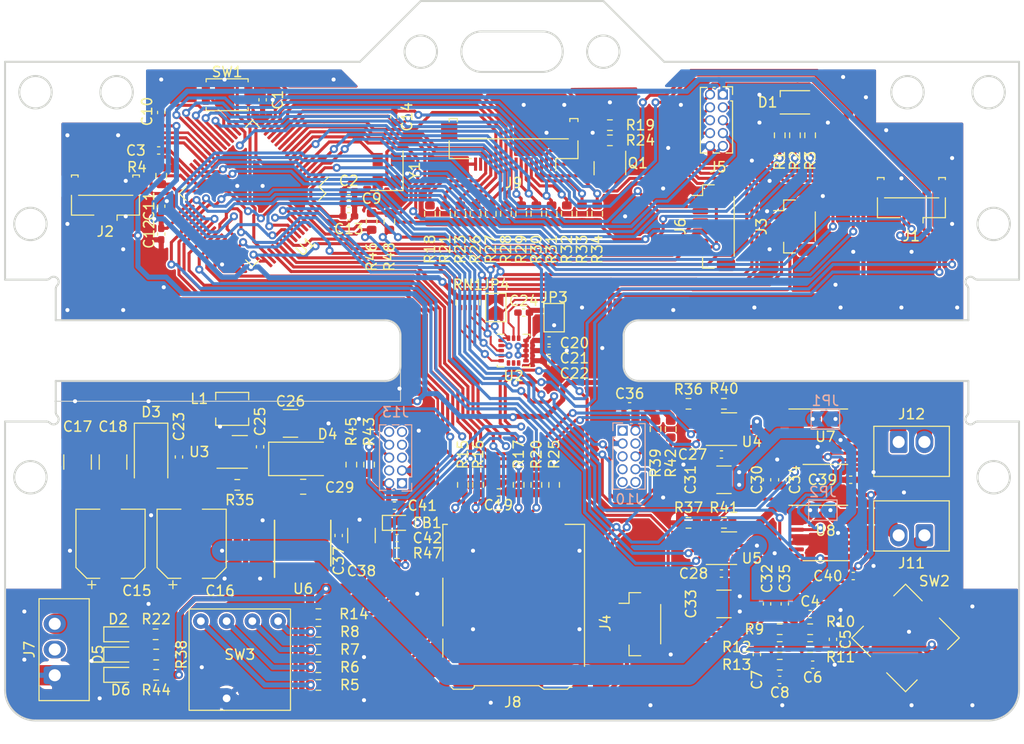
<source format=kicad_pcb>
(kicad_pcb (version 20221018) (generator pcbnew)
  (layers (0 "F.Cu" signal) (31 "B.Cu" signal) (34 "B.Paste" user) (35 "F.Paste" user) (36 "B.SilkS" user "B.Silkscreen") (37 "F.SilkS" user "F.Silkscreen") (38 "B.Mask" user) (39 "F.Mask" user) (44 "Edge.Cuts" user))
  (net 0 "")
  (net 1 "GND")
  (net 2 "Net-(C1-Pad2)")
  (net 3 "+3V3")
  (net 4 "Net-(C3-Pad2)")
  (net 5 "+3.3VA")
  (net 6 "GNDA")
  (net 7 "+BATT")
  (net 8 "+5V")
  (net 9 "SW_tact")
  (net 10 "Net-(C5-Pad1)")
  (net 11 "Net-(D1-Pad2)")
  (net 12 "Net-(D1-Pad3)")
  (net 13 "Net-(D1-Pad4)")
  (net 14 "Net-(D2-Pad2)")
  (net 15 "Net-(D5-Pad2)")
  (net 16 "Net-(D6-Pad2)")
  (net 17 "Net-(C6-Pad1)")
  (net 18 "Net-(C7-Pad1)")
  (net 19 "Net-(C8-Pad1)")
  (net 20 "Net-(C24-Pad1)")
  (net 21 "Net-(C25-Pad2)")
  (net 22 "Net-(C27-Pad2)")
  (net 23 "Net-(C28-Pad2)")
  (net 24 "Net-(C20-Pad2)")
  (net 25 "Sidesensor1")
  (net 26 "Net-(C24-Pad2)")
  (net 27 "Sidesensor2")
  (net 28 "UART5_TX")
  (net 29 "UART5_RX")
  (net 30 "I2C1_SDA")
  (net 31 "I2C1_SCL")
  (net 32 "SPI2_MOSI")
  (net 33 "SPI2_SCK")
  (net 34 "Output1")
  (net 35 "SPI2_MISO")
  (net 36 "Output2")
  (net 37 "SWO")
  (net 38 "TCK")
  (net 39 "TMS")
  (net 41 "Net-(J8-Pad1)")
  (net 42 "CS_MSD")
  (net 43 "SPI3_MOSI")
  (net 44 "SPI3_SCK")
  (net 45 "SPI3_MISO")
  (net 46 "Net-(J8-Pad8)")
  (net 47 "SW_MSD")
  (net 48 "ADC1_IN14")
  (net 49 "ADC1_IN7")
  (net 50 "ADC1_IN6")
  (net 51 "ADC1_IN5")
  (net 52 "ADC1_IN4")
  (net 53 "Net-(J11-Pad1)")
  (net 54 "ADC1_IN3")
  (net 55 "Net-(J12-Pad1)")
  (net 56 "Net-(J12-Pad2)")
  (net 57 "ADC1_IN2")
  (net 58 "ADC1_IN1")
  (net 59 "Net-(L1-Pad1)")
  (net 60 "Net-(Q1-Pad1)")
  (net 61 "Net-(R4-Pad2)")
  (net 62 "ADC1_IN0")
  (net 63 "ADC1_IN13")
  (net 64 "ADC1_IN12")
  (net 65 "ADC1_IN11")
  (net 66 "/Rotary1")
  (net 67 "/Rotary2")
  (net 68 "/Rotary3")
  (net 69 "/Rotary4")
  (net 72 "Net-(U1-Pad5)")
  (net 75 "TIM5_CH1")
  (net 77 "TIM5_CH2")
  (net 80 "Net-(J11-Pad2)")
  (net 94 "TIM4_CH1")
  (net 95 "Net-(JP1-Pad2)")
  (net 96 "Net-(JP2-Pad2)")
  (net 98 "TIM4_CH2")
  (net 105 "LED1")
  (net 106 "LED2")
  (net 107 "LED3")
  (net 108 "TIM2_CH1")
  (net 109 "Net-(R35-Pad1)")
  (net 110 "Net-(R36-Pad2)")
  (net 111 "Net-(R37-Pad2)")
  (net 112 "Net-(R40-Pad1)")
  (net 113 "Net-(R41-Pad1)")
  (net 114 "CS_IMU")
  (net 115 "Input2")
  (net 116 "Input1")
  (net 117 "TIM1_CH1")
  (net 118 "TIM1_CH2")
  (net 119 "TIM1_CH3")
  (net 120 "TIM1_CH4")
  (net 124 "Net-(J9-Pad2)")
  (net 125 "SW_rotary")
  (footprint "Resistor_SMD:R_0603_1608Metric" (layer "F.Cu") (at 149.5 97 90)
    (fp_text reference "R30")
    (fp_text value "R")
  )
  (footprint "Connector_Card:microSD_HC_Hirose_DM3AT-SF-PEJM5" (layer "F.Cu") (at 147.25 135.535)
    (fp_text reference "J8")
    (fp_text value "Micro_SD_Card_Det")
  )
  (footprint "Jumper:SolderJumper-2_P1.3mm_Open_TrianglePad1.0x1.5mm" (layer "F.Cu") (at 145.5 106.25 90)
    (fp_text reference "JP4")
    (fp_text value "Jumper_2_Open")
  )
  (footprint "Capacitor_SMD:C_1210_3225Metric_Pad1.33x2.70mm_HandSolder" (layer "F.Cu") (at 125.25 117.6875)
    (fp_text reference "C26")
    (fp_text value "47μ")
  )
  (footprint "Resistor_SMD:R_0603_1608Metric" (layer "F.Cu") (at 139 97 90)
    (fp_text reference "R18")
    (fp_text value "R")
  )
  (footprint "Resistor_SMD:R_0603_1608Metric" (layer "F.Cu") (at 161.25 118.25 -90)
    (fp_text reference "R39")
    (fp_text value "10k")
  )
  (footprint "Inductor_SMD:L_Vishay_IHLP-1212" (layer "F.Cu") (at 119.5 116.25)
    (fp_text reference "L1")
    (fp_text value "2.2μ(IHLP1212BZER2R2M11)")
  )
  (footprint "Connector_PinSocket_1.27mm:PinSocket_2x05_P1.27mm_Vertical" (layer "F.Cu") (at 167.895 85.225)
    (fp_text reference "J5")
    (fp_text value "general")
  )
  (footprint "Resistor_SMD:R_0603_1608Metric" (layer "F.Cu") (at 148 97 90)
    (fp_text reference "R29")
    (fp_text value "R")
  )
  (footprint "Capacitor_SMD:C_0402_1005Metric_Pad0.74x0.62mm_HandSolder" (layer "F.Cu") (at 174 135.5 -90)
    (fp_text reference "C35")
    (fp_text value "0.1μ")
  )
  (footprint "Resistor_SMD:R_0603_1608Metric" (layer "F.Cu") (at 112.5 93.25 -90)
    (fp_text reference "R4")
    (fp_text value "10k")
  )
  (footprint "Capacitor_SMD:C_0402_1005Metric_Pad0.74x0.62mm_HandSolder" (layer "F.Cu") (at 135.75 129)
    (fp_text reference "C42")
    (fp_text value "1μ")
  )
  (footprint "Capacitor_SMD:C_0402_1005Metric_Pad0.74x0.62mm_HandSolder" (layer "F.Cu") (at 148.25 106.75)
    (fp_text reference "C24")
    (fp_text value "0.47μ")
  )
  (footprint "Resistor_SMD:R_0603_1608Metric" (layer "F.Cu") (at 133.25 97.75 -90)
    (fp_text reference "R46")
    (fp_text value "4.7k")
  )
  (footprint "Resistor_SMD:R_0603_1608Metric" (layer "F.Cu") (at 173.5 138 180)
    (fp_text reference "R9")
    (fp_text value "4.7k")
  )
  (footprint "Capacitor_SMD:C_1210_3225Metric_Pad1.33x2.70mm_HandSolder" (layer "F.Cu") (at 132.25 128.75 90)
    (fp_text reference "C38")
    (fp_text value "47μ")
  )
  (footprint "Capacitor_SMD:C_0805_2012Metric_Pad1.18x1.45mm_HandSolder" (layer "F.Cu") (at 126.5 123.9375)
    (fp_text reference "C29")
    (fp_text value "22μ")
  )
  (footprint "Capacitor_SMD:C_0402_1005Metric_Pad0.74x0.62mm_HandSolder" (layer "F.Cu") (at 122.5 85.75 90)
    (fp_text reference "C1")
    (fp_text value "0.1μ")
  )
  (footprint "Package_SO:HTSSOP-16-1EP_4.4x5mm_P0.65mm_EP3.4x5mm" (layer "F.Cu") (at 126.5 129.5 90)
    (fp_text reference "U6")
    (fp_text value "LT1963AEFE-3.3")
  )
  (footprint "robot_contest:FR01FR16P-S" (layer "F.Cu") (at 120.25 141)
    (fp_text reference "SW3")
    (fp_text value "FR01FR16P-S")
  )
  (footprint "robot_contest:Molex_FFC_1x4-1MP_P0.5mm_Horizontal" (layer "F.Cu") (at 186.4875 96.375 180)
    (fp_text reference "J1")
    (fp_text value "Sidesensor1")
  )
  (footprint "LED_SMD:LED_0603_1608Metric_Pad1.05x0.95mm_HandSolder" (layer "F.Cu") (at 108.5 138.5)
    (fp_text reference "D2")
    (fp_text value "Red(OSHR1608)")
  )
  (footprint "Resistor_SMD:R_0603_1608Metric" (layer "F.Cu") (at 173.5 139.75 180)
    (fp_text reference "R12")
    (fp_text value "5.1k")
  )
  (footprint "Connector_JST:JST_SH_BM04B-SRSS-TB_1x04-1MP_P1.00mm_Vertical" (layer "F.Cu") (at 159.75 137.5 -90)
    (fp_text reference "J4")
    (fp_text value "I2C")
  )
  (footprint "Capacitor_SMD:C_0402_1005Metric_Pad0.74x0.62mm_HandSolder" (layer "F.Cu") (at 131 97.25)
    (fp_text reference "C13")
    (fp_text value "0.1μ")
  )
  (footprint "Resistor_SMD:R_0603_1608Metric" (layer "F.Cu") (at 145 97 90)
    (fp_text reference "R27")
    (fp_text value "R")
  )
  (footprint "Resistor_SMD:R_0603_1608Metric" (layer "F.Cu") (at 135.75 130.5)
    (fp_text reference "R47")
    (fp_text value "0")
  )
  (footprint "Resistor_SMD:R_0603_1608Metric" (layer "F.Cu") (at 131.25 121.75 90)
    (fp_text reference "R45")
    (fp_text value "10k")
  )
  (footprint "Resistor_SMD:R_0603_1608Metric" (layer "F.Cu") (at 147.75 123.75 -90)
    (fp_text reference "R17")
    (fp_text value "51k")
  )
  (footprint "Capacitor_SMD:C_0402_1005Metric_Pad0.74x0.62mm_HandSolder" (layer "F.Cu") (at 130 128.75 90)
    (fp_text reference "C37")
    (fp_text value "22μ")
  )
  (footprint "Resistor_SMD:R_0603_1608Metric" (layer "F.Cu") (at 176.5 138)
    (fp_text reference "R10")
    (fp_text value "2k")
  )
  (footprint "Resistor_SMD:R_0603_1608Metric" (layer "F.Cu") (at 146.5 97 90)
    (fp_text reference "R28")
    (fp_text value "R")
  )
  (footprint "robot_contest:DFN-8-1EP_3x3mm_P0.5mm_EP1.65x2.38mm" (layer "F.Cu") (at 119.5 120.5)
    (fp_text reference "U3")
    (fp_text value "LTC3624EDD-25#PBF")
  )
  (footprint "Capacitor_SMD:C_1210_3225Metric_Pad1.33x2.70mm_HandSolder" (layer "F.Cu") (at 168 135.5)
    (fp_text reference "C33")
    (fp_text value "47μ")
  )
  (footprint "LED_SMD:LED_0603_1608Metric_Pad1.05x0.95mm_HandSolder" (layer "F.Cu") (at 108.5 140.5)
    (fp_text reference "D5")
    (fp_text value "Yellow(OSYL1608)")
  )
  (footprint "Capacitor_SMD:C_0402_1005Metric_Pad0.74x0.62mm_HandSolder" (layer "F.Cu") (at 122.25 120 -90)
    (fp_text reference "C25")
    (fp_text value "2.2μ")
  )
  (footprint "Resistor_SMD:R_0603_1608Metric" (layer "F.Cu") (at 112 140.5)
    (fp_text reference "R38")
    (fp_text value "10k")
  )
  (footprint "Resistor_SMD:R_0603_1608Metric" (layer "F.Cu") (at 143.5 97 90)
    (fp_text reference "R26")
    (fp_text value "R")
  )
  (footprint "Diode_SMD:D_SMA" (layer "F.Cu") (at 111.5 121.0625 -90)
    (fp_text reference "D3")
    (fp_text value "3SMBJ5930B-TP")
  )
  (footprint "Capacitor_SMD:CP_Elec_6.3x7.7" (layer "F.Cu") (at 107.5 129.5625 90)
    (fp_text reference "C15")
    (fp_text value "100μ")
  )
  (footprint "Package_QFP:LQFP-64_10x10mm_P0.5mm" (layer "F.Cu") (at 121.5 95 -135)
    (fp_text reference "U1")
    (fp_text value "STM32F446RE")
  )
  (footprint "Package_DFN_QFN:DFN-12-1EP_3x3mm_P0.5mm_EP1.6x2.5mm" (layer "F.Cu") (at 167.75 130)
    (fp_text reference "U5")
    (fp_text value "MAX22201ATC+")
  )
  (footprint "robot_contest:Molex_mini-SPOX_1x02_P2.54mm_Vertical" (layer "F.Cu") (at 185.23 119.52)
    (fp_text reference "J12")
    (fp_text value "Motor1")
  )
  (footprint "Capacitor_SMD:C_1210_3225Metric_Pad1.33x2.70mm_HandSolder" (layer "F.Cu") (at 107.75 121.5 -90)
    (fp_text reference "C18")
    (fp_text value "47μ")
  )
  (footprint "Capacitor_SMD:C_0402_1005Metric_Pad0.74x0.62mm_HandSolder" (layer "F.Cu") (at 180.5 123.25)
    (fp_text reference "C39")
    (fp_text value "0.1μ")
  )
  (footprint "Resistor_SMD:R_0603_1608Metric" (layer "F.Cu") (at 168 115.75 180)
    (fp_text reference "R40")
    (fp_text value "10k")
  )
  (footprint "Resistor_SMD:R_0603_1608Metric" (layer "F.Cu") (at 142.25 123.75 -90)
    (fp_text reference "R15")
    (fp_text value "22k")
  )
  (footprint "Resistor_SMD:R_0603_1608Metric" (layer "F.Cu") (at 173.5 89.25 -90)
    (fp_text reference "R1")
    (fp_text value "680")
  )
  (footprint "Resistor_SMD:R_0603_1608Metric" (layer "F.Cu") (at 135 97.75 -90)
    (fp_text reference "R48")
    (fp_text value "4.7k")
  )
  (footprint "Resistor_SMD:R_0603_1608Metric" (layer "F.Cu") (at 128 138.25)
    (fp_text reference "R8")
    (fp_text value "3k")
  )
  (footprint "Capacitor_SMD:C_0402_1005Metric_Pad0.74x0.62mm_HandSolder" (layer "F.Cu") (at 176.75 141.5)
    (fp_text reference "C6")
    (fp_text value "0.1μ")
  )
  (footprint "robot_contest:SKRHAAE010" (layer "F.Cu") (at 186.25 139)
    (fp_text reference "SW2")
    (fp_text value "SKRHABE010")
  )
  (footprint "Crystal:Crystal_SMD_EuroQuartz_MT-4Pin_3.2x2.5mm" (layer "F.Cu") (at 134.75 92.75 90)
    (fp_text reference "Y1")
    (fp_text value "ECS-2520S33-120-FN-TR")
  )
  (footprint "Resistor_SMD:R_0603_1608Metric" (layer "F.Cu") (at 154 97 90)
    (fp_text reference "R33")
    (fp_text value "R")
  )
  (footprint "Button_Switch_SMD:SW_Push_SPST_NO_Alps_SKRK" (layer "F.Cu") (at 119 85.25 180)
    (fp_text reference "SW1")
    (fp_text value "TVAF06-A020B-R")
  )
  (footprint "Package_DFN_QFN:DFN-12-1EP_3x3mm_P0.5mm_EP1.6x2.5mm" (layer "F.Cu") (at 167.75 118.25)
    (fp_text reference "U4")
    (fp_text value "MAX22201ATC+")
  )
  (footprint "Resistor_SMD:R_0603_1608Metric" (layer "F.Cu") (at 162.75 118.25 -90)
    (fp_text reference "R42")
    (fp_text value "10k")
  )
  (footprint "Capacitor_SMD:C_0402_1005Metric_Pad0.74x0.62mm_HandSolder" (layer "F.Cu") (at 167.75 132.5)
    (fp_text reference "C28")
    (fp_text value "1μ")
  )
  (footprint "Connector_JST:JST_SH_BM06B-SRSS-TB_1x06-1MP_P1.00mm_Vertical" (layer "F.Cu") (at 167 98.25 -90)
    (fp_text reference "J6")
    (fp_text value "ST-Link")
  )
  (footprint "Resistor_SMD:R_0603_1608Metric" (layer "F.Cu") (at 156.75 89.75 180)
    (fp_text reference "R24")
    (fp_text value "47k")
  )
  (footprint "LED_SMD:LED_0603_1608Metric_Pad1.05x0.95mm_HandSolder" (layer "F.Cu") (at 108.5 142.5)
    (fp_text reference "D6")
    (fp_text value "Blue(OSBL1608)")
  )
  (footprint "Capacitor_SMD:C_1210_3225Metric_Pad1.33x2.70mm_HandSolder" (layer "F.Cu") (at 168 123.25)
    (fp_text reference "C31")
    (fp_text value "47μ")
  )
  (footprint "Resistor_SMD:R_0603_1608Metric" (layer "F.Cu") (at 175 89.25 -90)
    (fp_text reference "R2")
    (fp_text value "680")
  )
  (footprint "Capacitor_SMD:C_0402_1005Metric_Pad0.74x0.62mm_HandSolder" (layer "F.Cu") (at 150.75 111.5)
    (fp_text reference "C22")
    (fp_text value "2.2μ")
  )
  (footprint "Resistor_SMD:R_0603_1608Metric" (layer "F.Cu") (at 149.5 123.75 -90)
    (fp_text reference "R20")
    (fp_text value "22k")
  )
  (footprint "Resistor_SMD:R_0603_1608Metric" (layer "F.Cu") (at 120 123.75)
    (fp_text reference "R35")
    (fp_text value "10k")
  )
  (footprint "Diode_SMD:D_0603_1608Metric" (layer "F.Cu") (at 135.8 127.5)
    (fp_text reference "FB1")
    (fp_text value "BLM18PG331SN1D")
  )
  (footprint "Package_SO:TSSOP-16_4.4x5mm_P0.65mm" (layer "F.Cu") (at 178 119)
    (fp_text reference "U7")
    (fp_text value "INA260")
  )
  (footprint "Resistor_SMD:R_0603_1608Metric" (layer "F.Cu") (at 143.75 123.75 -90)
    (fp_text reference "R16")
    (fp_text value "51k")
  )
  (footprint "Resistor_SMD:R_0603_1608Metric" (layer "F.Cu") (at 111.95 138.5)
    (fp_text reference "R22")
    (fp_text value "10k")
  )
  (footprint "Capacitor_SMD:C_0402_1005Metric_Pad0.74x0.62mm_HandSolder" (layer "F.Cu") (at 114.25 121 -90)
    (fp_text reference "C23")
    (fp_text value "10μ")
  )
  (footprint "Resistor_SMD:R_0603_1608Metric" (layer "F.Cu") (at 128 141.75)
    (fp_text reference "R6")
    (fp_text value "9.76k")
  )
  (footprint "Capacitor_SMD:C_0402_1005Metric_Pad0.74x0.62mm_HandSolder" (layer "F.Cu") (at 135.5 125.8)
    (fp_text reference "C41")
    (fp_text value "0.1μ")
  )
  (footprint "Capacitor_SMD:C_0402_1005Metric_Pad0.74x0.62mm_HandSolder" (layer "F.Cu") (at 173.75 123.25 -90)
    (fp_text reference "C34")
    (fp_text value "0.1μ")
  )
  (footprint "Resistor_SMD:R_0603_1608Metric" (layer "F.Cu") (at 140.5 97 90)
    (fp_text reference "R21")
    (fp_text value "R")
  )
  (footprint "Capacitor_SMD:C_0402_1005Metric_Pad0.74x0.62mm_HandSolder" (layer "F.Cu") (at 150.75 110.5)
    (fp_text reference "C21")
    (fp_text value "0.1μ")
  )
  (footprint "Resistor_SMD:R_0603_1608Metric" (layer "F.Cu") (at 168 127.5 180)
    (fp_text reference "R41")
    (fp_text value "10k")
  )
  (footprint "Diode_SMD:D_SMA" (layer "F.Cu") (at 126.5 121.1875)
    (fp_text reference "D4")
    (fp_text value "3SMBJ5920B-TP")
  )
  (footprint "Resistor_SMD:R_0603_1608Metric" (layer "F.Cu") (at 128 143.5)
    (fp_text reference "R5")
    (fp_text value "40.2k")
  )
  (footprint "robot_contest:Molex_mini-SPOX_1x02_P2.54mm_Vertical" (layer "F.Cu") (at 187.77 128.73 180)
    (fp_text reference "J11")
    (fp_text value "Motor2")
  )
  (footprint "Package_SO:TSSOP-16_4.4x5mm_P0.65mm" (layer "F.Cu") (at 178 128.5)
    (fp_text reference "U8")
    (fp_text value "INA260")
  )
  (footprint "Resistor_SMD:R_0603_1608Metric" (layer "F.Cu") (at 128 140)
    (fp_text reference "R7")
    (fp_text value "6.2k")
  )
  (footprint "Capacitor_SMD:C_0402_1005Metric_Pad0.74x0.62mm_HandSolder" (layer "F.Cu") (at 158.7 116 180)
    (fp_text reference "C36")
    (fp_text value "0.1μ")
  )
  (footprint "Resistor_SMD:R_0603_1608Metric" (layer "F.Cu") (at 151 97 90)
    (fp_text reference "R31")
    (fp_text value "R")
  )
  (footprint "Capacitor_SMD:C_0402_1005Metric_Pad0.74x0.62mm_HandSolder" (layer "F.Cu") (at 178.75 139 90)
    (fp_text reference "C5")
    (fp_text value "0.1μ")
  )
  (footprint "Capacitor_SMD:C_0402_1005Metric_Pad0.74x0.62mm_HandSolder" (layer "F.Cu") (at 112.5 99 -90)
    (fp_text reference "C12")
    (fp_text value "0.1μ")
  )
  (footprint "LED_SMD:LED_Cree-PLCC4_2x2mm_CW" (layer "F.Cu") (at 175 86)
    (fp_text reference "D1")
    (fp_text value "OSTB0603C1C-A")
  )
  (footprint "Resistor_SMD:R_0603_1608Metric" (layer "F.Cu") (at 156.75 88.25)
    (fp_text reference "R19")
    (fp_text value "70")
  )
  (footprint "Resistor_SMD:R_0603_1608Metric" (layer "F.Cu") (at 176.5 139.75 180)
    (fp_text reference "R11")
    (fp_text value "3.3k")
  )
  (footprint "Capacitor_SMD:C_0402_1005Metric_Pad0.74x0.62mm_HandSolder" (layer "F.Cu") (at 135.5 87.4325 -90)
    (fp_text reference "C14")
    (fp_text value "0.1μ")
  )
  (footprint "Package_LGA:LGA-16_3x3mm_P0.5mm_LayoutBorder3x5y" (layer "F.Cu") (at 147.25 110.5)
    (fp_text reference "U2")
    (fp_text value "ICM-20608")
  )
  (footprint "Capacitor_SMD:C_0402_1005Metric_Pad0.74x0.62mm_HandSolder" (layer "F.Cu") (at 167.75 120.75)
    (fp_text reference "C27")
    (fp_text value "1μ")
  )
  (footprint "Resistor_SMD:R_0603_1608Metric" (layer "F.Cu") (at 164.5 127.5)
    (fp_text reference "R37")
    (fp_text value "14k")
  )
  (footprint "Capacitor_SMD:C_0402_1005Metric_Pad0.74x0.62mm_HandSolder" (layer "F.Cu") (at 131 96)
    (fp_text reference "C9")
    (fp_text value "1μ")
  )
  (footprint "robot_contest:Molex_mini-SPOX_1x03_P2.54mm_Vertical" (layer "F.Cu") (at 102 142.54 90)
    (fp_text reference "J7")
    (fp_text value "BATT_IN")
  )
  (footprint "Resistor_SMD:R_0603_1608Metric" (layer "F.Cu") (at 128 136.5 180)
    (fp_text reference "R14")
    (fp_text value "4.7k")
  )
  (footprint "Capacitor_SMD:C_0402_1005Metric_Pad0.74x0.62mm_HandSolder" (layer "F.Cu") (at 112.25 90.75)
    (fp_text reference "C3")
    (fp_text value "2.2μ")
  )
  (footprint "Capacitor_SMD:C_0402_1005Metric_Pad0.74x0.62mm_HandSolder" (layer "F.Cu") (at 172.25 135.5 -90)
    (fp_text reference "C32")
    (fp_text value "0.1μ")
  )
  (footprint "robot_contest:Molex_1x16_P0.50mm_Horizontal" (layer "F.Cu") (at 147.25 90.25 180)
    (fp_text reference "J9")
    (fp_text value "Linesensor")
  )
  (footprint "Connector_JST:JST_SH_BM03B-SRSS-TB_1x03-1MP_P1.00mm_Vertical" (layer "F.Cu") (at 175 98.25 -90)
    (fp_text reference "J3")
    (fp_text value "UART")
  )
  (footprint "Resistor_SMD:R_0603_1608Metric" (layer "F.Cu") (at 155.5 97 90)
    (fp_text reference "R34")
    (fp_text value "R")
  )
  (footprint "Capacitor_SMD:C_0402_1005Metric_Pad0.74x0.62mm_HandSolder" (layer "F.Cu") (at 176.5 136.5)
    (fp_text reference "C4")
    (fp_text value "0.1μ")
  )
  (footprint "Resistor_SMD:R_0603_1608Metric" (layer "F.Cu") (at 151.25 123.75 -90)
    (fp_text reference "R25")
    (fp_text value "22k")
  )
  (footprint "Resistor_SMD:R_0603_1608Metric" (layer "F.Cu") (at 112 142.5)
    (fp_text reference "R44")
    (fp_text value "10k")
  )
  (footprint "Capacitor_SMD:C_0402_1005Metric_Pad0.74x0.62mm_HandSolder" (layer "F.Cu") (at 112.5 87 90)
    (fp_text reference "C10")
    (fp_text value "0.1μ")
  )
  (footprint "Capacitor_SMD:C_0402_1005Metric_Pad0.74x0.62mm_HandSolder" (layer "F.Cu") (at 173.5 143 180)
    (fp_text reference "C8")
    (fp_text value "0.1μ")
  )
  (footprint "Resistor_SMD:R_0603_1608Metric" (layer "F.Cu") (at 142 97 90)
    (fp_text reference "R23")
    (fp_text value "R")
  )
  (footprint "Jumper:SolderJumper-2_P1.3mm_Open_TrianglePad1.0x1.5mm" (layer "F.Cu") (at 151.25 107.25 90)
    (fp_text reference "JP3")
    (fp_text value "Jumper_2_Open")
  )
  (footprint "Resistor_SMD:R_0603_1608Metric" (layer "F.Cu") (at 164.5 115.75)
    (fp_text reference "R36")
    (fp_text value "14k")
  )
  (footprint "Capacitor_SMD:C_0402_1005Metric_Pad0.74x0.62mm_HandSolder" (layer "F.Cu") (at 150.75 109.5)
    (fp_text reference "C20")
    (fp_text value "0.01μ")
  )
  (footprint "Package_TO_SOT_SMD:SOT-23" (layer "F.Cu") (at 156.75 92.5 -90)
    (fp_text reference "Q1")
    (fp_text value "IRLML6344")
  )
  (footprint "Resistor_SMD:R_0603_1608Metric" (layer "F.Cu") (at 173.5 141.5)
    (fp_text reference "R13")
    (fp_text value "10k")
  )
  (footprint "Resistor_SMD:R_0603_1608Metric" (layer "F.Cu") (at 133 121.75 90)
    (fp_text reference "R43")
    (fp_text value "10k")
  )
  (footprint "Resistor_SMD:R_0603_1608Metric" (layer "F.Cu") (at 176.5 89.25 -90)
    (fp_text reference "R3")
    (fp_text value "680")
  )
  (footprint "Capacitor_SMD:C_0402_1005Metric_Pad0.74x0.62mm_HandSolder" (layer "F.Cu") (at 172.25 123.25 -90)
    (fp_text reference "C30")
    (fp_text value "0.1μ")
  )
  (footprint "Resistor_SMD:R_0603_1608Metric" (layer "F.Cu") (at 152.5 97 90)
    (fp_text reference "R32")
    (fp_text value "R")
  )
  (footprint "robot_contest:Molex_FFC_1x4-1MP_P0.5mm_Horizontal" (layer "F.Cu") (at 107 96.125 180)
    (fp_text reference "J2")
    (fp_text value "Sidesensor2")
  )
  (footprint "Capacitor_SMD:C_0402_1005Metric_Pad0.74x0.62mm_HandSolder" (layer "F.Cu") (at 112.5 96.25 90)
    (fp_text reference "C11")
    (fp_text value "0.1μ")
  )
  (footprint "Capacitor_SMD:C_0402_1005Metric_Pad0.74x0.62mm_HandSolder" (layer "F.Cu") (at 180.75 132.75)
    (fp_text reference "C40")
    (fp_text value "0.1μ")
  )
  (footprint "Capacitor_SMD:CP_Elec_6.3x7.7" (layer "F.Cu") (at 115.5 129.5625 90)
    (fp_text reference "C16")
    (fp_text value "100μ")
  )
  (footprint "Capacitor_SMD:C_1210_3225Metric_Pad1.33x2.70mm_HandSolder" (layer "F.Cu") (at 104.25 121.5 -90)
    (fp_text reference "C17")
    (fp_text value "47μ")
  )
  (footprint "Capacitor_SMD:C_0402_1005Metric_Pad0.74x0.62mm_HandSolder" (layer "F.Cu") (at 145.75 124.5 180)
    (fp_text reference "C19")
    (fp_text value "1μ")
  )
  (footprint "Capacitor_SMD:C_0402_1005Metric_Pad0.74x0.62mm_HandSolder" (layer "F.Cu") (at 131 94.75)
    (fp_text reference "C2")
    (fp_text value "0.01μ")
  )
  (footprint "Capacitor_SMD:C_0402_1005Metric_Pad0.74x0.62mm_HandSolder" (layer "F.Cu") (at 171.25 140.5 -90)
    (fp_text reference "C7")
    (fp_text value "0.1μ")
  )
  (footprint "Resistor_SMD:R_Array_Convex_4x0402" (layer "F.Cu") (at 142.75 105.75 90)
    (fp_text reference "RN1")
    (fp_text value "4.7k")
  )
  (footprint "Jumper:SolderJumper-2_P1.3mm_Open_TrianglePad1.0x1.5mm" (layer "B.Cu") (at 178 117.25 180)
    (fp_text reference "JP1")
    (fp_text value "Jumper_2_Open")
  )
  (footprint "Connector_PinSocket_1.27mm:PinSocket_2x05_P1.27mm_Vertical" (layer "B.Cu") (at 158 118.4 180)
    (fp_text reference "J10")
    (fp_text value "Enc1")
  )
  (footprint "Connector_PinSocket_1.27mm:PinSocket_2x05_P1.27mm_Vertical" (layer "B.Cu") (at 136.25 123.6)
    (fp_text reference "J13")
    (fp_text value "Enc2")
  )
  (footprint "Jumper:SolderJumper-2_P1.3mm_Open_TrianglePad1.0x1.5mm" (layer "B.Cu") (at 177.75 126.25 180)
    (fp_text reference "JP2")
    (fp_text value "Jumper_2_Open")
  )
  (gr_circle (center 194.6 98) (end 193 98) (stroke (width 0.2)) (fill none) (layer "Edge.Cuts"))
  (gr_line (start 102.1 113.5) (end 102.1 116.585822) (stroke (width 0.2)) (layer "Edge.Cuts"))
  (gr_line (start 97.1 82) (end 97.1 103.5) (stroke (width 0.2)) (layer "Edge.Cuts"))
  (gr_line (start 136.1 115.5) (end 102 115.5) (stroke (width 0.1)) (layer "Edge.Cuts"))
  (gr_line (start 159.6 107.5) (end 192.1 107.5) (stroke (width 0.2)) (layer "Edge.Cuts"))
  (gr_line (start 100.1 147) (end 194.1 147) (stroke (width 0.2)) (layer "Edge.Cuts"))
  (gr_arc (start 101.536845 103.356066) (mid 102.241453 103.358547) (end 102.243934 104.063155) (stroke (width 0.2)) (layer "Edge.Cuts"))
  (gr_arc (start 158.1 109) (mid 158.53934 107.93934) (end 159.6 107.5) (stroke (width 0.2)) (layer "Edge.Cuts"))
  (gr_arc (start 191.956066 104.063155) (mid 191.958547 103.358547) (end 192.663155 103.356066) (stroke (width 0.2)) (layer "Edge.Cuts"))
  (gr_circle (center 156.1 81) (end 154.5 81) (stroke (width 0.2)) (fill none) (layer "Edge.Cuts"))
  (gr_arc (start 144.1 83) (mid 142.1 81) (end 144.1 79) (stroke (width 0.2)) (layer "Edge.Cuts"))
  (gr_arc (start 101.536845 103.356066) (mid 101.375516 103.462615) (end 101.185822 103.5) (stroke (width 0.2)) (layer "Edge.Cuts"))
  (gr_arc (start 193.014178 103.5) (mid 192.824484 103.462618) (end 192.663155 103.356066) (stroke (width 0.2)) (layer "Edge.Cuts"))
  (gr_arc (start 101.185822 117.5) (mid 101.375516 117.537382) (end 101.536845 117.643934) (stroke (width 0.2)) (layer "Edge.Cuts"))
  (gr_arc (start 197.1 144) (mid 196.22132 146.12132) (end 194.1 147) (stroke (width 0.2)) (layer "Edge.Cuts"))
  (gr_line (start 134.6 113.5) (end 102.1 113.5) (stroke (width 0.2)) (layer "Edge.Cuts"))
  (gr_line (start 102.1 107.5) (end 134.6 107.5) (stroke (width 0.2)) (layer "Edge.Cuts"))
  (gr_line (start 97.1 117.5) (end 97.1 144) (stroke (width 0.2)) (layer "Edge.Cuts"))
  (gr_arc (start 100.1 147) (mid 97.97868 146.12132) (end 97.1 144) (stroke (width 0.2)) (layer "Edge.Cuts"))
  (gr_line (start 101.185822 117.5) (end 97.1 117.5) (stroke (width 0.2)) (layer "Edge.Cuts"))
  (gr_circle (center 194.1 85) (end 192.5 85) (stroke (width 0.2)) (fill none) (layer "Edge.Cuts"))
  (gr_circle (center 108.1 85) (end 106.5 85) (stroke (width 0.2)) (fill none) (layer "Edge.Cuts"))
  (gr_line (start 197.1 144) (end 197.1 117.5) (stroke (width 0.2)) (layer "Edge.Cuts"))
  (gr_arc (start 192.1 116.585822) (mid 192.062618 116.775516) (end 191.956066 116.936845) (stroke (width 0.2)) (layer "Edge.Cuts"))
  (gr_line (start 136.1 109) (end 136.1 112) (stroke (width 0.2)) (layer "Edge.Cuts"))
  (gr_line (start 197.1 117.5) (end 193.014178 117.5) (stroke (width 0.2)) (layer "Edge.Cuts"))
  (gr_circle (center 100.1 85) (end 98.5 85) (stroke (width 0.2)) (fill none) (layer "Edge.Cuts"))
  (gr_arc (start 136.1 112) (mid 135.66066 113.06066) (end 134.6 113.5) (stroke (width 0.2)) (layer "Edge.Cuts"))
  (gr_arc (start 159.6 113.5) (mid 158.53934 113.06066) (end 158.1 112) (stroke (width 0.2)) (layer "Edge.Cuts"))
  (gr_arc (start 192.663155 117.643934) (mid 191.958547 117.641453) (end 191.956066 116.936845) (stroke (width 0.2)) (layer "Edge.Cuts"))
  (gr_line (start 192.1 107.5) (end 192.1 104.414178) (stroke (width 0.2)) (layer "Edge.Cuts"))
  (gr_arc (start 134.6 107.5) (mid 135.66066 107.93934) (end 136.1 109) (stroke (width 0.2)) (layer "Edge.Cuts"))
  (gr_line (start 150.1 83) (end 144.1 83) (stroke (width 0.2)) (layer "Edge.Cuts"))
  (gr_line (start 132.1 82) (end 97.1 82) (stroke (width 0.2)) (layer "Edge.Cuts"))
  (gr_line (start 97.1 103.5) (end 101.185822 103.5) (stroke (width 0.2)) (layer "Edge.Cuts"))
  (gr_line (start 158.1 112) (end 158.1 109) (stroke (width 0.2)) (layer "Edge.Cuts"))
  (gr_line (start 193.014178 103.5) (end 197.1 103.5) (stroke (width 0.2)) (layer "Edge.Cuts"))
  (gr_circle (center 99.6 123) (end 98 123) (stroke (width 0.2)) (fill none) (layer "Edge.Cuts"))
  (gr_arc (start 102.243934 116.936845) (mid 102.241453 117.641453) (end 101.536845 117.643934) (stroke (width 0.2)) (layer "Edge.Cuts"))
  (gr_line (start 192.1 116.585822) (end 192.1 113.5) (stroke (width 0.2)) (layer "Edge.Cuts"))
  (gr_line (start 156.1 76) (end 138.1 76) (stroke (width 0.2)) (layer "Edge.Cuts"))
  (gr_circle (center 186.1 85) (end 184.5 85) (stroke (width 0.2)) (fill none) (layer "Edge.Cuts"))
  (gr_line (start 197.1 103.5) (end 197.1 82) (stroke (width 0.2)) (layer "Edge.Cuts"))
  (gr_arc (start 150.1 79) (mid 152.1 81) (end 150.1 83) (stroke (width 0.2)) (layer "Edge.Cuts"))
  (gr_line (start 144.1 79) (end 150.1 79) (stroke (width 0.2)) (layer "Edge.Cuts"))
  (gr_arc (start 192.663155 117.643934) (mid 192.824484 117.537385) (end 193.014178 117.5) (stroke (width 0.2)) (layer "Edge.Cuts"))
  (gr_line (start 136.1 110.5) (end 136.1 115.5) (stroke (width 0.1)) (layer "Edge.Cuts"))
  (gr_line (start 192.1 113.5) (end 159.6 113.5) (stroke (width 0.2)) (layer "Edge.Cuts"))
  (gr_line (start 197.1 82) (end 162.1 82) (stroke (width 0.2)) (layer "Edge.Cuts"))
  (gr_line (start 102.1 104.414178) (end 102.1 107.5) (stroke (width 0.2)) (layer "Edge.Cuts"))
  (gr_line (start 138.1 76) (end 132.1 82) (stroke (width 0.2)) (layer "Edge.Cuts"))
  (gr_arc (start 102.1 104.414178) (mid 102.137382 104.224484) (end 102.243934 104.063155) (stroke (width 0.2)) (layer "Edge.Cuts"))
  (gr_line (start 162.1 82) (end 156.1 76) (stroke (width 0.2)) (layer "Edge.Cuts"))
  (gr_arc (start 191.956066 104.063155) (mid 192.062615 104.224484) (end 192.1 104.414178) (stroke (width 0.2)) (layer "Edge.Cuts"))
  (gr_circle (center 99.6 98) (end 98 98) (stroke (width 0.2)) (fill none) (layer "Edge.Cuts"))
  (gr_circle (center 138.1 81) (end 136.5 81) (stroke (width 0.2)) (fill none) (layer "Edge.Cuts"))
  (gr_circle (center 194.6 123) (end 193 123) (stroke (width 0.2)) (fill none) (layer "Edge.Cuts"))
  (gr_arc (start 102.243934 116.936845) (mid 102.137385 116.775516) (end 102.1 116.585822) (stroke (width 0.2)) (layer "Edge.Cuts"))
  (segment (start 158.927618 93.99952) (end 161.49952 93.99952) (width 0.3) (layer "F.Cu") (net 1))
  (segment (start 161.49952 93.99952) (end 162 94.5) (width 0.3) (layer "F.Cu") (net 1))
  (segment (start 124.225 125.725) (end 123.75 125.25) (width 0.4) (layer "F.Cu") (net 1))
  (segment (start 147.01954 145.2505) (end 148.26002 144.01002) (width 0.3) (layer "F.Cu") (net 1))
  (segment (start 132.5 145) (end 129.072862 145) (width 0.3) (layer "F.Cu") (net 1))
  (segment (start 107.7375 97.15) (end 110.7825 97.15) (width 0.3) (layer "F.Cu") (net 1))
  (segment (start 131.89202 95.67548) (end 131.5675 96) (width 0.3) (layer "F.Cu") (net 1))
  (segment (start 112.75 104.25) (end 111 102.5) (width 0.5) (layer "F.Cu") (net 1))
  (segment (start 111.6825 91.6075) (end 112.5 92.425) (width 0.8) (layer "F.Cu") (net 1))
  (segment (start 136.0675 125.581522) (end 137.5 124.149022) (width 0.5) (layer "F.Cu") (net 1))
  (segment (start 166.325 129.75) (end 164 129.75) (width 0.3) (layer "F.Cu") (net 1))
  (segment (start 118.95 144.82) (end 121.18 144.82) (width 0.5) (layer "F.Cu") (net 1))
  (segment (start 140.425 132.11) (end 145.11 132.11) (width 0.3) (layer "F.Cu") (net 1))
  (segment (start 176.77404 129.475) (end 176.52452 129.22548) (width 0.4) (layer "F.Cu") (net 1))
  (segment (start 176.52452 129.22548) (end 175.25 129.22548) (width 1) (layer "F.Cu") (net 1))
  (segment (start 129 125.25) (end 129 126.75) (width 0.8) (layer "F.Cu") (net 1))
  (segment (start 137.5 124.149022) (end 137.5 123.050978) (width 0.5) (layer "F.Cu") (net 1))
  (segment (start 122.25 129.5) (end 122.25 133) (width 0.4) (layer "F.Cu") (net 1))
  (segment (start 179.25 137.9325) (end 178.75 138.4325) (width 0.4) (layer "F.Cu") (net 1))
  (segment (start 118.95 144.82) (end 108.82 144.82) (width 0.5) (layer "F.Cu") (net 1))
  (segment (start 104.25 123.0625) (end 107.75 123.0625) (width 2) (layer "F.Cu") (net 1))
  (segment (start 175.1375 119.325) (end 173.675 119.325) (width 1.5) (layer "F.Cu") (net 1))
  (segment (start 124.225 134.725) (end 124.225 133.249511) (width 0.5) (layer "F.Cu") (net 1))
  (segment (start 180.09952 87.100757) (end 176.749243 83.75048) (width 0.3) (layer "F.Cu") (net 1))
  (segment (start 151 112.5) (end 150.1825 111.6825) (width 0.4) (layer "F.Cu") (net 1))
  (segment (start 155.049502 89) (end 155.799502 89.75) (width 0.3) (layer "F.Cu") (net 1))
  (segment (start 100.04 142.54) (end 102 142.54) (width 2) (layer "F.Cu") (net 1))
  (segment (start 127.5375 123.9375) (end 127.6875 123.9375) (width 0.8) (layer "F.Cu") (net 1))
  (segment (start 181.0675 123.25) (end 182 123.25) (width 0.4) (layer "F.Cu") (net 1))
  (segment (start 150.1825 109.0675) (end 151.25 108) (width 0.2) (layer "F.Cu") (net 1))
  (segment (start 169.682684 130.75) (end 170.25 131.317316) (width 0.3) (layer "F.Cu") (net 1))
  (segment (start 176.575 119.325) (end 175.1375 119.325) (width 0.3) (layer "F.Cu") (net 1))
  (segment (start 145.11 132.11) (end 147.275 132.11) (width 0.3) (layer "F.Cu") (net 1))
  (segment (start 127.6875 123.9375) (end 129 125.25) (width 0.8) (layer "F.Cu") (net 1))
  (segment (start 163.675 129.425) (end 163.675 127.5) (width 0.3) (layer "F.Cu") (net 1))
  (segment (start 174.88927 97.25) (end 179 101.36073) (width 0.5) (layer "F.Cu") (net 1))
  (segment (start 113.9375 123.0625) (end 111.5 123.0625) (width 0.5) (layer "F.Cu") (net 1))
  (segment (start 119.096194 102) (end 118.5 102) (width 0.3) (layer "F.Cu") (net 1))
  (segment (start 111.89048 87.04202) (end 112.5 86.4325) (width 0.3) (layer "F.Cu") (net 1))
  (segment (start 179 101.36073) (end 179 104) (width 0.5) (layer "F.Cu") (net 1))
  (segment (start 163.675 117.175) (end 163.675 115.75) (width 0.5) (layer "F.Cu") (net 1))
  (segment (start 164.75 123.25) (end 166.4375 123.25) (width 0.8) (layer "F.Cu") (net 1))
  (segment (start 155.927138 97) (end 158.927618 93.99952) (width 0.3) (layer "F.Cu") (net 1))
  (segment (start 134.925 132.325) (end 134.925 130.5) (width 0.3) (layer "F.Cu") (net 1))
  (segment (start 120.25 114.25) (end 136 114.25) (width 0.4) (layer "F.Cu") (net 1))
  (segment (start 163.675 119.675) (end 163.675 117.175) (width 0.5) (layer "F.Cu") (net 1))
  (segment (start 152.179133 127.205867) (end 151.575 127.81) (width 0.3) (layer "F.Cu") (net 1))
  (segment (start 173.675 95.805718) (end 173.675 97.25) (width 0.3) (layer "F.Cu") (net 1))
  (segment (start 172.9325 144.6825) (end 173.75 145.5) (width 0.3) (layer "F.Cu") (net 1))
  (segment (start 127.810928 96.714734) (end 129.096194 98) (width 0.3) (layer "F.Cu") (net 1))
  (segment (start 185.5 103.75) (end 184.525489 102.775489) (width 0.5) (layer "F.Cu") (net 1))
  (segment (start 123 133.75) (end 124 133.75) (width 0.4) (layer "F.Cu") (net 1))
  (segment (start 155.048925 119.550028) (end 155.048925 124.771787) (width 0.5) (layer "F.Cu") (net 1))
  (segment (start 153 112.5) (end 151 112.5) (width 0.4) (layer "F.Cu") (net 1))
  (segment (start 145 145.2505) (end 147.01954 145.2505) (width 0.3) (layer "F.Cu") (net 1))
  (segment (start 167.5 133.5) (end 167.1825 133.1825) (width 0.3) (layer "F.Cu") (net 1))
  (segment (start 124 133.75) (end 124.225 133.525) (width 0.4) (layer "F.Cu") (net 1))
  (segment (start 162 94.5) (end 162.75 94.5) (width 0.3) (layer "F.Cu") (net 1))
  (segment (start 139.25 115.5) (end 139.25 119.85) (width 0.4) (layer "F.Cu") (net 1))
  (segment (start 122.25 133) (end 123 133.75) (width 0.4) (layer "F.Cu") (net 1))
  (segment (start 138.048036 94.951964) (end 138.048036 96.51268) (width 0.3) (layer "F.Cu") (net 1))
  (segment (start 129 122.475) (end 127.5375 123.9375) (width 1) (layer "F.Cu") (net 1))
  (segment (start 163.675 124.325) (end 164.75 123.25) (width 0.8) (layer "F.Cu") (net 1))
  (segment (start 104.82548 90.67452) (end 106.97452 88.52548) (width 0.3) (layer "F.Cu") (net 1))
  (segment (start 122.9325 86.3175) (end 123.5 85.75) (width 0.3) (layer "F.Cu") (net 1))
  (segment (start 150.1825 109.5) (end 150.1825 109.0675) (width 0.2) (layer "F.Cu") (net 1))
  (segment (start 155.8 91.5625) (end 155.8 89.875) (width 0.5) (layer "F.Cu") (net 1))
  (segment (start 110.7825 97.15) (end 111 96.9325) (width 0.3) (layer "F.Cu") (net 1))
  (segment (start 127.8175 128.1825) (end 126.5 129.5) (width 0.5) (layer "F.Cu") (net 1))
  (segment (start 156.477138 126.2) (end 161.8 126.2) (width 0.5) (layer "F.Cu") (net 1))
  (segment (start 119.784588 88.689072) (end 119.166292 88.070776) (width 0.3) (layer "F.Cu") (net 1))
  (segment (start 107.625 142.5) (end 102.04 142.5) (width 1) (layer "F.Cu") (net 1))
  (segment (start 107.5 126.8625) (end 105.35048 129.01202) (width 2) (layer "F.Cu") (net 1))
  (segment (start 130.8175 98) (end 131.5675 97.25) (width 0.3) (layer "F.Cu") (net 1))
  (segment (start 122.25 119.4325) (end 121 119.4325) (width 0.4) (layer "F.Cu") (net 1))
  (segment (start 108.75 106.5) (end 108.75 105.75) (width 0.3) (layer "F.Cu") (net 1))
  (segment (start 185.5 95.625) (end 185.5 93.5) (width 0.5) (layer "F.Cu") (net 1))
  (segment (start 171.25 141.0675) (end 171.25 141.680692) (width 0.3) (layer "F.Cu") (net 1))
  (segment (start 155.8 89.875) (end 155.925 89.75) (width 0.5) (layer "F.Cu") (net 1))
  (segment (start 180.09952 88.09952) (end 180.09952 87.100757) (width 0.3) (layer "F.Cu") (net 1))
  (segment (start 156.5 118.119022) (end 156.479931 118.119022) (width 0.5) (layer "F.Cu") (net 1))
  (segment (start 119.166292 88.070776) (end 119.166291 87.365049) (width 0.3) (layer "F.Cu") (net 1))
  (segment (start 111.5 123.0625) (end 111.53702 123.09952) (width 1) (layer "F.Cu") (net 1))
  (segment (start 111.505 123.0675) (end 111.5 123.0625) (width 0.8) (layer "F.Cu") (net 1))
  (segment (start 173.675 97.25) (end 174.88927 97.25) (width 0.5) (layer "F.Cu") (net 1))
  (segment (start 139.87498 137.75998) (end 139.87498 132.64786) (width 0.3) (layer "F.Cu") (net 1))
  (segment (start 131.5675 94.75) (end 131.5675 96) (width 0.5) (layer "F.Cu") (net 1))
  (segment (start 166.4375 135.5) (end 166.4375 133.6875) (width 0.8) (layer "F.Cu") (net 1))
  (segment (start 150.1825 111.6825) (end 150.1825 111.5) (width 0.4) (layer "F.Cu") (net 1))
  (segment (start 128.07548 135.997382) (end 128.572862 135.5) (width 0.3) (layer "F.Cu") (net 1))
  (segment (start 137.5 123.050978) (end 136.779022 122.33) (width 0.5) (layer "F.Cu") (net 1))
  (segment (start 186.5 143.322064) (end 187.428217 142.393847) (width 0.8) (layer "F.Cu") (net 1))
  (segment (start 107.625 143.625) (end 107.625 142.5) (width 0.5) (layer "F.Cu") (net 1))
  (segment (start 111.5 123.0625) (end 107.75 123.0625) (width 2) (layer "F.Cu") (net 1))
  (segment (start 156.479931 118.119022) (end 155.048925 119.550028) (width 0.5) (layer "F.Cu") (net 1))
  (segment (start 124.225 126.725) (end 124.225 125.725) (width 0.4) (layer "F.Cu") (net 1))
  (segment (start 140.425 138.31) (end 139 139.735) (width 0.3) (layer "F.Cu") (net 1))
  (segment (start 121.9325 119.75) (end 122.25 119.4325) (width 0.3) (layer "F.Cu") (net 1))
  (segment (start 172.569308 143) (end 172.9325 143) (width 0.3) (layer "F.Cu") (net 1))
  (segment (start 111.0675 99.5675) (end 111 99.5) (width 0.5) (layer "F.Cu") (net 1))
  (segment (start 185.5 106.25) (end 185.5 103.75) (width 0.5) (layer "F.Cu") (net 1))
  (segment (start 102.04 142.5) (end 102 142.54) (width 1) (layer "F.Cu") (net 1))
  (segment (start 108.75 105.75) (end 104.82548 101.82548) (width 0.3) (layer "F.Cu") (net 1))
  (segment (start 156.5 116.720978) (end 156.5 118.119022) (width 0.8) (layer "F.Cu") (net 1))
  (segment (start 121 119.4325) (end 119.5 117.9325) (width 0.4) (layer "F.Cu") (net 1))
  (segment (start 156.5 118.91308) (end 157.25692 119.67) (width 0.5) (layer "F.Cu") (net 1))
  (segment (start 140.41284 132.11) (end 140.425 132.11) (width 0.3) (layer "F.Cu") (net 1))
  (segment (start 139.25 119.85) (end 136.77 122.33) (width 0.4) (layer "F.Cu") (net 1))
  (segment (start 111 97.25) (end 111 96.9325) (width 0.5) (layer "F.Cu") (net 1))
  (segment (start 131.5675 96) (end 131.5675 97.25) (width 0.5) (layer "F.Cu") (net 1))
  (segment (start 115.189072 93.285266) (end 113.312556 91.40875) (width 0.3) (layer "F.Cu") (net 1))
  (segment (start 144.525 125.1575) (end 144.525 127.81) (width 0.3) (layer "F.Cu") (net 1))
  (segment (start 179.5 136.100989) (end 177.466511 136.100989) (width 0.3) (layer "F.Cu") (net 1))
  (segment (start 156.0005 110.25) (end 155.25 110.25) (width 0.4) (layer "F.Cu") (net 1))
  (segment (start 180.8625 119.975) (end 180.762989 120.074511) (width 0.3) (layer "F.Cu") (net 1))
  (segment (start 177.466511 136.100989) (end 177.0675 136.5) (width 0.3) (layer "F.Cu") (net 1))
  (segment (start 155.799502 89.75) (end 155.925 89.75) (width 0.3) (layer "F.Cu") (net 1))
  (segment (start 172.25 121.75) (end 170.75 120.25) (width 0.8) (layer "F.Cu") (net 1))
  (segment (start 111 102.5) (end 111 99.5) (width 0.5) (layer "F.Cu") (net 1))
  (segment (start 158.425 136) (end 158.425 131.075) (width 0.3) (layer "F.Cu") (net 1))
  (segment (start 182.225 129.475) (end 180.8625 129.475) (width 0.4) (layer "F.Cu") (net 1))
  (segment (start 131.75 135.5) (end 134.925 132.325) (width 0.3) (layer "F.Cu") (net 1))
  (segment (start 136.699476 95.300524) (end 136.32452 95.67548) (width 0.3) (layer "F.Cu") (net 1))
  (segment (start 99 141.5) (end 100.04 142.54) (width 2) (layer "F.Cu") (net 1))
  (segment (start 107.75 123.0625) (end 107.5 123.3125) (width 2) (layer "F.Cu") (net 1))
  (segment (start 164.5 118) (end 163.675 117.175) (width 0.3) (layer "F.Cu") (net 1))
  (segment (start 171.75 120.25) (end 170.75 120.25) (width 1.5) (layer "F.Cu") (net 1))
  (segment (start 176.749243 83.75048) (end 165.113802 83.75048) (width 0.3) (layer "F.Cu") (net 1))
  (segment (start 105.35048 129.01202) (end 105.35048 133.60964) (width 2) (layer "F.Cu") (net 1))
  (segment (start 143.2155 145.2505) (end 140.425 142.46) (width 0.3) (layer "F.Cu") (net 1))
  (segment (start 166.325 118) (end 164.5 118) (width 0.3) (layer "F.Cu") (net 1))
  (segment (start 156.5 118.119022) (end 156.5 118.91308) (width 0.5) (layer "F.Cu") (net 1))
  (segment (start 169.75 133.5) (end 167.5 133.5) (width 0.3) (layer "F.Cu") (net 1))
  (segment (start 136.32452 95.67548) (end 131.89202 95.67548) (width 0.3) (layer "F.Cu") (net 1))
  (segment (start 130.995 127.1875) (end 130 128.1825) (width 1) (layer "F.Cu") (net 1))
  (segment (start 179.25 137.5) (end 179.25 137.9325) (width 0.4) (layer "F.Cu") (net 1))
  (segment (start 135.65 91.93224) (end 135.65 91.65) (width 0.3) (layer "F.Cu") (net 1))
  (segment (start 117.051242 85.25) (end 116.9 85.25) (width 0.3) (layer "F.Cu") (net 1))
  (segment (start 144.525 127.81) (end 144.525 131.525) (width 0.3) (layer "F.Cu") (net 1))
  (segment (start 124.225 133.525) (end 124.225 132.275) (width 0.4) (layer "F.Cu") (net 1))
  (segment (start 157.25692 119.67) (end 158 119.67) (width 0.5) (layer "F.Cu") (net 1))
  (segment (start 107.625 140.5) (end 107.625 142.5) (width 1) (layer "F.Cu") (net 1))
  (segment (start 121.18 144.82) (end 122.75 143.25) (width 0.5) (layer "F.Cu") (net 1))
  (segment (start 126.5 129.5) (end 128.5 131.5) (width 1) (layer "F.Cu") (net 1))
  (segment (start 151.25 108) (end 151.25 107.975) (width 0.2) (layer "F.Cu") (net 1))
  (segment (start 119.166291 87.365049) (end 117.051242 85.25) (width 0.3) (layer "F.Cu") (net 1))
  (segment (start 175.1375 118.675) (end 175.1375 119.975) (width 0.3) (layer "F.Cu") (net 1))
  (segment (start 103.64964 135.31048) (end 99.68952 135.31048) (width 2) (layer "F.Cu") (net 1))
  (segment (start 120.95 119.75) (end 121.9325 119.75) (width 0.3) (layer "F.Cu") (net 1))
  (segment (start 122.75 136.2) (end 124.225 134.725) (width 0.5) (layer "F.Cu") (net 1))
  (segment (start 164.425 94.5) (end 165.675 95.75) (width 0.3) (layer "F.Cu") (net 1))
  (segment (start 136.699476 93.082764) (end 136.699476 95.300524) (width 0.3) (layer "F.Cu") (net 1))
  (segment (start 172.25 122.6825) (end 172.25 121.75) (width 0.8) (layer "F.Cu") (net 1))
  (segment (start 168.32144 92.00144) (end 169.870723 92.001441) (width 0.3) (layer "F.Cu") (net 1))
  (segment (start 158.673613 127.205867) (end 152.179133 127.205867) (width 0.3) (layer "F.Cu") (net 1))
  (segment (start 129.072862 145) (end 128.07548 144.002618) (width 0.3) (layer "F.Cu") (net 1))
  (segment (start 129 119.875) (end 129 122.475) (width 1) (layer "F.Cu") (net 1))
  (segment (start 126.5 129.5) (end 122.75 129.5) (width 3) (layer "F.Cu") (net 1))
  (segment (start 114.25 121.5675) (end 114.25 122.75) (width 0.5) (layer "F.Cu") (net 1))
  (segment (start 170.25 131.317316) (end 170.25 133) (width 0.3) (layer "F.Cu") (net 1))
  (segment (start 136 114.25) (end 138 114.25) (width 0.4) (layer "F.Cu") (net 1))
  (segment (start 122.75 143.25) (end 122.75 136.2) (width 0.5) (layer "F.Cu") (net 1))
  (segment (start 111.6825 90.75) (end 111.6825 91.6075) (width 0.8) (layer "F.Cu") (net 1))
  (segment (start 164 129.75) (end 163.675 129.425) (width 0.3) (layer "F.Cu") (net 1))
  (segment (start 163.675 129.425) (end 163.675 130.925) (width 0.3) (layer "F.Cu") (net 1))
  (segment (start 144.525 131.525) (end 145.11 132.11) (width 0.3) (layer "F.Cu") (net 1))
  (segment (start 128.5 131.5) (end 128.5 132.25) (width 1) (layer "F.Cu") (net 1))
  (segment (start 171.25 141.680692) (end 172.569308 143) (width 0.3) (layer "F.Cu") (net 1))
  (segment (start 138.048036 96.51268) (end 138.535356 97) (width 0.3) (layer "F.Cu") (net 1))
  (segment (start 169.59048 121.40952) (end 167.84202 121.40952) (width 0.3) (layer "F.Cu") (net 1))
  (segment (start 184.525489 96.599511) (end 185.5 95.625) (width 0.5) (layer "F.Cu") (net 1))
  (segment (start 172.75 120.25) (end 171.75 120.25) (width 1.5) (layer "F.Cu") (net 1))
  (segment (start 122.25 125.6875) (end 122.25 129.5) (width 0.4) (layer "F.Cu") (net 1))
  (segment (start 107.5 123.3125) (end 107.5 126.8625) (width 2) (layer "F.Cu") (net 1))
  (segment (start 163.675 130.925) (end 165.25 132.5) (width 0.3) (layer "F.Cu") (net 1))
  (segment (start 174 134.9325) (end 172.25 134.9325) (width 0.8) (layer "F.Cu") (net 1))
  (segment (start 113.6825 85.25) (end 116.9 85.25) (width 0.3) (layer "F.Cu") (net 1))
  (segment (start 139 139.735) (end 139 141.035) (width 0.3) (layer "F.Cu") (net 1))
  (segment (start 123.75 125.25) (end 122.6875 125.25) (width 0.4) (layer "F.Cu") (net 1))
  (segment (start 109.800978 92.425) (end 107.787011 94.438967) (width 0.5) (layer "F.Cu") (net 1))
  (segment (start 112.1825 95.75) (end 111 96.9325) (width 0.5) (layer "F.Cu") (net 1))
  (segment (start 129.096194 98) (end 130.8175 98) (width 0.3) (layer "F.Cu") (net 1))
  (segment (start 157.220978 116) (end 156.5 116.720978) (width 0.8) (layer "F.Cu") (net 1))
  (segment (start 112.5 86.4325) (end 113.6825 85.25) (width 0.3) (layer "F.Cu") (net 1))
  (segment (start 122.6875 125.25) (end 122.25 125.6875) (width 0.4) (layer "F.Cu") (net 1))
  (segment (start 156.82548 88.84952) (end 155.925 89.75) (width 0.3) (layer "F.Cu") (net 1))
  (segment (start 113.312556 91.40875) (end 112 91.40875) (width 0.3) (layer "F.Cu") (net 1))
  (segment (start 145 145.2505) (end 143.2155 145.2505) (width 0.3) (layer "F.Cu") (net 1))
  (segment (start 177.324511 120.074511) (end 176.575 119.325) (width 0.3) (layer "F.Cu") (net 1))
  (segment (start 182.75 131.75) (end 181.75 132.75) (width 0.4) (layer "F.Cu") (net 1))
  (segment (start 99 136) (end 99 141.5) (width 2) (layer "F.Cu") (net 1))
  (segment (start 138.535356 97) (end 155.927138 97) (width 0.3) (layer "F.Cu") (net 1))
  (segment (start 138 114.25) (end 139.25 115.5) (width 0.4) (layer "F.Cu") (net 1))
  (segment (start 112 91.40875) (end 111.6825 91.09125) (width 0.3) (layer "F.Cu") (net 1))
  (segment (start 182 123.25) (end 182.75 122.5) (width 0.4) (layer "F.Cu") (net 1))
  (segment (start 181.75 132.75) (end 181.3175 132.75) (width 0.4) (layer "F.Cu") (net 1))
  (segment (start 173.75 122.6825) (end 172.25 122.6825) (width 0.8) (layer "F.Cu") (net 1))
  (segment (start 111.89048 88.10952) (end 111.89048 87.04202) (width 0.3) (layer "F.Cu") (net 1))
  (segment (start 185.5 106.25) (end 188.5 103.25) (width 0.25) (layer "F.Cu") (net 1))
  (segment (start 115.5 126.8625) (end 107.5 126.8625) (width 1.5) (layer "F.Cu") (net 1))
  (segment (start 140.425 138.31) (end 139.87498 137.75998) (width 0.3) (layer "F.Cu") (net 1))
  (segment (start 106.97452 88.52548) (end 111.47452 88.52548) (width 0.3) (layer "F.Cu") (net 1))
  (segment (start 152.82498 144.01002) (end 153.925 142.91) (width 0.3) (layer "F.Cu") (net 1))
  (segment (start 147.275 132.11) (end 151.575 127.81) (width 0.3) (layer "F.Cu") (net 1))
  (segment (start 129 119.875) (end 126.8125 117.6875) (width 1) (layer "F.Cu") (net 1))
  (segment (start 122.5 86.3175) (end 122.9325 86.3175) (width 0.3) (layer "F.Cu") (net 1))
  (segment (start 104.82548 101.82548) (end 104.82548 90.67452) (width 0.3) (layer "F.Cu") (net 1))
  (segment (start 108.82 144.82) (end 107.625 143.625) (width 0.5) (layer "F.Cu") (net 1))
  (segment (start 107.787011 94.438967) (end 107.787011 97.15) (width 0.5) (layer "F.Cu") (net 1))
  (segment (start 165.25 132.5) (end 167.1825 132.5) (width 0.3) (layer "F.Cu") (net 1))
  (segment (start 128.07548 144.002618) (end 128.07548 135.997382) (width 0.3) (layer "F.Cu") (net 1))
  (segment (start 158.1325 116) (end 157.220978 116) (width 0.8) (layer "F.Cu") (net 1))
  (segment (start 166.4375 133.6875) (end 165.25 132.5) (width 0.8) (layer "F.Cu") (net 1))
  (segment (start 166.4375 121.495) (end 167.1825 120.75) (width 0.8) (layer "F.Cu") (net 1))
  (segment (start 188.5 103.25) (end 188.5 100) (width 0.25) (layer "F.Cu") (net 1))
  (segment (start 182.75 131.75) (end 182.75 130) (width 0.4) (layer "F.Cu") (net 1))
  (segment (start 112.5 92.425) (end 109.800978 92.425) (width 0.5) (layer "F.Cu") (net 1))
  (segment (start 145.1825 124.5) (end 144.525 125.1575) (width 0.3) (layer "F.Cu") (net 1))
  (segment (start 180.8625 129.475) (end 176.77404 129.475) (width 0.4) (layer "F.Cu") (net 1))
  (segment (start 119.785266 101.310928) (end 119.096194 102) (width 0.3) (layer "F.Cu") (net 1))
  (segment (start 170.5 119) (end 171.75 120.25) (width 0.3) (layer "F.Cu") (net 1))
  (segment (start 165.113802 83.75048) (end 162.114282 86.75) (width 0.3) (layer "F.Cu") (net 1))
  (segment (start 186.5 145.5) (end 186.5 143.322064) (width 0.8) (layer "F.Cu") (net 1))
  (segment (start 177.3175 141.5) (end 178.916864 141.5) (width 0.3) (layer "F.Cu") (net 1))
  (segment (start 150.1825 110.5) (end 150.1825 111.5) (width 0.2) (layer "F.Cu") (net 1))
  (segment (start 157.5 86.75) (end 156.82548 87.42452) (width 0.3) (layer "F.Cu") (net 1))
  (segment (start 128.572862 135.5) (end 131.75 135.5) (width 0.3) (layer "F.Cu") (net 1))
  (segment (start 136.77 122.33) (end 136.25 122.33) (width 0.4) (layer "F.Cu") (net 1))
  (segment (start 156.82548 87.42452) (end 156.82548 88.84952) (width 0.3) (layer "F.Cu") (net 1))
  (segment (start 166.4375 123.25) (end 166.4375 121.495) (width 0.8) (layer "F.Cu") (net 1))
  (segment (start 136.75 93.03224) (end 136.699476 93.082764) (width 0.3) (layer "F.Cu") (net 1))
  (segment (start 143.5 92.1) (end 140.9 92.1) (width 0.3) (layer "F.Cu") (net 1))
  (segment (start 167.84202 121.40952) (end 167.1825 120.75) (width 0.3) (layer "F.Cu") (net 1))
  (segment (start 111.6825 91.09125) (end 111.6825 90.75) (width 0.3) (layer "F.Cu") (net 1))
  (segment (start 169.175 130.75) (end 169.682684 130.75) (width 0.3) (layer "F.Cu") (net 1))
  (segment (start 161.8 126.2) (end 163.675 124.325) (width 0.5) (layer "F.Cu") (net 1))
  (segment (start 172.1825 134.9325) (end 170.25 133) (width 0.8) (layer "F.Cu") (net 1))
  (segment (start 162.114282 86.75) (end 157.5 86.75) (width 0.3) (layer "F.Cu") (net 1))
  (segment (start 188.5 100) (end 187.225 98.725) (width 0.25) (layer "F.Cu") (net 1))
  (segment (start 163.675 127.5) (end 163.675 124.325) (width 0.8) (layer "F.Cu") (net 1))
  (segment (start 130 128.1825) (end 127.8175 128.1825) (width 0.8) (layer "F.Cu") (net 1))
  (segment (start 140.9 92.1) (end 138.048036 94.951964) (width 0.3) (layer "F.Cu") (net 1))
  (segment (start 150.1825 109.5) (end 150.1825 110.5) (width 0.2) (layer "F.Cu") (net 1))
  (segment (start 184.525489 102.775489) (end 184.525489 96.599511) (width 0.5) (layer "F.Cu") (net 1))
  (segment (start 164.75 120.75) (end 163.675 119.675) (width 0.5) (layer "F.Cu") (net 1))
  (segment (start 169.870723 92.001441) (end 173.675 95.805718) (width 0.3) (layer "F.Cu") (net 1))
  (segment (start 185.5 93.5) (end 180.09952 88.09952) (width 0.3) (layer "F.Cu") (net 1))
  (segment (start 170.75 120.25) (end 169.59048 121.40952) (width 0.3) (layer "F.Cu") (net 1))
  (segment (start 99.68952 135.31048) (end 99 136) (width 2) (layer "F.Cu") (net 1))
  (segment (start 148.26002 144.01002) (end 152.82498 144.01002) (width 0.3) (layer "F.Cu") (net 1))
  (segment (start 162.75 94.5) (end 164.425 94.5) (width 0.3) (layer "F.Cu") (net 1))
  (segment (start 167.1825 133.1825) (end 167.1825 132.5) (width 0.3) (layer "F.Cu") (net 1))
  (segment (start 172.9325 143) (end 172.9325 144.6825) (width 0.3) (layer "F.Cu") (net 1))
  (segment (start 119.785266 88.689072) (end 119.784588 88.689072) (width 0.3) (layer "F.Cu") (net 1))
  (segment (start 182.75 130) (end 182.225 129.475) (width 0.4) (layer "F.Cu") (net 1))
  (segment (start 112.5 99.5675) (end 111.0675 99.5675) (width 0.5) (layer "F.Cu") (net 1))
  (segment (start 166.625 90.305) (end 168.32144 92.00144) (width 0.3) (layer "F.Cu") (net 1))
  (segment (start 167.1825 120.75) (end 164.75 120.75) (width 0.5) (layer "F.Cu") (net 1))
  (segment (start 158.425 131.075) (end 159.5 130) (width 0.3) (layer "F.Cu") (net 1))
  (segment (start 136.0675 125.8) (end 136.0675 125.581522) (width 0.5) (layer "F.Cu") (net 1))
  (segment (start 169.175 119) (end 170.5 119) (width 0.3) (layer "F.Cu") (net 1))
  (segment (start 180.762989 120.074511) (end 177.324511 120.074511) (width 0.3) (layer "F.Cu") (net 1))
  (segment (start 172.25 134.9325) (end 172.1825 134.9325) (width 0.8) (layer "F.Cu") (net 1))
  (segment (start 107.625 138.5) (end 107.625 140.5) (width 1) (layer "F.Cu") (net 1))
  (segment (start 136.779022 122.33) (end 136.25 122.33) (width 0.5) (layer "F.Cu") (net 1))
  (segment (start 119.5 115) (end 120.25 114.25) (width 0.4) (layer "F.Cu") (net 1))
  (segment (start 114.25 122.75) (end 113.9375 123.0625) (width 0.5) (layer "F.Cu") (net 1))
  (segment (start 105.35048 133.60964) (end 103.64964 135.31048) (width 2) (layer "F.Cu") (net 1))
  (segment (start 159.5 128.032254) (end 158.673613 127.205867) (width 0.3) (layer "F.Cu") (net 1))
  (segment (start 119.5 117.9325) (end 119.5 115) (width 0.4) (layer "F.Cu") (net 1))
  (segment (start 132.25 127.1875) (end 132.0625 127.1875) (width 0.8) (layer "F.Cu") (net 1))
  (segment (start 111.47452 88.52548) (end 111.89048 88.10952) (width 0.3) (layer "F.Cu") (net 1))
  (segment (start 155.25 110.25) (end 153 112.5) (width 0.4) (layer "F.Cu") (net 1))
  (segment (start 127.810928 96.714734) (end 127.810928 96.714056) (width 0.3) (layer "F.Cu") (net 1))
  (segment (start 173.675 119.325) (end 172.75 120.25) (width 1.5) (layer "F.Cu") (net 1))
  (segment (start 170.25 133) (end 169.75 133.5) (width 0.3) (layer "F.Cu") (net 1))
  (segment (start 155.048925 124.771787) (end 156.477138 126.2) (width 0.5) (layer "F.Cu") (net 1))
  (segment (start 139 141.035) (end 140.425 142.46) (width 0.3) (layer "F.Cu") (net 1))
  (segment (start 187.225 98.725) (end 187.225 97.4) (width 0.25) (layer "F.Cu") (net 1))
  (segment (start 159.5 130) (end 159.5 128.032254) (width 0.3) (layer "F.Cu") (net 1))
  (segment (start 132.25 127.1875) (end 130.995 127.1875) (width 1) (layer "F.Cu") (net 1))
  (segment (start 111 99.5) (end 111 97.25) (width 0.5) (layer "F.Cu") (net 1))
  (segment (start 139.87498 132.64786) (end 140.41284 132.11) (width 0.3) (layer "F.Cu") (net 1))
  (segment (start 136.75 93.03224) (end 135.65 91.93224) (width 0.3) (layer "F.Cu") (net 1))
  (via (at 156.75 86) (size 0.8) (drill 0.4) (layers "F.Cu" "B.Cu") (net 1))
  (via (at 118.5 102) (size 0.8) (drill 0.4) (layers "F.Cu" "B.Cu") (net 1))
  (via (at 136 114.25) (size 0.8) (drill 0.4) (layers "F.Cu" "B.Cu") (net 1))
  (via (at 143.25 130.25) (size 0.8) (drill 0.4) (layers "F.Cu" "B.Cu") (net 1))
  (via (at 137.75 134.5) (size 0.8) (drill 0.4) (layers "F.Cu" "B.Cu") (net 1))
  (via (at 153.75 130.25) (size 0.8) (drill 0.4) (layers "F.Cu" "B.Cu") (net 1))
  (via (at 154 106.25) (size 0.8) (drill 0.4) (layers "F.Cu" "B.Cu") (net 1))
  (via (at 192.5 135.75) (size 0.8) (drill 0.4) (layers "F.Cu" "B.Cu") (net 1))
  (via (at 186.25 138.25) (size 0.8) (drill 0.4) (layers "F.Cu" "B.Cu") (net 1))
  (via (at 103.5 130.25) (size 0.8) (drill 0.4) (layers "F.Cu" "B.Cu") (net 1))
  (via (at 152.25 86.25) (size 0.8) (drill 0.4) (layers "F.Cu" "B.Cu") (net 1))
  (via (at 190.5 91.5) (size 0.8) (drill 0.4) (layers "F.Cu" "B.Cu") (net 1))
  (via (at 155.049502 89) (size 0.8) (drill 0.4) (layers "F.Cu" "B.Cu") (net 1))
  (via (at 164 121.75) (size 0.8) (drill 0.4) (layers "F.Cu" "B.Cu") (net 1))
  (via (at 112.5 83.75) (size 0.8) (drill 0.4) (layers "F.Cu" "B.Cu") (net 1))
  (via (at 182 85.5) (size 0.8) (drill 0.4) (layers "F.Cu" "B.Cu") (net 1))
  (via (at 122.5 94.25) (size 0.8) (drill 0.4) (layers "F.Cu" "B.Cu") (net 1))
  (via (at 132 117.25) (size 0.8) (drill 0.4) (layers "F.Cu" "B.Cu") (net 1))
  (via (at 172.5 100.5) (size 0.8) (drill 0.4) (layers "F.Cu" "B.Cu") (net 1))
  (via (at 160.75 145.5) (size 0.8) (drill 0.4) (layers "F.Cu" "B.Cu") (net 1))
  (via (at 145 145.2505) (size 0.8) (drill 0.4) (layers "F.Cu" "B.Cu") (net 1))
  (via (at 151.25 108) (size 0.8) (drill 0.4) (layers "F.Cu" "B.Cu") (net 1))
  (via (at 148.25 86.25) (size 0.8) (drill 0.4) (layers "F.Cu" "B.Cu") (net 1))
  (via (at 185.75 124.5) (size 0.8) (drill 0.4) (layers "F.Cu" "B.Cu") (net 1))
  (via (at 179.5 106.25) (size 0.8) (drill 0.4) (layers "F.Cu" "B.Cu") (net 1))
  (via (at 108.75 100.5) (size 0.8) (drill 0.4) (layers "F.Cu" "B.Cu") (net 1))
  (via (at 162 125) (size 0.8) (drill 0.4) (layers "F.Cu" "B.Cu") (net 1))
  (via (at 112.75 104.25) (size 0.8) (drill 0.4) (layers "F.Cu" "B.Cu") (net 1))
  (via (at 109 93.75) (size 0.8) (drill 0.4) (layers "F.Cu" "B.Cu") (net 1))
  (via (at 171.5 85.25) (size 0.8) (drill 0.4) (layers "F.Cu" "B.Cu") (net 1))
  (via (at 129.5 83.75) (size 0.8) (drill 0.4) (layers "F.Cu" "B.Cu") (net 1))
  (via (at 163.75 86.25) (size 0.8) (drill 0.4) (layers "F.Cu" "B.Cu") (net 1))
  (via (at 172.25 96.75) (size 0.8) (drill 0.4) (layers "F.Cu" "B.Cu") (net 1))
  (via (at 178.916864 141.5) (size 0.8) (drill 0.4) (layers "F.Cu" "B.Cu") (net 1))
  (via (at 136.75 93.03224) (size 0.8) (drill 0.4) (layers "F.Cu" "B.Cu") (net 1))
  (via (at 116.5 141.75) (size 0.8) (drill 0.4) (layers "F.Cu" "B.Cu") (net 1))
  (via (at 170.75 91.75) (size 0.8) (drill 0.4) (layers "F.Cu" "B.Cu") (net 1))
  (via (at 162.5 90.5) (size 0.8) (drill 0.4) (layers "F.Cu" "B.Cu") (net 1))
  (via (at 104 115.5) (size 0.8) (drill 0.4) (layers "F.Cu" "B.Cu") (net 1))
  (via (at 122.5 127.25) (size 0.8) (drill 0.4) (layers "F.Cu" "B.Cu") (net 1))
  (via (at 185.5 93.5) (size 0.8) (drill 0.4) (layers "F.Cu" "B.Cu") (net 1))
  (via (at 191 106.25) (size 0.8) (drill 0.4) (layers "F.Cu" "B.Cu") (net 1))
  (via (at 105.625 141.125) (size 0.8) (drill 0.4) (layers "F.Cu" "B.Cu") (net 1))
  (via (at 103.25 98) (size 0.8) (drill 0.4) (layers "F.Cu" "B.Cu") (net 1))
  (via (at 118.75 133) (size 0.8) (drill 0.4) (layers "F.Cu" "B.Cu") (net 1))
  (via (at 173.25 121.25) (size 0.8) (drill 0.4) (layers "F.Cu" "B.Cu") (net 1))
  (via (at 120 94.25) (size 0.8) (drill 0.4) (layers "F.Cu" "B.Cu") (net 1))
  (via (at 111.25 135.5) (size 0.8) (drill 0.4) (layers "F.Cu" "B.Cu") (net 1))
  (via (at 143.25 138) (size 0.8) (drill 0.4) (layers "F.Cu" "B.Cu") (net 1))
  (via (at 111.5 126.75) (size 0.8) (drill 0.4) (layers "F.Cu" "B.Cu") (net 1))
  (via (at 162 94.5) (size 0.8) (drill 0.4) (layers "F.Cu" "B.Cu") (net 1))
  (via (at 99 141) (size 0.8) (drill 0.4) (layers "F.Cu" "B.Cu") (net 1))
  (via (at 177.75 95.25) (size 0.8) (drill 0.4) (layers "F.Cu" "B.Cu") (net 1))
  (via (at 132.5 145) (size 0.8) (drill 0.4) (layers "F.Cu" "B.Cu") (net 1))
  (via (at 177.25 120) (size 0.8) (drill 0.4) (layers "F.Cu" "B.Cu") (net 1))
  (via (at 151.25 121.5) (size 0.8) (drill 0.4) (layers "F.Cu" "B.Cu") (net 1))
  (via (at 182.75 131.75) (size 0.8) (drill 0.4) (layers "F.Cu" "B.Cu") (net 1))
  (via (at 172.5 93.75) (size 0.8) (drill 0.4) (layers "F.Cu" "B.Cu") (net 1))
  (via (at 153.75 138) (size 0.8) (drill 0.4) (layers "F.Cu" "B.Cu") (net 1))
  (via (at 179.25 137.5) (size 0.8) (drill 0.4) (layers "F.Cu" "B.Cu") (net 1))
  (via (at 192.5 145.5) (size 0.8) (drill 0.4) (layers "F.Cu" "B.Cu") (net 1))
  (via (at 118.75 83.75) (size 0.8) (drill 0.4) (layers "F.Cu" "B.Cu") (net 1))
  (via (at 182.75 122.5) (size 0.8) (drill 0.4) (layers "F.Cu" "B.Cu") (net 1))
  (via (at 173.75 145.5) (size 0.8) (drill 0.4) (layers "F.Cu" "B.Cu") (net 1))
  (via (at 163 106.5) (size 0.8) (drill 0.4) (layers "F.Cu" "B.Cu") (net 1))
  (via (at 179 104) (size 0.8) (drill 0.4) (layers "F.Cu" "B.Cu") (net 1))
  (via (at 179.75 83.5) (size 0.8) (drill 0.4) (layers "F.Cu" "B.Cu") (net 1))
  (via (at 171.5 88) (size 0.8) (drill 0.4) (layers "F.Cu" "B.Cu") (net 1))
  (via (at 106.43 144.82) (size 0.8) (drill 0.4) (layers "F.Cu" "B.Cu") (net 1))
  (via (at 137.9 118.4) (size 0.8) (drill 0.4) (layers "F.Cu" "B.Cu") (net 1))
  (via (at 129 117.6875) (size 0.8) (drill 0.4) (layers "F.Cu" "B.Cu") (net 1))
  (via (at 177.25 123.25) (size 0.8) (drill 0.4) (layers "F.Cu" "B.Cu") (net 1))
  (via (at 150.5 89) (size 0.8) (drill 0.4) (layers "F.Cu" "B.Cu") (net 1))
  (via (at 103.25 106.5) (size 0.8) (drill 0.4) (layers "F.Cu" "B.Cu") (net 1))
  (via (at 132.0625 127.1875) (size 0.8) (drill 0.4) (layers "F.Cu" "B.Cu") (net 1))
  (via (at 108.25 89.25) (size 0.8) (drill 0.4) (layers "F.Cu" "B.Cu") (net 1))
  (via (at 118.3 118) (size 0.8) (drill 0.4) (layers "F.Cu" "B.Cu") (net 1))
  (via (at 190.5 98) (size 0.8) (drill 0.4) (layers "F.Cu" "B.Cu") (net 1))
  (via (at 158.25 97.25) (size 0.8) (drill 0.4) (layers "F.Cu" "B.Cu") (net 1))
  (via (at 108.75 106.5) (size 0.8) (drill 0.4) (layers "F.Cu" "B.Cu") (net 1))
  (via (at 132.5 140.75) (size 0.8) (drill 0.4) (layers "F.Cu" "B.Cu") (net 1))
  (via (at 113.0505 95.744622) (size 0.8) (drill 0.4) (layers "F.Cu" "B.Cu") (net 1))
  (via (at 184 88.75) (size 0.8) (drill 0.4) (layers "F.Cu" "B.Cu") (net 1))
  (via (at 99 136.25) (size 0.8) (drill 0.4) (layers "F.Cu" "B.Cu") (net 1))
  (via (at 178.25 88) (size 0.8) (drill 0.4) (layers "F.Cu" "B.Cu") (net 1))
  (via (at 185.5 106.25) (size 0.8) (drill 0.4) (layers "F.Cu" "B.Cu") (net 1))
  (via (at 186.5 100.75) (size 0.8) (drill 0.4) (layers "F.Cu" "B.Cu") (net 1))
  (via (at 111.25 115.5) (size 0.8) (drill 0.4) (layers "F.Cu" "B.Cu") (net 1))
  (via (at 173 130.5) (size 0.8) (drill 0.4) (layers "F.Cu" "B.Cu") (net 1))
  (via (at 109 97.25) (size 0.8) (drill 0.4) (layers "F.Cu" "B.Cu") (net 1))
  (via (at 103.25 89.25) (size 0.8) (drill 0.4) (layers "F.Cu" "B.Cu") (net 1))
  (via (at 171 106.25) (size 0.8) (drill 0.4) (layers "F.Cu" "B.Cu") (net 1))
  (via (at 180.75 100.75) (size 0.8) (drill 0.4) (layers "F.Cu" "B.Cu") (net 1))
  (via (at 156.0005 110.25) (size 0.8) (drill 0.4) (layers "F.Cu" "B.Cu") (net 1))
  (via (at 179.5 136.100989) (size 0.8) (drill 0.4) (layers "F.Cu" "B.Cu") (net 1))
  (via (at 162.75 140.491642) (size 0.8) (drill 0.4) (layers "F.Cu" "B.Cu") (net 1))
  (via (at 122.25 133) (size 0.8) (drill 0.4) (layers "F.Cu" "B.Cu") (net 1))
  (via (at 186.5 145.5) (size 0.8) (drill 0.4) (layers "F.Cu" "B.Cu") (net 1))
  (via (at 152.5 110.5) (size 0.8) (drill 0.4) (layers "F.Cu" "B.Cu") (net 1))
  (via (at 123.5 85.75) (size 0.8) (drill 0.4) (layers "F.Cu" "B.Cu") (net 1))
  (segment (start 178.916864 141.5) (end 178.916864 145.083136) (width 0.8) (layer "B.Cu") (net 1))
  (segment (start 109.202409 106.047591) (end 136.047591 106.047591) (width 1.5) (layer "B.Cu") (net 1))
  (segment (start 109.75 137) (end 116.30048 130.44952) (width 2) (layer "B.Cu") (net 1))
  (segment (start 190.5 133) (end 185.75 133) (width 0.8) (layer "B.Cu") (net 1))
  (segment (start 116.30048 129.338929) (end 118.451909 127.1875) (width 2) (layer "B.Cu") (net 1))
  (segment (start 105.625 141.125) (end 109.75 137) (width 2) (layer "B.Cu") (net 1))
  (segment (start 182.75 122.5) (end 184.75 122.5) (width 0.8) (layer "B.Cu") (net 1))
  (segment (start 102 142.54) (end 104.21 142.54) (width 2) (layer "B.Cu") (net 1))
  (segment (start 137.25 107.25) (end 137.25 113) (width 1.5) (layer "B.Cu") (net 1))
  (segment (start 108.75 106.5) (end 109.202409 106.047591) (width 1.5) (layer "B.Cu") (net 1))
  (segment (start 135.25 115) (end 130.25 115) (width 1.5) (layer "B.Cu") (net 1))
  (segment (start 156.75 108.25) (end 159 106) (width 1.5) (layer "B.Cu") (net 1))
  (segment (start 104.28 144.82) (end 106.43 144.82) (width 2) (layer "B.Cu") (net 1))
  (segment (start 190 125) (end 190 117.25) (width 2) (layer "B.Cu") (net 1))
  (segment (start 166.195 90.305) (end 166.625 90.305) (width 0.3) (layer "B.Cu") (net 1))
  (segment (start 130.25 115) (end 127.5625 117.6875) (width 1.5) (layer "B.Cu") (net 1))
  (segment (start 145.701347 98.777058) (end 149.809198 98.777058) (width 0.3) (layer "B.Cu") (net 1))
  (segment (start 175.750489 91.189541) (end 176.19003 90.75) (width 0.3) (layer "B.Cu") (net 1))
  (segment (start 158.75 114.5) (end 156.75 112.5) (width 1.5) (layer "B.Cu") (net 1))
  (segment (start 140.75604 93.831751) (end 145.701347 98.777058) (width 0.3) (layer "B.Cu") (net 1))
  (segment (start 112.75 104.25) (end 115 106.5) (width 0.5) (layer "B.Cu") (net 1))
  (segment (start 183.5 123.75) (end 184.75 122.5) (width 0.8) (layer "B.Cu") (net 1))
  (segment (start 183.5 131) (end 183.5 123.75) (width 0.8) (layer "B.Cu") (net 1))
  (segment (start 118.451909 127.1875) (end 132.0625 127.1875) (width 2) (layer "B.Cu") (net 1))
  (segment (start 113.0505 96.8005) (end 118.25 102) (width 0.3) (layer "B.Cu") (net 1))
  (segment (start 181.25 137.5) (end 185.75 133) (width 0.4) (layer "B.Cu") (net 1))
  (segment (start 136.047591 106.047591) (end 137.25 107.25) (width 1.5) (layer "B.Cu") (net 1))
  (segment (start 119.63 145.5) (end 178.5 145.5) (width 2) (layer "B.Cu") (net 1))
  (segment (start 190 125) (end 187.5 122.5) (width 0.8) (layer "B.Cu") (net 1))
  (segment (start 102 142.54) (end 104.28 144.82) (width 2) (layer "B.Cu") (net 1))
  (segment (start 132.0625 127.1875) (end 130.9375 127.1875) (width 1.5) (layer "B.Cu") (net 1))
  (segment (start 102 142.5) (end 102 142.54) (width 0.3) (layer "B.Cu") (net 1))
  (segment (start 179.25 136.350989) (end 179.25 137.5) (width 0.4) (layer "B.Cu") (net 1))
  (segment (start 155.049502 89) (end 154.25 89) (width 0.3) (layer "B.Cu") (net 1))
  (segment (start 127.5625 119.8125) (end 129 121.25) (width 1.5) (layer "B.Cu") (net 1))
  (segment (start 104.21 142.54) (end 105.625 141.125) (width 2) (layer "B.Cu") (net 1))
  (segment (start 176.19003 90.75) (end 182.75 90.75) (width 0.3) (layer "B.Cu") (net 1))
  (segment (start 179.5 136.100989) (end 179.25 136.350989) (width 0.4) (layer "B.Cu") (net 1))
  (segment (start 123.75 85.5) (end 123.5 85.75) (width 0.3) (layer "B.Cu") (net 1))
  (segment (start 178.916864 145.083136) (end 178.5 145.5) (width 0.8) (layer "B.Cu") (net 1))
  (segment (start 187.5 122.5) (end 184.75 122.5) (width 0.8) (layer "B.Cu") (net 1))
  (segment (start 190 125) (end 190 134.25) (width 2) (layer "B.Cu") (net 1))
  (segment (start 182.75 131.75) (end 183.5 131) (width 0.8) (layer "B.Cu") (net 1))
  (segment (start 192.5 143.75) (end 190.75 145.5) (width 2) (layer "B.Cu") (net 1))
  (segment (start 118.95 144.82) (end 119.63 145.5) (width 2) (layer "B.Cu") (net 1))
  (segment (start 156.75 112.5) (end 156.75 108.25) (width 1.5) (layer "B.Cu") (net 1))
  (segment (start 187.75 115) (end 187.25 114.5) (width 1.5) (layer "B.Cu") (net 1))
  (segment (start 179 105.75) (end 179.25 106) (width 0.5) (layer "B.Cu") (net 1))
  (segment (start 168.544061 100.999511) (end 175.750489 93.793083) (width 0.3) (layer "B.Cu") (net 1))
  (segment (start 187.25 114.5) (end 158.75 114.5) (width 1.5) (layer "B.Cu") (net 1))
  (segment (start 185.5 106.25) (end 185.25 106) (width 1.5) (layer "B.Cu") (net 1))
  (segment (start 162 94.5) (end 166.195 90.305) (width 0.3) (layer "B.Cu") (net 1))
  (segment (start 137.610752 93.831751) (end 140.75604 93.831751) (width 0.3) (layer "B.Cu") (net 1))
  (segment (start 116.30048 130.44952) (end 116.30048 129.338929) (width 2) (layer "B.Cu") (net 1))
  (segment (start 120 94.25) (end 122.5 94.25) (width 0.5) (layer "B.Cu") (net 1))
  (segment (start 137.039748 93.321988) (end 137.100989 93.321988) (width 0.3) (layer "B.Cu") (net 1))
  (segment (start 106.43 144.82) (end 118.95 144.82) (width 2) (layer "B.Cu") (net 1))
  (segment (start 149.809198 98.777058) (end 152.03165 100.99951) (width 0.3) (layer "B.Cu") (net 1))
  (segment (start 113.0505 95.744622) (end 113.0505 96.8005) (width 0.3) (layer "B.Cu") (net 1))
  (segment (start 179 104) (end 179 105.75) (width 0.5) (layer "B.Cu") (net 1))
  (segment (start 175.750489 93.793083) (end 175.750489 91.189541) (width 0.3) (layer "B.Cu") (net 1))
  (segment (start 150.75 85.5) (end 123.75 85.5) (width 0.3) (layer "B.Cu") (net 1))
  (segment (start 179.25 137.5) (end 181.25 137.5) (width 0.4) (layer "B.Cu") (net 1))
  (segment (start 152.03165 100.99951) (end 168.544061 100.999511) (width 0.3) (layer "B.Cu") (net 1))
  (segment (start 190 117.25) (end 187.75 115) (width 2) (layer "B.Cu") (net 1))
  (segment (start 185.25 106) (end 179.25 106) (width 1.5) (layer "B.Cu") (net 1))
  (segment (start 127.5625 117.6875) (end 127.5625 119.8125) (width 1.5) (layer "B.Cu") (net 1))
  (segment (start 130.9375 127.1875) (end 129.25 125.5) (width 1.5) (layer "B.Cu") (net 1))
  (segment (start 118.25 102) (end 118.5 102) (width 0.3) (layer "B.Cu") (net 1))
  (segment (start 137.25 113) (end 135.25 115) (width 1.5) (layer "B.Cu") (net 1))
  (segment (start 129 121.25) (end 129 125.25) (width 1.5) (layer "B.Cu") (net 1))
  (segment (start 154.25 89) (end 150.75 85.5) (width 0.3) (layer "B.Cu") (net 1))
  (segment (start 130.9375 127.1875) (end 130 126.25) (width 0.3) (layer "B.Cu") (net 1))
  (segment (start 136.75 93.03224) (end 137.039748 93.321988) (width 0.3) (layer "B.Cu") (net 1))
  (segment (start 137.100989 93.321988) (end 137.610752 93.831751) (width 0.3) (layer "B.Cu") (net 1))
  (segment (start 190 134.25) (end 192.5 136.75) (width 2) (layer "B.Cu") (net 1))
  (segment (start 182.75 90.75) (end 185.5 93.5) (width 0.3) (layer "B.Cu") (net 1))
  (segment (start 159 106) (end 179.25 106) (width 1.5) (layer "B.Cu") (net 1))
  (segment (start 192.5 136.75) (end 192.5 143.75) (width 2) (layer "B.Cu") (net 1))
  (segment (start 190.75 145.5) (end 178.5 145.5) (width 2) (layer "B.Cu") (net 1))
  (segment (start 159.5 94.74902) (end 161.50098 96.75) (width 0.3) (layer "F.Cu") (net 2))
  (segment (start 125.423509 92.136473) (end 126.043161 91.516821) (width 0.3) (layer "F.Cu") (net 2))
  (segment (start 121.84048 91.34048) (end 122.636473 92.136473) (width 0.3) (layer "F.Cu") (net 2))
  (segment (start 161.50098 96.75) (end 165.675 96.75) (width 0.3) (layer "F.Cu") (net 2))
  (segment (start 122.636473 92.136473) (end 125.423509 92.136473) (width 0.3) (layer "F.Cu") (net 2))
  (segment (start 126.043161 91.516821) (end 126.043161 91.517499) (width 0.3) (layer "F.Cu") (net 2))
  (segment (start 122.5 85.1825) (end 121.1675 85.1825) (width 0.5) (layer "F.Cu") (net 2))
  (segment (start 121.1 87.6) (end 121.84048 88.34048) (width 0.3) (layer "F.Cu") (net 2))
  (segment (start 121.84048 88.34048) (end 121.84048 91.34048) (width 0.3) (layer "F.Cu") (net 2))
  (segment (start 127.439261 90.121399) (end 126.043161 91.517499) (width 0.3) (layer "F.Cu") (net 2))
  (segment (start 121.1675 85.1825) (end 121.1 85.25) (width 0.5) (layer "F.Cu") (net 2))
  (segment (start 121.1 85.25) (end 121.1 87.6) (width 0.3) (layer "F.Cu") (net 2))
  (segment (start 127.721399 90.121399) (end 127.439261 90.121399) (width 0.3) (layer "F.Cu") (net 2))
  (via (at 159.5 94.74902) (size 0.8) (drill 0.4) (layers "F.Cu" "B.Cu") (net 2))
  (via (at 127.721399 90.121399) (size 0.8) (drill 0.4) (layers "F.Cu" "B.Cu") (net 2))
  (segment (start 127.721399 90.121399) (end 129.096158 88.74664) (width 0.3) (layer "B.Cu") (net 2))
  (segment (start 135.950471 90.1971) (end 144.289946 90.1971) (width 0.3) (layer "B.Cu") (net 2))
  (segment (start 146.830466 95.319725) (end 147.790203 96.279462) (width 0.3) (layer "B.Cu") (net 2))
  (segment (start 152.31572 97.75144) (end 156.49758 97.75144) (width 0.3) (layer "B.Cu") (net 2))
  (segment (start 146.830466 92.73762) (end 146.830466 95.319725) (width 0.3) (layer "B.Cu") (net 2))
  (segment (start 147.790203 96.279462) (end 150.843742 96.279462) (width 0.3) (layer "B.Cu") (net 2))
  (segment (start 129.096158 88.74664) (end 134.500011 88.74664) (width 0.3) (layer "B.Cu") (net 2))
  (segment (start 150.843742 96.279462) (end 152.31572 97.75144) (width 0.3) (layer "B.Cu") (net 2))
  (segment (start 134.500011 88.74664) (end 135.950471 90.1971) (width 0.3) (layer "B.Cu") (net 2))
  (segment (start 144.289946 90.1971) (end 146.830466 92.73762) (width 0.3) (layer "B.Cu") (net 2))
  (segment (start 156.49758 97.75144) (end 159.5 94.74902) (width 0.3) (layer "B.Cu") (net 2))
  (segment (start 163.801441 90.948559) (end 163.801441 88.048559) (width 0.3) (layer "F.Cu") (net 3))
  (segment (start 163.801441 92.437158) (end 163.801441 90.948559) (width 0.3) (layer "F.Cu") (net 3))
  (segment (start 181.1825 131.75) (end 181.25 131.75) (width 0.4) (layer "F.Cu") (net 3))
  (segment (start 117.754522 86.659708) (end 116.53257 86.659708) (width 0.3) (layer "F.Cu") (net 3))
  (segment (start 157.75 113.25) (end 156.75 112.25) (width 0.4) (layer "F.Cu") (net 3))
  (segment (start 167.175 114.425) (end 167.15096 114.40096) (width 0.4) (layer "F.Cu") (net 3))
  (segment (start 158.90096 114.40096) (end 157.75 113.25) (width 0.5) (layer "F.Cu") (net 3))
  (segment (start 111.75 93.25) (end 114.4467 93.25) (width 0.3) (layer "F.Cu") (net 3))
  (segment (start 174.44952 124.128268) (end 173.427307 125.150481) (width 0.3) (layer "F.Cu") (net 3))
  (segment (start 152.5 97.825) (end 151 97.825) (width 0.8) (layer "F.Cu") (net 3))
  (segment (start 147.75 122.925) (end 149.5 122.925) (width 0.3) (layer "F.Cu") (net 3))
  (segment (start 142 97.825) (end 143.5 97.825) (width 0.8) (layer "F.Cu") (net 3))
  (segment (start 181.585717 130.125) (end 182 130.539283) (width 0.4) (layer "F.Cu") (net 3))
  (segment (start 128.164481 93.638819) (end 127.25 94.5533) (width 0.3) (layer "F.Cu") (net 3))
  (segment (start 161.25 93.5) (end 163.25 91.5) (width 0.3) (layer "F.Cu") (net 3))
  (segment (start 165.901671 93.99952) (end 165.363803 93.99952) (width 0.3) (layer "F.Cu") (net 3))
  (segment (start 130.4325 94.66258) (end 130.4325 94.75) (width 0.5) (layer "F.Cu") (net 3))
  (segment (start 166.625 84.517894) (end 166.892894 84.25) (width 0.4) (layer "F.Cu") (net 3))
  (segment (start 146.3175 124.3575) (end 147.75 122.925) (width 0.3) (layer "F.Cu") (net 3))
  (segment (start 137.8005 93.03224) (end 137.8005 91.5505) (width 0.3) (layer "F.Cu") (net 3))
  (segment (start 114 88.3255) (end 112.8255 88.3255) (width 0.3) (layer "F.Cu") (net 3))
  (segment (start 130.4325 94.75) (end 130.4325 96) (width 0.5) (layer "F.Cu") (net 3))
  (segment (start 156.30997 94.75) (end 157.47071 94.75) (width 0.3) (layer "F.Cu") (net 3))
  (segment (start 125.75 137.5) (end 125.75 144.25) (width 0.4) (layer "F.Cu") (net 3))
  (segment (start 137.8005 93.03224) (end 137.8005 93.857354) (width 0.3) (layer "F.Cu") (net 3))
  (segment (start 158.425 142.325) (end 158.425 139) (width 0.4) (layer "F.Cu") (net 3))
  (segment (start 181.75 90.456428) (end 179.5 88.206428) (width 0.4) (layer "F.Cu") (net 3))
  (segment (start 182.25 121.630358) (end 181.630358 122.25) (width 0.4) (layer "F.Cu") (net 3))
  (segment (start 111.7995 97.502824) (end 111.814676 97.502824) (width 0.5) (layer "F.Cu") (net 3))
  (segment (start 120.724338 102.25) (end 120.138819 101.664481) (width 0.3) (layer "F.Cu") (net 3))
  (segment (start 182 130.539283) (end 182 131.010717) (width 0.4) (layer "F.Cu") (net 3))
  (segment (start 180.8625 130.125) (end 181.585717 130.125) (width 0.4) (layer "F.Cu") (net 3))
  (segment (start 169.524519 125.150481) (end 167.175 127.5) (width 0.3) (layer "F.Cu") (net 3))
  (segment (start 166.892894 84.25) (end 175.25 84.25) (width 0.4) (layer "F.Cu") (net 3))
  (segment (start 174.25 85.45) (end 174.25 85.25) (width 0.5) (layer "F.Cu") (net 3))
  (segment (start 128.75 134) (end 131 134) (width 1) (layer "F.Cu") (net 3))
  (segment (start 142 105.25) (end 142.5 105.25) (width 0.5) (layer "F.Cu") (net 3))
  (segment (start 136.075 96.925) (end 135 96.925) (width 0.3) (layer "F.Cu") (net 3))
  (segment (start 173.624519 140.62452) (end 173.5 140.500001) (width 0.4) (layer "F.Cu") (net 3))
  (segment (start 127.25 95.4467) (end 128.164481 96.361181) (width 0.3) (layer "F.Cu") (net 3))
  (segment (start 140.239993 103.722836) (end 141.767157 105.25) (width 0.5) (layer "F.Cu") (net 3))
  (segment (start 118.666772 87.571958) (end 117.754522 86.659708) (width 0.3) (layer "F.Cu") (net 3))
  (segment (start 177.325 128.175) (end 175.1375 128.175) (width 0.3) (layer "F.Cu") (net 3))
  (segment (start 156.75 112.25) (end 156.75 105.00096) (width 0.4) (layer "F.Cu") (net 3))
  (segment (start 127.175 134.425) (end 126.75 134) (width 0.8) (layer "F.Cu") (net 3))
  (segment (start 128.164481 96.361181) (end 129.0533 97.25) (width 0.3) (layer "F.Cu") (net 3))
  (segment (start 189.5 132.25) (end 179.29952 142.45048) (width 0.4) (layer "F.Cu") (net 3))
  (segment (start 133.85 93.85) (end 135.65 93.85) (width 0.8) (layer "F.Cu") (net 3))
  (segment (start 112.8255 88.3255) (end 112.5 88) (width 0.3) (layer "F.Cu") (net 3))
  (segment (start 156.75048 105.00048) (end 157.49952 105.00048) (width 0.4) (layer "F.Cu") (net 3))
  (segment (start 141.767157 105.25) (end 142 105.25) (width 0.5) (layer "F.Cu") (net 3))
  (segment (start 175.95048 142.45048) (end 175.12452 141.62452) (width 0.4) (layer "F.Cu") (net 3))
  (segment (start 173.5 140.500001) (end 173.5 138.825) (width 0.4) (layer "F.Cu") (net 3))
  (segment (start 181.4325 124.75) (end 179.9325 123.25) (width 0.4) (layer "F.Cu") (net 3))
  (segment (start 126.75 134) (end 126.525 133.775) (width 1) (layer "F.Cu") (net 3))
  (segment (start 153.65997 92.1) (end 156.30997 94.75) (width 0.3) (layer "F.Cu") (net 3))
  (segment (start 157.47071 94.75) (end 158.72071 93.5) (width 0.3) (layer "F.Cu") (net 3))
  (segment (start 174.874521 140.62452) (end 173.624519 140.62452) (width 0.4) (layer "F.Cu") (net 3))
  (segment (start 157.17742 99.50242) (end 155.5 97.825) (width 0.3) (layer "F.Cu") (net 3))
  (segment (start 167.15096 114.40096) (end 158.90096 114.40096) (width 0.5) (layer "F.Cu") (net 3))
  (segment (start 139 97.825) (end 140.5 97.825) (width 0.8) (layer "F.Cu") (net 3))
  (segment (start 163.801441 88.048559) (end 166.625 85.225) (width 0.3) (layer "F.Cu") (net 3))
  (segment (start 181.630358 122.25) (end 180.9325 122.25) (width 0.4) (layer "F.Cu") (net 3))
  (segment (start 181.875 120.625) (end 182.25 121) (width 0.4) (layer "F.Cu") (net 3))
  (segment (start 146.3175 124.5) (end 146.3175 124.3575) (width 0.3) (layer "F.Cu") (net 3))
  (segment (start 180.70192 105.04808) (end 181.75 104) (width 0.4) (layer "F.Cu") (net 3))
  (segment (start 137.148996 94.508858) (end 137.148996 95.851004) (width 0.3) (layer "F.Cu") (net 3))
  (segment (start 113.75 97.75) (end 113.75 95.25) (width 0.3) (layer "F.Cu") (net 3))
  (segment (start 179.5 88.206428) (end 179.5 87.349087) (width 0.4) (layer "F.Cu") (net 3))
  (segment (start 143.5 105.25) (end 145.225 105.25) (width 0.5) (layer "F.Cu") (net 3))
  (segment (start 146.3175 124.5) (end 146.725 124.9075) (width 0.3) (layer "F.Cu") (net 3))
  (segment (start 182.5 124.75) (end 182.75 124.75) (width 0.4) (layer "F.Cu") (net 3))
  (segment (start 166.75 100.25) (end 166.25 100.75) (width 0.3) (layer "F.Cu") (net 3))
  (segment (start 139.375461 125.549539) (end 139.375461 138.653112) (width 0.3) (layer "F.Cu") (net 3))
  (segment (start 140.5 97.825) (end 142 97.825) (width 0.8) (layer "F.Cu") (net 3))
  (segment (start 146.5 97.825) (end 148 97.825) (width 0.8) (layer "F.Cu") (net 3))
  (segment (start 173.5 138.825) (end 172.675 138) (width 0.4) (layer "F.Cu") (net 3))
  (segment (start 135.9 97.825) (end 139 97.825) (width 0.3) (layer "F.Cu") (net 3))
  (segment (start 179.5 87.349087) (end 176.400913 84.25) (width 0.4) (layer "F.Cu") (net 3))
  (segment (start 127.25 94.5533) (end 127.25 95.4467) (width 0.3) (layer "F.Cu") (net 3))
  (segment (start 156.75048 105.00048) (end 146.02452 105.00048) (width 0.4) (layer "F.Cu") (net 3))
  (segment (start 119.431713 89.042625) (end 118.666772 88.277683) (width 0.3) (layer "F.Cu") (net 3))
  (segment (start 180.9325 122.25) (end 179.9325 123.25) (width 0.4) (layer "F.Cu") (net 3))
  (segment (start 137.8005 93.857354) (end 137.148996 94.508858) (width 0.3) (layer "F.Cu") (net 3))
  (segment (start 111.5 93.5) (end 111.75 93.25) (width 0.3) (layer "F.Cu") (net 3))
  (segment (start 182.5 124.75) (end 181.4325 124.75) (width 0.4) (layer "F.Cu") (net 3))
  (segment (start 116.53257 86.659708) (end 116.164342 86.29148) (width 0.3) (layer "F.Cu") (net 3))
  (segment (start 142.5 105.25) (end 143 105.25) (width 0.5) (layer "F.Cu") (net 3))
  (segment (start 112.5 96.8175) (end 112.5 98.4325) (width 0.5) (layer "F.Cu") (net 3))
  (segment (start 112.5 88) (end 112.5 87.5675) (width 0.3) (layer "F.Cu") (net 3))
  (segment (start 146.725 124.9075) (end 146.725 127.81) (width 0.3) (layer "F.Cu") (net 3))
  (segment (start 130.5625 130.3125) (end 132.25 130.3125) (width 0.5) (layer "F.Cu") (net 3))
  (segment (start 142.25 122.925) (end 142 122.925) (width 0.3) (layer "F.Cu") (net 3))
  (segment (start 154.75 146) (end 158.425 142.325) (width 0.4) (layer "F.Cu") (net 3))
  (segment (start 167.25 100.25) (end 166.75 100.25) (width 0.3) (layer "F.Cu") (net 3))
  (segment (start 164.647153 105) (end 164.695233 105.04808) (width 0.4) (layer "F.Cu") (net 3))
  (segment (start 164.695233 105.04808) (end 180.70192 105.04808) (width 0.4) (layer "F.Cu") (net 3))
  (segment (start 149.5 122.925) (end 151.25 122.925) (width 0.3) (layer "F.Cu") (net 3))
  (segment (start 180.8625 120.625) (end 181.875 120.625) (width 0.4) (layer "F.Cu") (net 3))
  (segment (start 127.5 146) (end 154.75 146) (width 0.4) (layer "F.Cu") (net 3))
  (segment (start 113.0675 98.4325) (end 113.75 97.75) (width 0.3) (layer "F.Cu") (net 3))
  (segment (start 135.150489 90.5) (end 134.75 90.900489) (width 0.3) (layer "F.Cu") (net 3))
  (segment (start 181.260717 131.75) (end 181.25 131.75) (width 0.4) (layer "F.Cu") (net 3))
  (segment (start 187.026626 114.40096) (end 167.15096 114.40096) (width 0.5) (layer "F.Cu") (net 3))
  (segment (start 182.75 124.75) (end 185.25 122.25) (width 0.4) (layer "F.Cu") (net 3))
  (segment (start 180.1825 132.75) (end 181.1825 131.75) (width 0.4) (layer "F.Cu") (net 3))
  (segment (start 182.25 121) (end 182.25 121.630358) (width 0.4) (layer "F.Cu") (net 3))
  (segment (start 118.666772 88.277683) (end 118.666772 87.571958) (width 0.3) (layer "F.Cu") (net 3))
  (segment (start 158.72071 93.5) (end 161.25 93.5) (width 0.3) (layer "F.Cu") (net 3))
  (segment (start 126.525 133.775) (end 126.525 132.275) (width 1) (layer "F.Cu") (net 3))
  (segment (start 111.637011 95) (end 111.5 94.862989) (width 0.3) (layer "F.Cu") (net 3))
  (segment (start 157.49952 105.00048) (end 157.5 105) (width 0.4) (layer "F.Cu") (net 3))
  (segment (start 129.0533 97.25) (end 130.4325 97.25) (width 0.3) (layer "F.Cu") (net 3))
  (segment (start 135 96.925) (end 135.9 97.825) (width 0.3) (layer "F.Cu") (net 3))
  (segment (start 185.25 122.25) (end 188.25 122.25) (width 0.4) (layer "F.Cu") (net 3))
  (segment (start 125.75 144.25) (end 127.5 146) (width 0.4) (layer "F.Cu") (net 3))
  (segment (start 126.525 132.275) (end 125.525 132.275) (width 0.4) (layer "F.Cu") (net 3))
  (segment (start 126.75 136.5) (end 125.75 137.5) (width 0.4) (layer "F.Cu") (net 3))
  (segment (start 171.675 139) (end 158.425 139) (width 0.4) (layer "F.Cu") (net 3))
  (segment (start 135.0125 127.55) (end 132.25 130.3125) (width 0.8) (layer "F.Cu") (net 3))
  (segment (start 113.75 95.25) (end 113.5 95) (width 0.3) (layer "F.Cu") (net 3))
  (segment (start 172.675 138) (end 171.675 139) (width 0.4) (layer "F.Cu") (net 3))
  (segment (start 189.5 121) (end 189.5 132.25) (width 0.4) (layer "F.Cu") (net 3))
  (segment (start 127.175 136.5) (end 127.175 134.425) (width 0.8) (layer "F.Cu") (net 3))
  (segment (start 174.44952 124.05048) (end 174.44952 124.128268) (width 0.3) (layer "F.Cu") (net 3))
  (segment (start 111.5 94.862989) (end 111.5 93.5) (width 0.3) (layer "F.Cu") (net 3))
  (segment (start 173.427307 125.150481) (end 169.524519 125.150481) (width 0.3) (layer "F.Cu") (net 3))
  (segment (start 167.25 95.347849) (end 165.901671 93.99952) (width 0.3) (layer "F.Cu") (net 3))
  (segment (start 113.5 95) (end 111.637011 95) (width 0.3) (layer "F.Cu") (net 3))
  (segment (start 133.85 93.85) (end 131.24508 93.85) (width 0.5) (layer "F.Cu") (net 3))
  (segment (start 157.5 105) (end 164.647153 105) (width 0.4) (layer "F.Cu") (net 3))
  (segment (start 137 141.028573) (end 137 146) (width 0.3) (layer "F.Cu") (net 3))
  (segment (start 188.25 122.25) (end 189.5 121) (width 0.4) (layer "F.Cu") (net 3))
  (segment (start 111.814676 97.502824) (end 112.5 96.8175) (width 0.5) (layer "F.Cu") (net 3))
  (segment (start 135.0125 127.5) (end 135.0125 127.55) (width 0.8) (layer "F.Cu") (net 3))
  (segment (start 151 92.1) (end 153.65997 92.1) (width 0.3) (layer "F.Cu") (net 3))
  (segment (start 133.25 96.925) (end 135 96.925) (width 0.3) (layer "F.Cu") (net 3))
  (segment (start 136.75 90.5) (end 135.150489 90.5) (width 0.3) (layer "F.Cu") (net 3))
  (segment (start 114.4467 93.25) (end 114.835519 93.638819) (width 0.3) (layer "F.Cu") (net 3))
  (segment (start 130 129.75) (end 130.5625 130.3125) (width 0.5) (layer "F.Cu") (net 3))
  (segment (start 131.24508 93.85) (end 130.4325 94.66258) (width 0.5) (layer "F.Cu") (net 3))
  (segment (start 177.5 121) (end 174.44952 124.05048) (width 0.3) (layer "F.Cu") (net 3))
  (segment (start 139.375461 138.653112) (end 137 141.028573) (width 0.3) (layer "F.Cu") (net 3))
  (segment (start 178.25 121) (end 178.625 120.625) (width 0.3) (layer "F.Cu") (net 3))
  (segment (start 142.25 122.925) (end 143.75 122.925) (width 0.3) (layer "F.Cu") (net 3))
  (segment (start 131 134) (end 132.25 132.75) (width 1) (layer "F.Cu") (net 3))
  (segment (start 134.75 90.900489) (end 134.75 93.5) (width 0.3) (layer "F.Cu") (net 3))
  (segment (start 127.175 136.5) (end 126.75 136.5) (width 0.4) (layer "F.Cu") (net 3))
  (segment (start 113.77602 86.29148) (end 112.5 87.5675) (width 0.3) (layer "F.Cu") (net 3))
  (segment (start 155.5 97.825) (end 154 97.825) (width 0.8) (layer "F.Cu") (net 3))
  (segment (start 167.175 115.75) (end 167.175 114.425) (width 0.5) (layer "F.Cu") (net 3))
  (segment (start 166.25 100.75) (end 165.675 100.75) (width 0.3) (layer "F.Cu") (net 3))
  (segment (start 112.5 98.4325) (end 113.0675 98.4325) (width 0.3) (layer "F.Cu") (net 3))
  (segment (start 130.4325 96) (end 130.4325 97.25) (width 0.5) (layer "F.Cu") (net 3))
  (segment (start 177.5 128) (end 177.325 128.175) (width 0.3) (layer "F.Cu") (net 3))
  (segment (start 181.75 104) (end 181.75 90.456428) (width 0.4) (layer "F.Cu") (net 3))
  (segment (start 179.29952 142.45048) (end 175.95048 142.45048) (width 0.4) (layer "F.Cu") (net 3))
  (segment (start 128.75 134) (end 126.75 134) (width 1) (layer "F.Cu") (net 3))
  (segment (start 176.400913 84.25) (end 175.25 84.25) (width 0.4) (layer "F.Cu") (net 3))
  (segment (start 143.5 97.825) (end 145 97.825) (width 0.8) (layer "F.Cu") (net 3))
  (segment (start 175.12452 140.874519) (end 174.874521 140.62452) (width 0.4) (layer "F.Cu") (net 3))
  (segment (start 132.25 132.75) (end 132.25 130.3125) (width 1) (layer "F.Cu") (net 3))
  (segment (start 130 129.3175) (end 130 129.75) (width 0.5) (layer "F.Cu") (net 3))
  (segment (start 145.225 105.25) (end 145.5 105.525) (width 0.5) (layer "F.Cu") (net 3))
  (segment (start 182 131.010717) (end 181.260717 131.75) (width 0.4) (layer "F.Cu") (net 3))
  (segment (start 147.75 122.925) (end 143.75 122.925) (width 0.3) (layer "F.Cu") (net 3))
  (segment (start 189.5 121) (end 189.5 116.874334) (width 0.4) (layer "F.Cu") (net 3))
  (segment (start 146.02452 105.00048) (end 145.5 105.525) (width 0.4) (layer "F.Cu") (net 3))
  (segment (start 178.625 120.625) (end 180.8625 120.625) (width 0.3) (layer "F.Cu") (net 3))
  (segment (start 178.25 121) (end 177.5 121) (width 0.3) (layer "F.Cu") (net 3))
  (segment (start 137.148996 95.851004) (end 136.075 96.925) (width 0.3) (layer "F.Cu") (net 3))
  (segment (start 166.625 85.225) (end 166.625 84.517894) (width 0.4) (layer "F.Cu") (net 3))
  (segment (start 142 122.925) (end 139.375461 125.549539) (width 0.3) (layer "F.Cu") (net 3))
  (segment (start 175.12452 141.62452) (end 175.12452 140.874519) (width 0.4) (layer "F.Cu") (net 3))
  (segment (start 151 97.825) (end 149.5 97.825) (width 0.8) (layer "F.Cu") (net 3))
  (segment (start 189.5 116.874334) (end 187.026626 114.40096) (width 0.5) (layer "F.Cu") (net 3))
  (segment (start 174.25 85.25) (end 175.25 84.25) (width 0.4) (layer "F.Cu") (net 3))
  (segment (start 167.25 100.25) (end 167.25 95.347849) (width 0.3) (layer "F.Cu") (net 3))
  (segment (start 163.25 91.5) (end 163.801441 90.948559) (width 0.3) (layer "F.Cu") (net 3))
  (segment (start 165.363803 93.99952) (end 163.801441 92.437158) (width 0.3) (layer "F.Cu") (net 3))
  (segment (start 143 105.25) (end 143.5 105.25) (width 0.5) (layer "F.Cu") (net 3))
  (segment (start 121.35 102.25) (end 120.724338 102.25) (width 0.3) (layer "F.Cu") (net 3))
  (segment (start 127.475 132.275) (end 126.525 132.275) (width 0.4) (layer "F.Cu") (net 3))
  (segment (start 114.25 142.5) (end 112.825 142.5) (width 0.8) (layer "F.Cu") (net 3))
  (segment (start 116.164342 86.29148) (end 113.77602 86.29148) (width 0.3) (layer "F.Cu") (net 3))
  (segment (start 160.25 99.50242) (end 157.17742 99.50242) (width 0.3) (layer "F.Cu") (net 3))
  (segment (start 156.75 105.00096) (end 156.75048 105.00048) (width 0.4) (layer "F.Cu") (net 3))
  (segment (start 137.8005 91.5505) (end 136.75 90.5) (width 0.3) (layer "F.Cu") (net 3))
  (segment (start 149.5 97.825) (end 148 97.825) (width 0.8) (layer "F.Cu") (net 3))
  (segment (start 145 97.825) (end 146.5 97.825) (width 0.8) (layer "F.Cu") (net 3))
  (segment (start 154 97.825) (end 152.5 97.825) (width 0.8) (layer "F.Cu") (net 3))
  (via (at 121.35 102.25) (size 0.8) (drill 0.4) (layers "F.Cu" "B.Cu") (net 3))
  (via (at 177.5 128) (size 0.8) (drill 0.4) (layers "F.Cu" "B.Cu") (net 3))
  (via (at 181.25 131.75) (size 0.8) (drill 0.4) (layers "F.Cu" "B.Cu") (net 3))
  (via (at 128.75 134) (size 0.8) (drill 0.4) (layers "F.Cu" "B.Cu") (net 3))
  (via (at 114.25 142.5) (size 0.8) (drill 0.4) (layers "F.Cu" "B.Cu") (net 3))
  (via (at 137.8005 93.03224) (size 0.8) (drill 0.4) (layers "F.Cu" "B.Cu") (net 3))
  (via (at 114 88.3255) (size 0.8) (drill 0.4) (layers "F.Cu" "B.Cu") (net 3))
  (via (at 167.25 100.25) (size 0.8) (drill 0.4) (layers "F.Cu" "B.Cu") (net 3))
  (via (at 178.25 121) (size 0.8) (drill 0.4) (layers "F.Cu" "B.Cu") (net 3))
  (via (at 111.7995 97.502824) (size 0.8) (drill 0.4) (layers "F.Cu" "B.Cu") (net 3))
  (via (at 160.25 99.50242) (size 0.8) (drill 0.4) (layers "F.Cu" "B.Cu") (net 3))
  (via (at 182.5 124.75) (size 0.8) (drill 0.4) (layers "F.Cu" "B.Cu") (net 3))
  (via (at 140.239993 103.722836) (size 0.8) (drill 0.4) (layers "F.Cu" "B.Cu") (net 3))
  (segment (start 112.752824 97.502824) (end 111.7995 97.502824) (width 0.5) (layer "B.Cu") (net 3))
  (segment (start 115.822986 135) (end 114.25 136.572986) (width 0.5) (layer "B.Cu") (net 3))
  (segment (start 111.7995 95.864942) (end 111.7995 97.502824) (width 0.5) (layer "B.Cu") (net 3))
  (segment (start 151.488568 99.75) (end 150.016106 98.277538) (width 0.3) (layer "B.Cu") (net 3))
  (segment (start 139.816677 103.29952) (end 140.239993 103.722836) (width 0.5) (layer "B.Cu") (net 3))
  (segment (start 121.35 102.25) (end 122.1 102.25) (width 0.5) (layer "B.Cu") (net 3))
  (segment (start 145.908254 98.277538) (end 140.662956 93.03224) (width 0.3) (layer "B.Cu") (net 3))
  (segment (start 175.353214 126.446026) (end 176.907188 128) (width 0.3) (layer "B.Cu") (net 3))
  (segment (start 165.704821 98.704821) (end 167.25 100.25) (width 0.3) (layer "B.Cu") (net 3))
  (segment (start 114 93.664442) (end 111.7995 95.864942) (width 0.5) (layer "B.Cu") (net 3))
  (segment (start 182.5 130.5) (end 181.25 131.75) (width 0.5) (layer "B.Cu") (net 3))
  (segment (start 175.353214 126.124684) (end 175.353214 126.446026) (width 0.3) (layer "B.Cu") (net 3))
  (segment (start 179.75 121.25) (end 179.75 122.15048) (width 0.3) (layer "B.Cu") (net 3))
  (segment (start 182.5 124.75) (end 182.5 130.5) (width 0.5) (layer "B.Cu") (net 3))
  (segment (start 118.5 103.25) (end 112.752824 97.502824) (width 0.5) (layer "B.Cu") (net 3))
  (segment (start 177.79952 125.20048) (end 176.277418 125.20048) (width 0.3) (layer "B.Cu") (net 3))
  (segment (start 160.00242 99.75) (end 151.488568 99.75) (width 0.3) (layer "B.Cu") (net 3))
  (segment (start 123.14952 103.29952) (end 139.816677 103.29952) (width 0.5) (layer "B.Cu") (net 3))
  (segment (start 160.25 99.50242) (end 160.00242 99.75) (width 0.3) (layer "B.Cu") (net 3))
  (segment (start 179.5 121) (end 179.75 121.25) (width 0.3) (layer "B.Cu") (net 3))
  (segment (start 150.016106 98.277538) (end 145.908254 98.277538) (width 0.3) (layer "B.Cu") (net 3))
  (segment (start 140.662956 93.03224) (end 137.8005 93.03224) (width 0.3) (layer "B.Cu") (net 3))
  (segment (start 128.75 134) (end 127.75 135) (width 0.5) (layer "B.Cu") (net 3))
  (segment (start 121.35 102.25) (end 120.85 102.25) (width 0.5) (layer "B.Cu") (net 3))
  (segment (start 114.25 136.572986) (end 114.25 142.5) (width 0.5) (layer "B.Cu") (net 3))
  (segment (start 119.85 103.25) (end 118.5 103.25) (width 0.5) (layer "B.Cu") (net 3))
  (segment (start 114 88.3255) (end 114 93.664442) (width 0.5) (layer "B.Cu") (net 3))
  (segment (start 120.85 102.25) (end 119.85 103.25) (width 0.5) (layer "B.Cu") (net 3))
  (segment (start 122.1 102.25) (end 123.14952 103.29952) (width 0.5) (layer "B.Cu") (net 3))
  (segment (start 179.5 123.5) (end 177.79952 125.20048) (width 0.3) (layer "B.Cu") (net 3))
  (segment (start 160.25 99.50242) (end 161.047599 98.704821) (width 0.3) (layer "B.Cu") (net 3))
  (segment (start 161.047599 98.704821) (end 165.704821 98.704821) (width 0.3) (layer "B.Cu") (net 3))
  (segment (start 176.907188 128) (end 177.5 128) (width 0.3) (layer "B.Cu") (net 3))
  (segment (start 176.277418 125.20048) (end 175.353214 126.124684) (width 0.3) (layer "B.Cu") (net 3))
  (segment (start 178.25 121) (end 179.5 121) (width 0.3) (layer "B.Cu") (net 3))
  (segment (start 179.75 122.15048) (end 179.5 122.40048) (width 0.3) (layer "B.Cu") (net 3))
  (segment (start 127.75 135) (end 115.822986 135) (width 0.5) (layer "B.Cu") (net 3))
  (segment (start 179.5 122.40048) (end 179.5 123.5) (width 0.3) (layer "B.Cu") (net 3))
  (segment (start 112.8175 90.75) (end 113.360912 90.75) (width 0.3) (layer "F.Cu") (net 4))
  (segment (start 113.360912 90.75) (end 115.542625 92.931713) (width 0.3) (layer "F.Cu") (net 4))
  (segment (start 135.1825 129) (end 135.1825 128.905) (width 0.5) (layer "F.Cu") (net 5))
  (segment (start 190.5 102) (end 190.5 100.6225) (width 0.3) (layer "F.Cu") (net 5))
  (segment (start 188.25 98.3725) (end 188.25 94.554313) (width 0.3) (layer "F.Cu") (net 5))
  (segment (start 135.5 86.865) (end 126.453698 86.865) (width 0.3) (layer "F.Cu") (net 5))
  (segment (start 149.676797 112.426797) (end 146.892078 112.426797) (width 0.3) (layer "F.Cu") (net 5))
  (segment (start 190.5 100.6225) (end 188.25 98.3725) (width 0.3) (layer "F.Cu") (net 5))
  (segment (start 137.859094 87.239125) (end 137.484969 86.865) (width 0.3) (layer "F.Cu") (net 5))
  (segment (start 149.75 112.5) (end 149.676797 112.426797) (width 0.3) (layer "F.Cu") (net 5))
  (segment (start 185.996656 92.300969) (end 185.936687 92.300969) (width 0.3) (layer "F.Cu") (net 5))
  (segment (start 136.5875 127.5) (end 137.75 127.5) (width 0.3) (layer "F.Cu") (net 5))
  (segment (start 124.833425 88.485273) (end 124.832747 88.485273) (width 0.3) (layer "F.Cu") (net 5))
  (segment (start 181.04856 87.412842) (end 181.04856 86.707651) (width 0.3) (layer "F.Cu") (net 5))
  (segment (start 147.5 119.25) (end 148 119.25) (width 0.3) (layer "F.Cu") (net 5))
  (segment (start 177.192348 82.85144) (end 164.741406 82.85144) (width 0.3) (layer "F.Cu") (net 5))
  (segment (start 181.04856 86.707651) (end 177.192348 82.85144) (width 0.3) (layer "F.Cu") (net 5))
  (segment (start 162.292357 85.300489) (end 160.699511 85.300489) (width 0.3) (layer "F.Cu") (net 5))
  (segment (start 145.933137 117.683137) (end 147.5 119.25) (width 0.3) (layer "F.Cu") (net 5))
  (segment (start 146.892078 112.426797) (end 145.933137 113.385738) (width 0.3) (layer "F.Cu") (net 5))
  (segment (start 164.741406 82.85144) (end 162.292357 85.300489) (width 0.3) (layer "F.Cu") (net 5))
  (segment (start 145.933137 113.385738) (end 145.933137 117.683137) (width 0.3) (layer "F.Cu") (net 5))
  (segment (start 135.1825 128.905) (end 136.5875 127.5) (width 0.5) (layer "F.Cu") (net 5))
  (segment (start 188.25 94.554313) (end 185.996656 92.300969) (width 0.3) (layer "F.Cu") (net 5))
  (segment (start 160.699511 85.300489) (end 160 86) (width 0.3) (layer "F.Cu") (net 5))
  (segment (start 137.484969 86.865) (end 135.5 86.865) (width 0.3) (layer "F.Cu") (net 5))
  (segment (start 126.453698 86.865) (end 124.833425 88.485273) (width 0.3) (layer "F.Cu") (net 5))
  (segment (start 124.832747 88.485273) (end 123.921841 89.396179) (width 0.3) (layer "F.Cu") (net 5))
  (segment (start 185.936687 92.300969) (end 181.04856 87.412842) (width 0.3) (layer "F.Cu") (net 5))
  (via (at 137.859094 87.239125) (size 0.8) (drill 0.4) (layers "F.Cu" "B.Cu") (net 5))
  (via (at 160 86) (size 0.8) (drill 0.4) (layers "F.Cu" "B.Cu") (net 5))
  (via (at 137.75 127.5) (size 0.8) (drill 0.4) (layers "F.Cu" "B.Cu") (net 5))
  (via (at 148 119.25) (size 0.8) (drill 0.4) (layers "F.Cu" "B.Cu") (net 5))
  (via (at 149.75 112.5) (size 0.8) (drill 0.4) (layers "F.Cu" "B.Cu") (net 5))
  (via (at 190.5 102) (size 0.8) (drill 0.4) (layers "F.Cu" "B.Cu") (net 5))
  (segment (start 143.750481 119.668281) (end 143.750481 119.999519) (width 0.3) (layer "B.Cu") (net 5))
  (segment (start 148 119.25) (end 147.427939 118.677939) (width 0.3) (layer "B.Cu") (net 5))
  (segment (start 153.265909 115.249511) (end 150.516398 112.5) (width 0.3) (layer "B.Cu") (net 5))
  (segment (start 144.740823 118.677939) (end 143.750481 119.668281) (width 0.3) (layer "B.Cu") (net 5))
  (segment (start 160 91.55997) (end 160 86) (width 0.3) (layer "B.Cu") (net 5))
  (segment (start 147.427939 118.677939) (end 144.740823 118.677939) (width 0.3) (layer "B.Cu") (net 5))
  (segment (start 142.689541 120.426489) (end 137.75 125.36603) (width 0.3) (layer "B.Cu") (net 5))
  (segment (start 153.25 95.30997) (end 153.69003 95.75) (width 0.3) (layer "B.Cu") (net 5))
  (segment (start 154.499511 115.000489) (end 154.250489 115.249511) (width 0.3) (layer "B.Cu") (net 5))
  (segment (start 157.892613 104.40096) (end 154.499511 107.794062) (width 0.3) (layer "B.Cu") (net 5))
  (segment (start 153.25 94.718581) (end 153.25 95.30997) (width 0.3) (layer "B.Cu") (net 5))
  (segment (start 155.80997 95.75) (end 160 91.55997) (width 0.3) (layer "B.Cu") (net 5))
  (segment (start 153.69003 95.75) (end 155.80997 95.75) (width 0.3) (layer "B.Cu") (net 5))
  (segment (start 137.869969 87.25) (end 145.781419 87.25) (width 0.3) (layer "B.Cu") (net 5))
  (segment (start 150.516398 112.5) (end 149.75 112.5) (width 0.3) (layer "B.Cu") (net 5))
  (segment (start 190.5 102) (end 178.75 102) (width 0.3) (layer "B.Cu") (net 5))
  (segment (start 178.75 102) (end 176.34904 104.40096) (width 0.3) (layer "B.Cu") (net 5))
  (segment (start 143.750481 119.999519) (end 143.323511 120.426489) (width 0.3) (layer "B.Cu") (net 5))
  (segment (start 137.75 125.36603) (end 137.75 127.5) (width 0.3) (layer "B.Cu") (net 5))
  (segment (start 137.859094 87.239125) (end 137.869969 87.25) (width 0.3) (layer "B.Cu") (net 5))
  (segment (start 154.499511 107.794062) (end 154.499511 115.000489) (width 0.3) (layer "B.Cu") (net 5))
  (segment (start 176.34904 104.40096) (end 157.892613 104.40096) (width 0.3) (layer "B.Cu") (net 5))
  (segment (start 154.250489 115.249511) (end 153.265909 115.249511) (width 0.3) (layer "B.Cu") (net 5))
  (segment (start 143.323511 120.426489) (end 142.689541 120.426489) (width 0.3) (layer "B.Cu") (net 5))
  (segment (start 145.781419 87.25) (end 153.25 94.718581) (width 0.3) (layer "B.Cu") (net 5))
  (segment (start 180.59904 87.59904) (end 180.59904 86.893849) (width 0.3) (layer "F.Cu") (net 6))
  (segment (start 147 118) (end 148 118) (width 0.3) (layer "F.Cu") (net 6))
  (segment (start 162.228564 86) (end 161.25 86) (width 0.3) (layer "F.Cu") (net 6))
  (segment (start 180.59904 86.893849) (end 177.006151 83.30096) (width 0.3) (layer "F.Cu") (net 6))
  (segment (start 136.85 87.5645) (end 136.4145 88) (width 0.3) (layer "F.Cu") (net 6))
  (segment (start 146.432656 117.432656) (end 147 118) (width 0.3) (layer "F.Cu") (net 6))
  (segment (start 185.750489 92.750489) (end 180.59904 87.59904) (width 0.3) (layer "F.Cu") (net 6))
  (segment (start 164.927604 83.30096) (end 162.228564 86) (width 0.3) (layer "F.Cu") (net 6))
  (segment (start 135.5 88) (end 134.86452 87.36452) (width 0.3) (layer "F.Cu") (net 6))
  (segment (start 189.25 102.75) (end 189.25 100.078928) (width 0.3) (layer "F.Cu") (net 6))
  (segment (start 136.575 130.5) (end 136.575 129.2575) (width 0.5) (layer "F.Cu") (net 6))
  (segment (start 149.488251 113.6123) (end 148.802267 112.926316) (width 0.3) (layer "F.Cu") (net 6))
  (segment (start 134.86452 87.36452) (end 126.660606 87.36452) (width 0.3) (layer "F.Cu") (net 6))
  (segment (start 189.25 100.078928) (end 187.724511 98.553439) (width 0.3) (layer "F.Cu") (net 6))
  (segment (start 126.660606 87.36452) (end 124.275394 89.749732) (width 0.3) (layer "F.Cu") (net 6))
  (segment (start 187.724511 94.664541) (end 185.810459 92.750489) (width 0.3) (layer "F.Cu") (net 6))
  (segment (start 146.432656 113.592646) (end 146.432656 117.432656) (width 0.3) (layer "F.Cu") (net 6))
  (segment (start 149.98714 113.6123) (end 149.488251 113.6123) (width 0.3) (layer "F.Cu") (net 6))
  (segment (start 187.724511 98.553439) (end 187.724511 94.664541) (width 0.3) (layer "F.Cu") (net 6))
  (segment (start 147.098986 112.926316) (end 146.432656 113.592646) (width 0.3) (layer "F.Cu") (net 6))
  (segment (start 177.006151 83.30096) (end 164.927604 83.30096) (width 0.3) (layer "F.Cu") (net 6))
  (segment (start 136.575 130.5) (end 136.575 131.675) (width 0.3) (layer "F.Cu") (net 6))
  (segment (start 136.575 129.2575) (end 136.3175 129) (width 0.5) (layer "F.Cu") (net 6))
  (segment (start 148.802267 112.926316) (end 147.098986 112.926316) (width 0.3) (layer "F.Cu") (net 6))
  (segment (start 136.4145 88) (end 135.5 88) (width 0.3) (layer "F.Cu") (net 6))
  (segment (start 185.810459 92.750489) (end 185.750489 92.750489) (width 0.3) (layer "F.Cu") (net 6))
  (via (at 148 118) (size 0.8) (drill 0.4) (layers "F.Cu" "B.Cu") (net 6))
  (via (at 136.85 87.5645) (size 0.8) (drill 0.4) (layers "F.Cu" "B.Cu") (net 6))
  (via (at 149.98714 113.6123) (size 0.8) (drill 0.4) (layers "F.Cu" "B.Cu") (net 6))
  (via (at 136.575 131.675) (size 0.8) (drill 0.4) (layers "F.Cu" "B.Cu") (net 6))
  (via (at 189.25 102.75) (size 0.8) (drill 0.4) (layers "F.Cu" "B.Cu") (net 6))
  (via (at 161.25 86) (size 0.8) (drill 0.4) (layers "F.Cu" "B.Cu") (net 6))
  (segment (start 161.25 91.75) (end 161.25 86) (width 0.3) (layer "B.Cu") (net 6))
  (segment (start 176.555949 104.900479) (end 178.706428 102.75) (width 0.3) (layer "B.Cu") (net 6))
  (segment (start 145.845202 87.9495) (end 152.750481 94.854779) (width 0.3) (layer "B.Cu") (net 6))
  (segment (start 148 118) (end 144.409602 118) (width 0.3) (layer "B.Cu") (net 6))
  (segment (start 150.92227 113.6123) (end 153.30997 116) (width 0.3) (layer "B.Cu") (net 6))
  (segment (start 155.25 107.75) (end 158.09952 104.90048) (width 0.3) (layer "B.Cu") (net 6))
  (segment (start 155.25 115.25) (end 155.25 107.75) (width 0.3) (layer "B.Cu") (net 6))
  (segment (start 156.75 96.25) (end 161.25 91.75) (width 0.3) (layer "B.Cu") (net 6))
  (segment (start 153.483602 96.25) (end 156.75 96.25) (width 0.3) (layer "B.Cu") (net 6))
  (segment (start 136.175 131.675) (end 136.575 131.675) (width 0.3) (layer "B.Cu") (net 6))
  (segment (start 152.750481 94.854779) (end 152.750481 95.516879) (width 0.3) (layer "B.Cu") (net 6))
  (segment (start 149.98714 113.6123) (end 150.92227 113.6123) (width 0.3) (layer "B.Cu") (net 6))
  (segment (start 135.5 131) (end 136.175 131.675) (width 0.3) (layer "B.Cu") (net 6))
  (segment (start 154.5 116) (end 155.25 115.25) (width 0.3) (layer "B.Cu") (net 6))
  (segment (start 158.09952 104.90048) (end 176.555949 104.900479) (width 0.3) (layer "B.Cu") (net 6))
  (segment (start 136.85 87.5645) (end 137.235 87.9495) (width 0.3) (layer "B.Cu") (net 6))
  (segment (start 137.235 87.9495) (end 145.845202 87.9495) (width 0.3) (layer "B.Cu") (net 6))
  (segment (start 135.5 126.909602) (end 135.5 131) (width 0.3) (layer "B.Cu") (net 6))
  (segment (start 144.409602 118) (end 135.5 126.909602) (width 0.3) (layer "B.Cu") (net 6))
  (segment (start 152.750481 95.516879) (end 153.483602 96.25) (width 0.3) (layer "B.Cu") (net 6))
  (segment (start 178.706428 102.75) (end 189.25 102.75) (width 0.3) (layer "B.Cu") (net 6))
  (segment (start 153.30997 116) (end 154.5 116) (width 0.3) (layer "B.Cu") (net 6))
  (segment (start 116.25 123.5) (end 118.5 125.75) (width 2) (layer "F.Cu") (net 7))
  (segment (start 115.5 119.75) (end 116 119.75) (width 0.8) (layer "F.Cu") (net 7))
  (segment (start 114.75 119) (end 115.5 119.75) (width 0.8) (layer "F.Cu") (net 7))
  (segment (start 114.75 119) (end 116.25 120.5) (width 2) (layer "F.Cu") (net 7))
  (segment (start 107.5 134.5) (end 107.5 132.2625) (width 2) (layer "F.Cu") (net 7))
  (segment (start 108.625 119.0625) (end 107.75 119.9375) (width 2) (layer "F.Cu") (net 7))
  (segment (start 114.25 120.4325) (end 114.25 119.375) (width 0.8) (layer "F.Cu") (net 7))
  (segment (start 116.25 120.5) (end 116.25 123.5) (width 2) (layer "F.Cu") (net 7))
  (segment (start 102 137.46) (end 104.54 137.46) (width 2) (layer "F.Cu") (net 7))
  (segment (start 114.9875 132.2625) (end 112.775 134.475) (width 0.8) (layer "F.Cu") (net 7))
  (segment (start 179.575 128.825) (end 180.8625 128.825) (width 0.3) (layer "F.Cu") (net 7))
  (segment (start 114.25 119.375) (end 114.5625 119.0625) (width 0.8) (layer "F.Cu") (net 7))
  (segment (start 174 136.0675) (end 172.25 136.0675) (width 0.8) (layer "F.Cu") (net 7))
  (segment (start 179.25 128.5) (end 179.575 128.825) (width 0.3) (layer "F.Cu") (net 7))
  (segment (start 115.5 132.2625) (end 115.9875 132.2625) (width 0.8) (layer "F.Cu") (net 7))
  (segment (start 116.25 120.5) (end 118.25 120.5) (width 0.5) (layer "F.Cu") (net 7))
  (segment (start 118.5 130.25) (end 116.4875 132.2625) (width 2) (layer "F.Cu") (net 7))
  (segment (start 172.25 123.8175) (end 170.13 123.8175) (width 0.8) (layer "F.Cu") (net 7))
  (segment (start 107.5 132.2625) (end 111.7375 132.2625) (width 2) (layer "F.Cu") (net 7))
  (segment (start 114.75 119) (end 111.5625 119) (width 2) (layer "F.Cu") (net 7))
  (segment (start 111.5 119.0625) (end 108.625 119.0625) (width 2) (layer "F.Cu") (net 7))
  (segment (start 111.7375 132.2625) (end 115.5 132.2625) (width 2) (layer "F.Cu") (net 7))
  (segment (start 114.7375 132.2625) (end 115.5 132.2625) (width 0.5) (layer "F.Cu") (net 7))
  (segment (start 111.5625 119) (end 111.5 119.0625) (width 2) (layer "F.Cu") (net 7))
  (segment (start 114.625 119) (end 114.75 119) (width 0.8) (layer "F.Cu") (net 7))
  (segment (start 114.5625 119.0625) (end 114.625 119) (width 0.8) (layer "F.Cu") (net 7))
  (segment (start 116.4875 132.2625) (end 115.5 132.2625) (width 2) (layer "F.Cu") (net 7))
  (segment (start 111.5 119.0625) (end 111.587989 118.974511) (width 0.8) (layer "F.Cu") (net 7))
  (segment (start 170.13 136.0675) (end 169.5625 135.5) (width 0.8) (layer "F.Cu") (net 7))
  (segment (start 115.5 132.2625) (end 114.9875 132.2625) (width 0.8) (layer "F.Cu") (net 7))
  (segment (start 107.75 119.9375) (end 104.25 119.9375) (width 2) (layer "F.Cu") (net 7))
  (segment (start 173.75 123.8175) (end 172.25 123.8175) (width 0.8) (layer "F.Cu") (net 7))
  (segment (start 112.775 134.475) (end 112.775 138.5) (width 0.8) (layer "F.Cu") (net 7))
  (segment (start 180.8625 119.325) (end 179.5 119.325) (width 0.3) (layer "F.Cu") (net 7))
  (segment (start 169.175 129.75) (end 171.25 129.75) (width 0.3) (layer "F.Cu") (net 7))
  (segment (start 104.54 137.46) (end 107.5 134.5) (width 2) (layer "F.Cu") (net 7))
  (segment (start 170.75 118) (end 169.175 118) (width 0.3) (layer "F.Cu") (net 7))
  (segment (start 171.25 117.5) (end 170.75 118) (width 0.3) (layer "F.Cu") (net 7))
  (segment (start 172.25 136.0675) (end 170.13 136.0675) (width 0.8) (layer "F.Cu") (net 7))
  (segment (start 118.5 125.75) (end 118.5 130.25) (width 2) (layer "F.Cu") (net 7))
  (segment (start 170.13 123.8175) (end 169.5625 123.25) (width 0.8) (layer "F.Cu") (net 7))
  (via (at 179.5 119.325) (size 0.8) (drill 0.4) (layers "F.Cu" "B.Cu") (net 7))
  (via (at 169.5 123.75) (size 0.8) (drill 0.4) (layers "F.Cu" "B.Cu") (net 7))
  (via (at 171.25 117.5) (size 0.8) (drill 0.4) (layers "F.Cu" "B.Cu") (net 7))
  (via (at 169.5625 136.25) (size 0.8) (drill 0.4) (layers "F.Cu" "B.Cu") (net 7))
  (via (at 169.5 122.5) (size 0.8) (drill 0.4) (layers "F.Cu" "B.Cu") (net 7))
  (via (at 169.5625 134.75) (size 0.8) (drill 0.4) (layers "F.Cu" "B.Cu") (net 7))
  (via (at 171.25 129.75) (size 0.8) (drill 0.4) (layers "F.Cu" "B.Cu") (net 7))
  (via (at 179.25 128.5) (size 0.8) (drill 0.4) (layers "F.Cu" "B.Cu") (net 7))
  (via (at 118.5 130.25) (size 0.8) (drill 0.4) (layers "F.Cu" "B.Cu") (net 7))
  (segment (start 179.25 128.5) (end 179.25 132.25) (width 2) (layer "B.Cu") (net 7))
  (segment (start 179.25 132.25) (end 175.25 136.25) (width 2) (layer "B.Cu") (net 7))
  (segment (start 172.75 119.25) (end 173.35048 118.64952) (width 1) (layer "B.Cu") (net 7))
  (segment (start 169.5625 131.4375) (end 171.25 129.75) (width 2) (layer "B.Cu") (net 7))
  (segment (start 169.5 123.75) (end 169.5 122.5) (width 1) (layer "B.Cu") (net 7))
  (segment (start 118.5 130.25) (end 128.5 130.25) (width 2) (layer "B.Cu") (net 7))
  (segment (start 140.75 142.5) (end 164.5 142.5) (width 2) (layer "B.Cu") (net 7))
  (segment (start 180.54952 120.37452) (end 179.5 119.325) (width 1) (layer "B.Cu") (net 7))
  (segment (start 171.25 117.5) (end 171.25 118.25) (width 1) (layer "B.Cu") (net 7))
  (segment (start 169.5 122.5) (end 172.675 119.325) (width 1) (layer "B.Cu") (net 7))
  (segment (start 173.35048 118.64952) (end 178.82452 118.64952) (width 1) (layer "B.Cu") (net 7))
  (segment (start 179.25 128.5) (end 179.25 127.64356) (width 1) (layer "B.Cu") (net 7))
  (segment (start 180.54952 126.34404) (end 180.54952 120.37452) (width 1) (layer "B.Cu") (net 7))
  (segment (start 169.5625 136.25) (end 169.5625 134.75) (width 2) (layer "B.Cu") (net 7))
  (segment (start 169.5625 134.75) (end 169.5625 131.4375) (width 2) (layer "B.Cu") (net 7))
  (segment (start 175.25 136.25) (end 169.5625 136.25) (width 2) (layer "B.Cu") (net 7))
  (segment (start 179.25 127.64356) (end 180.54952 126.34404) (width 1) (layer "B.Cu") (net 7))
  (segment (start 169.5625 137.4375) (end 169.5625 136.25) (width 2) (layer "B.Cu") (net 7))
  (segment (start 178.82452 118.64952) (end 179.5 119.325) (width 1) (layer "B.Cu") (net 7))
  (segment (start 164.5 142.5) (end 169.5625 137.4375) (width 2) (layer "B.Cu") (net 7))
  (segment (start 171.25 118.25) (end 172.5 119.5) (width 1) (layer "B.Cu") (net 7))
  (segment (start 128.5 130.25) (end 140.75 142.5) (width 2) (layer "B.Cu") (net 7))
  (segment (start 120.825 132.925) (end 120.825 123.75) (width 0.5) (layer "F.Cu") (net 8))
  (segment (start 131.25 122.575) (end 133 122.575) (width 0.8) (layer "F.Cu") (net 8))
  (segment (start 115.75 135) (end 118.75 135) (width 0.5) (layer "F.Cu") (net 8))
  (segment (start 126.175 125.675) (end 126.175 126.725) (width 1) (layer "F.Cu") (net 8))
  (segment (start 185.75 98.75) (end 185.375 99.125) (width 0.25) (layer "F.Cu") (net 8))
  (segment (start 152.099511 115.35188) (end 152.099511 114.199098) (width 0.5) (layer "F.Cu") (net 8))
  (segment (start 158.534689 115.20048) (end 159.2675 115.933291) (width 0.5) (layer "F.Cu") (net 8))
  (segment (start 125.4625 123.9375) (end 125.4625 124.9625) (width 1) (layer "F.Cu") (net 8))
  (segment (start 124.5 121.1875) (end 124.5 122.975) (width 1) (layer "F.Cu") (net 8))
  (segment (start 162.75 117) (end 161.75 116) (width 0.8) (layer "F.Cu") (net 8))
  (segment (start 107.50593 99.142452) (end 106.2625 97.899022) (width 0.3) (layer "F.Cu") (net 8))
  (segment (start 121.9375 123.75) (end 120.825 123.75) (width 0.8) (layer "F.Cu") (net 8))
  (segment (start 161.75 116) (end 160.25 116) (width 0.8) (layer "F.Cu") (net 8))
  (segment (start 150.451391 117) (end 152.099511 115.35188) (width 0.5) (layer "F.Cu") (net 8))
  (segment (start 112.825 140.5) (end 113.5 140.5) (width 0.5) (layer "F.Cu") (net 8))
  (segment (start 124.5 122.975) (end 125.4625 123.9375) (width 1) (layer "F.Cu") (net 8))
  (segment (start 124.4375 118.4375) (end 124.4375 121.125) (width 1) (layer "F.Cu") (net 8))
  (segment (start 160.25 116) (end 159.2675 116) (width 0.8) (layer "F.Cu") (net 8))
  (segment (start 113.5 140.5) (end 114.5 139.5) (width 0.5) (layer "F.Cu") (net 8))
  (segment (start 161.25 117.425) (end 161.25 117) (width 0.8) (layer "F.Cu") (net 8))
  (segment (start 125.4625 124.9625) (end 126.175 125.675) (width 1) (layer "F.Cu") (net 8))
  (segment (start 147.182167 117.067833) (end 147.25 117) (width 0.5) (layer "F.Cu") (net 8))
  (segment (start 134.9325 123.6475) (end 134.98 123.6) (width 0.5) (layer "F.Cu") (net 8))
  (segment (start 130.25 115.5) (end 137.75 115.5) (width 0.5) (layer "F.Cu") (net 8))
  (segment (start 123.6875 117.6875) (end 124.4375 118.4375) (width 1) (layer "F.Cu") (net 8))
  (segment (start 155.950489 113.650489) (end 157.50048 115.20048) (width 0.5) (layer "F.Cu") (net 8))
  (segment (start 159.2675 115.933291) (end 159.2675 116) (width 0.5) (layer "F.Cu") (net 8))
  (segment (start 120.95 121.25) (end 124.4375 121.25) (width 0.3) (layer "F.Cu") (net 8))
  (segment (start 147.25 117) (end 150.451391 117) (width 0.5) (layer "F.Cu") (net 8))
  (segment (start 131.25 122.575) (end 130.25 121.575) (width 0.5) (layer "F.Cu") (net 8))
  (segment (start 124.4375 121.25) (end 124.5 121.1875) (width 0.3) (layer "F.Cu") (net 8))
  (segment (start 162.75 117.425) (end 162.75 117) (width 0.8) (layer "F.Cu") (net 8))
  (segment (start 127.974022 125.675) (end 126.175 125.675) (width 0.4) (layer "F.Cu") (net 8))
  (segment (start 161.25 117) (end 160.25 116) (width 0.8) (layer "F.Cu") (net 8))
  (segment (start 130.25 121.575) (end 130.25 115.5) (width 0.5) (layer "F.Cu") (net 8))
  (segment (start 124.4375 121.125) (end 124.5 121.1875) (width 1) (layer "F.Cu") (net 8))
  (segment (start 152.64812 113.650489) (end 155.950489 113.650489) (width 0.5) (layer "F.Cu") (net 8))
  (segment (start 106.2625 97.899022) (end 106.2625 97.15) (width 0.3) (layer "F.Cu") (net 8))
  (segment (start 122.25 116.25) (end 123.6875 117.6875) (width 0.8) (layer "F.Cu") (net 8))
  (segment (start 126 115.5) (end 130.25 115.5) (width 0.5) (layer "F.Cu") (net 8))
  (segment (start 123.8125 117.6875) (end 126 115.5) (width 0.5) (layer "F.Cu") (net 8))
  (segment (start 152.099511 114.199098) (end 152.64812 113.650489) (width 0.5) (layer "F.Cu") (net 8))
  (segment (start 157.50048 115.20048) (end 158.534689 115.20048) (width 0.5) (layer "F.Cu") (net 8))
  (segment (start 110.2005 99.142452) (end 107.50593 99.142452) (width 0.3) (layer "F.Cu") (net 8))
  (segment (start 124.5 121.1875) (end 121.9375 123.75) (width 0.8) (layer "F.Cu") (net 8))
  (segment (start 114.5 139.5) (end 114.5 136.25) (width 0.5) (layer "F.Cu") (net 8))
  (segment (start 159.2675 116) (end 159.27 116.0025) (width 0.8) (layer "F.Cu") (net 8))
  (segment (start 185.75 97.4) (end 185.75 98.75) (width 0.25) (layer "F.Cu") (net 8))
  (segment (start 128.125 125.825978) (end 127.974022 125.675) (width 0.4) (layer "F.Cu") (net 8))
  (segment (start 134.025 123.6) (end 133 122.575) (width 0.5) (layer "F.Cu") (net 8))
  (segment (start 114.5 136.25) (end 115.75 135) (width 0.5) (layer "F.Cu") (net 8))
  (segment (start 120.85 116.25) (end 122.25 116.25) (width 0.8) (layer "F.Cu") (net 8))
  (segment (start 134.9325 125.8) (end 134.9325 123.6475) (width 0.5) (layer "F.Cu") (net 8))
  (segment (start 128.125 126.725) (end 128.125 125.825978) (width 0.4) (layer "F.Cu") (net 8))
  (segment (start 134.98 123.6) (end 134.025 123.6) (width 0.5) (layer "F.Cu") (net 8))
  (segment (start 118.75 135) (end 120.825 132.925) (width 0.5) (layer "F.Cu") (net 8))
  (segment (start 159.27 116.0025) (end 159.27 118.4) (width 0.8) (layer "F.Cu") (net 8))
  (via (at 147.182167 117.067833) (size 0.8) (drill 0.4) (layers "F.Cu" "B.Cu") (net 8))
  (via (at 185.375 99.125) (size 0.8) (drill 0.4) (layers "F.Cu" "B.Cu") (net 8))
  (via (at 137.75 115.5) (size 0.8) (drill 0.4) (layers "F.Cu" "B.Cu") (net 8))
  (via (at 110.2005 99.142452) (size 0.8) (drill 0.4) (layers "F.Cu" "B.Cu") (net 8))
  (segment (start 164.34952 84.90048) (end 165.5 83.75) (width 0.5) (layer "B.Cu") (net 8))
  (segment (start 137.75 115.5) (end 138.5 114.75) (width 0.5) (layer "B.Cu") (net 8))
  (segment (start 111.25 103.25) (end 113 103.25) (width 0.5) (layer "B.Cu") (net 8))
  (segment (start 113.200489 86.772373) (end 115.072382 84.90048) (width 0.5) (layer "B.Cu") (net 8))
  (segment (start 114.648071 104.898071) (end 137.485215 104.898071) (width 0.5) (layer "B.Cu") (net 8))
  (segment (start 113 103.25) (end 114.648071 104.898071) (width 0.5) (layer "B.Cu") (net 8))
  (segment (start 188.25 95.11932) (end 176.88068 83.75) (width 0.5) (layer "B.Cu") (net 8))
  (segment (start 185.75 99.5) (end 187.25 99.5) (width 0.5) (layer "B.Cu") (net 8))
  (segment (start 137.485215 104.898071) (end 138.5 105.912856) (width 0.5) (layer "B.Cu") (net 8))
  (segment (start 187.25 99.5) (end 188.25 98.5) (width 0.5) (layer "B.Cu") (net 8))
  (segment (start 115.072382 84.90048) (end 164.34952 84.90048) (width 0.5) (layer "B.Cu") (net 8))
  (segment (start 165.5 83.75) (end 167.5 83.75) (width 0.5) (layer "B.Cu") (net 8))
  (segment (start 139.75 114.75) (end 138.5 114.75) (width 0.5) (layer "B.Cu") (net 8))
  (segment (start 147.114334 117) (end 142 117) (width 0.5) (layer "B.Cu") (net 8))
  (segment (start 110.2005 95.7995) (end 113.200489 92.799511) (width 0.5) (layer "B.Cu") (net 8))
  (segment (start 110.2005 99.142452) (end 110.2005 102.2005) (width 0.5) (layer "B.Cu") (net 8))
  (segment (start 188.25 98.5) (end 188.25 95.11932) (width 0.5) (layer "B.Cu") (net 8))
  (segment (start 138.5 105.912856) (end 138.5 114.75) (width 0.5) (layer "B.Cu") (net 8))
  (segment (start 110.2005 99.142452) (end 110.2005 95.7995) (width 0.5) (layer "B.Cu") (net 8))
  (segment (start 185.375 99.125) (end 185.75 99.5) (width 0.5) (layer "B.Cu") (net 8))
  (segment (start 147.182167 117.067833) (end 147.114334 117) (width 0.5) (layer "B.Cu") (net 8))
  (segment (start 110.2005 102.2005) (end 111.25 103.25) (width 0.5) (layer "B.Cu") (net 8))
  (segment (start 113.200489 92.799511) (end 113.200489 86.772373) (width 0.5) (layer "B.Cu") (net 8))
  (segment (start 167.895 84.145) (end 167.895 85.225) (width 0.5) (layer "B.Cu") (net 8))
  (segment (start 142 117) (end 139.75 114.75) (width 0.5) (layer "B.Cu") (net 8))
  (segment (start 176.88068 83.75) (end 167.5 83.75) (width 0.5) (layer "B.Cu") (net 8))
  (segment (start 167.5 83.75) (end 167.895 84.145) (width 0.5) (layer "B.Cu") (net 8))
  (segment (start 138.5 93.793572) (end 138.5 90.75) (width 0.3) (layer "F.Cu") (net 9))
  (segment (start 171.961431 137) (end 173.75 137) (width 0.3) (layer "F.Cu") (net 9))
  (segment (start 137.598516 94.695056) (end 138.5 93.793572) (width 0.3) (layer "F.Cu") (net 9))
  (segment (start 153.75 114.5) (end 154.5 115.25) (width 0.3) (layer "F.Cu") (net 9))
  (segment (start 170.961431 138) (end 171.961431 137) (width 0.3) (layer "F.Cu") (net 9))
  (segment (start 173.75 137) (end 174.325 137.575) (width 0.3) (layer "F.Cu") (net 9))
  (segment (start 177.014313 135.401478) (end 182.930779 135.401478) (width 0.3) (layer "F.Cu") (net 9))
  (segment (start 138.5 90.75) (end 137.76558 90.01558) (width 0.3) (layer "F.Cu") (net 9))
  (segment (start 175.675 136.7575) (end 175.9325 136.5) (width 0.5) (layer "F.Cu") (net 9))
  (segment (start 175.675 138) (end 175.675 136.7575) (width 0.5) (layer "F.Cu") (net 9))
  (segment (start 183.028667 135.30359) (end 184.368469 135.30359) (width 0.3) (layer "F.Cu") (net 9))
  (segment (start 132.293797 89.408079) (end 127.445475 89.408079) (width 0.3) (layer "F.Cu") (net 9))
  (segment (start 127.445475 89.408079) (end 125.689608 91.163946) (width 0.3) (layer "F.Cu") (net 9))
  (segment (start 182.930779 135.401478) (end 183.028667 135.30359) (width 0.3) (layer "F.Cu") (net 9))
  (segment (start 137.598516 96.501484) (end 137.598516 94.695056) (width 0.3) (layer "F.Cu") (net 9))
  (segment (start 174.325 137.575) (end 174.325 138) (width 0.3) (layer "F.Cu") (net 9))
  (segment (start 156.256347 126.756347) (end 160.756347 126.756347) (width 0.3) (layer "F.Cu") (net 9))
  (segment (start 174.325 138) (end 175.675 138) (width 0.3) (layer "F.Cu") (net 9))
  (segment (start 175.9325 136.5) (end 175.9325 136.483291) (width 0.4) (layer "F.Cu") (net 9))
  (segment (start 154.499405 119.32241) (end 154.499405 124.999405) (width 0.3) (layer "F.Cu") (net 9))
  (segment (start 175.9325 136.483291) (end 177.014313 135.401478) (width 0.3) (layer "F.Cu") (net 9))
  (segment (start 154.5 119.321815) (end 154.499405 119.32241) (width 0.3) (layer "F.Cu") (net 9))
  (segment (start 162.5 128.5) (end 162.5 135.75) (width 0.3) (layer "F.Cu") (net 9))
  (segment (start 154.499405 124.999405) (end 156.256347 126.756347) (width 0.3) (layer "F.Cu") (net 9))
  (segment (start 164.75 138) (end 170.961431 138) (width 0.3) (layer "F.Cu") (net 9))
  (segment (start 137.35 96.75) (end 137.598516 96.501484) (width 0.3) (layer "F.Cu") (net 9))
  (segment (start 162.5 135.75) (end 164.75 138) (width 0.3) (layer "F.Cu") (net 9))
  (segment (start 137.76558 90.01558) (end 132.901298 90.01558) (width 0.3) (layer "F.Cu") (net 9))
  (segment (start 160.756347 126.756347) (end 162.5 128.5) (width 0.3) (layer "F.Cu") (net 9))
  (segment (start 154.5 115.25) (end 154.5 119.321815) (width 0.3) (layer "F.Cu") (net 9))
  (segment (start 132.901298 90.01558) (end 132.293797 89.408079) (width 0.3) (layer "F.Cu") (net 9))
  (segment (start 184.368469 135.30359) (end 184.387658 135.322779) (width 0.3) (layer "F.Cu") (net 9))
  (via (at 153.75 114.5) (size 0.8) (drill 0.4) (layers "F.Cu" "B.Cu") (net 9))
  (via (at 137.35 96.75) (size 0.8) (drill 0.4) (layers "F.Cu" "B.Cu") (net 9))
  (segment (start 137.35 96.75) (end 138.10192 97.50192) (width 0.3) (layer "B.Cu") (net 9))
  (segment (start 150.000489 110.750489) (end 153.75 114.5) (width 0.3) (layer "B.Cu") (net 9))
  (segment (start 148.774658 101.274658) (end 150.000489 102.500489) (width 0.3) (layer "B.Cu") (net 9))
  (segment (start 140.894071 97.50192) (end 144.666809 101.274658) (width 0.3) (layer "B.Cu") (net 9))
  (segment (start 138.10192 97.50192) (end 140.894071 97.50192) (width 0.3) (layer "B.Cu") (net 9))
  (segment (start 150.000489 102.500489) (end 150.000489 110.750489) (width 0.3) (layer "B.Cu") (net 9))
  (segment (start 144.666809 101.274658) (end 148.774658 101.274658) (width 0.3) (layer "B.Cu") (net 9))
  (segment (start 181.531768 136.800489) (end 178.524511 136.800489) (width 0.3) (layer "F.Cu") (net 10))
  (segment (start 182.02104 136.311217) (end 181.531768 136.800489) (width 0.3) (layer "F.Cu") (net 10))
  (segment (start 183.38003 136.330406) (end 183.260841 136.211217) (width 0.4) (layer "F.Cu") (net 10))
  (segment (start 178.524511 136.800489) (end 177.325 138) (width 0.3) (layer "F.Cu") (net 10))
  (segment (start 177.5075 139.5675) (end 177.325 139.75) (width 0.5) (layer "F.Cu") (net 10))
  (segment (start 183.260841 136.211217) (end 183.160841 136.311217) (width 0.3) (layer "F.Cu") (net 10))
  (segment (start 177.325 138) (end 177.325 139.75) (width 0.3) (layer "F.Cu") (net 10))
  (segment (start 183.160841 136.311217) (end 182.02104 136.311217) (width 0.3) (layer "F.Cu") (net 10))
  (segment (start 178.75 139.5675) (end 177.5075 139.5675) (width 0.3) (layer "F.Cu") (net 10))
  (segment (start 176.849511 88.075489) (end 176.849511 85.9) (width 0.8) (layer "F.Cu") (net 11))
  (segment (start 176.849511 85.9) (end 176.399511 85.45) (width 0.8) (layer "F.Cu") (net 11))
  (segment (start 176.399511 85.45) (end 175.75 85.45) (width 0.8) (layer "F.Cu") (net 11))
  (segment (start 176.5 88.425) (end 176.849511 88.075489) (width 0.8) (layer "F.Cu") (net 11))
  (segment (start 175 88.425) (end 175.349511 88.075489) (width 0.8) (layer "F.Cu") (net 12))
  (segment (start 175.349511 86.950489) (end 175.75 86.55) (width 0.8) (layer "F.Cu") (net 12))
  (segment (start 175.349511 88.075489) (end 175.349511 86.950489) (width 0.8) (layer "F.Cu") (net 12))
  (segment (start 173.5 88.425) (end 173.5 87.3) (width 0.8) (layer "F.Cu") (net 13))
  (segment (start 173.5 87.3) (end 174.25 86.55) (width 0.8) (layer "F.Cu") (net 13))
  (segment (start 111.125 138.5) (end 109.375 138.5) (width 1) (layer "F.Cu") (net 14))
  (segment (start 109.375 140.5) (end 111.175 140.5) (width 1) (layer "F.Cu") (net 15))
  (segment (start 111.175 142.5) (end 109.375 142.5) (width 1) (layer "F.Cu") (net 16))
  (segment (start 179.135916 140.57452) (end 176.67548 140.57452) (width 0.3) (layer "F.Cu") (net 17))
  (segment (start 175.675 140.9925) (end 176.1825 141.5) (width 0.3) (layer "F.Cu") (net 17))
  (segment (start 175.675 140.575) (end 175.675 140.9925) (width 0.3) (layer "F.Cu") (net 17))
  (segment (start 182.372403 137.338033) (end 179.135916 140.57452) (width 0.3) (layer "F.Cu") (net 17))
  (segment (start 175.675 139.75) (end 175.675 140.575) (width 0.3) (layer "F.Cu") (net 17))
  (segment (start 176.67548 140.57452) (end 176.675 140.575) (width 0.3) (layer "F.Cu") (net 17))
  (segment (start 175.675 139.75) (end 174.325 139.75) (width 0.3) (layer "F.Cu") (net 17))
  (segment (start 176.675 140.575) (end 175.675 140.575) (width 0.3) (layer "F.Cu") (net 17))
  (segment (start 189.378592 140.378592) (end 188.5 139.5) (width 0.4) (layer "F.Cu") (net 18))
  (segment (start 189.443471 140.378592) (end 189.378592 140.378592) (width 0.8) (layer "F.Cu") (net 18))
  (segment (start 170.0675 139.9325) (end 171.25 139.9325) (width 0.4) (layer "F.Cu") (net 18))
  (segment (start 172.675 139.75) (end 172.675 141.5) (width 0.3) (layer "F.Cu") (net 18))
  (segment (start 170 140) (end 170.0675 139.9325) (width 0.4) (layer "F.Cu") (net 18))
  (segment (start 172.675 139.75) (end 171.4325 139.75) (width 0.3) (layer "F.Cu") (net 18))
  (segment (start 171.4325 139.75) (end 171.25 139.9325) (width 0.5) (layer "F.Cu") (net 18))
  (via (at 188.5 139.5) (size 0.8) (drill 0.4) (layers "F.Cu" "B.Cu") (net 18))
  (via (at 170 140) (size 0.8) (drill 0.4) (layers "F.Cu" "B.Cu") (net 18))
  (segment (start 188 140) (end 188.5 139.5) (width 0.4) (layer "B.Cu") (net 18))
  (segment (start 170 140) (end 188 140) (width 0.4) (layer "B.Cu") (net 18))
  (segment (start 179.75 143) (end 174.0675 143) (width 0.3) (layer "F.Cu") (net 19))
  (segment (start 187.215093 140.165469) (end 182.584531 140.165469) (width 0.3) (layer "F.Cu") (net 19))
  (segment (start 174.325 141.5) (end 174.325 142.7425) (width 0.3) (layer "F.Cu") (net 19))
  (segment (start 182.584531 140.165469) (end 179.75 143) (width 0.3) (layer "F.Cu") (net 19))
  (segment (start 174.325 142.7425) (end 174.0675 143) (width 0.5) (layer "F.Cu") (net 19))
  (segment (start 188.435844 141.38622) (end 187.215093 140.165469) (width 0.3) (layer "F.Cu") (net 19))
  (segment (start 147.75 106.8175) (end 147.75 109.275) (width 0.2) (layer "F.Cu") (net 20))
  (segment (start 147.6825 106.75) (end 147.75 106.8175) (width 0.2) (layer "F.Cu") (net 20))
  (segment (start 122.25 120.5675) (end 120.8175 120.5675) (width 0.5) (layer "F.Cu") (net 21))
  (segment (start 169.175 120.075) (end 169.175 119.5) (width 0.3) (layer "F.Cu") (net 22))
  (segment (start 168.3175 120.75) (end 168.5 120.75) (width 0.3) (layer "F.Cu") (net 22))
  (segment (start 168.5 120.75) (end 169.175 120.075) (width 0.3) (layer "F.Cu") (net 22))
  (segment (start 168.75 132.5) (end 169.175 132.075) (width 0.3) (layer "F.Cu") (net 23))
  (segment (start 168.3175 132.5) (end 168.75 132.5) (width 0.3) (layer "F.Cu") (net 23))
  (segment (start 169.175 132.075) (end 169.175 131.25) (width 0.3) (layer "F.Cu") (net 23))
  (segment (start 151.3175 109.5) (end 151.3175 110.5) (width 0.2) (layer "F.Cu") (net 24))
  (segment (start 151.3175 110.5) (end 151.3175 111.5) (width 0.2) (layer "F.Cu") (net 24))
  (segment (start 147.357206 105.5) (end 145.882206 106.975) (width 0.2) (layer "F.Cu") (net 24))
  (segment (start 146.75 109.275) (end 146.25 109.275) (width 0.2) (layer "F.Cu") (net 24))
  (segment (start 152.25 105.5) (end 147.357206 105.5) (width 0.2) (layer "F.Cu") (net 24))
  (segment (start 152.28375 109.5) (end 153 108.78375) (width 0.2) (layer "F.Cu") (net 24))
  (segment (start 146.25 107.725) (end 146.25 108.775) (width 0.2) (layer "F.Cu") (net 24))
  (segment (start 146.25 109.275) (end 146.025 109.5) (width 0.2) (layer "F.Cu") (net 24))
  (segment (start 146.25 108.775) (end 146.75 109.275) (width 0.2) (layer "F.Cu") (net 24))
  (segment (start 145.882206 106.975) (end 145.5 106.975) (width 0.2) (layer "F.Cu") (net 24))
  (segment (start 145.5 106.975) (end 146.25 107.725) (width 0.2) (layer "F.Cu") (net 24))
  (segment (start 153 108.78375) (end 153 106.25) (width 0.2) (layer "F.Cu") (net 24))
  (segment (start 151.3175 109.5) (end 152.28375 109.5) (width 0.2) (layer "F.Cu") (net 24))
  (segment (start 153 106.25) (end 152.25 105.5) (width 0.2) (layer "F.Cu") (net 24))
  (segment (start 128.640564 92.45563) (end 127.810928 93.285266) (width 0.3) (layer "F.Cu") (net 25))
  (segment (start 186.25 98.25) (end 186.5 98.5) (width 0.25) (layer "F.Cu") (net 25))
  (segment (start 186.25 97.4) (end 186.25 98.25) (width 0.25) (layer "F.Cu") (net 25))
  (segment (start 129.809043 92.45563) (end 128.640564 92.45563) (width 0.3) (layer "F.Cu") (net 25))
  (via (at 186.5 98.5) (size 0.8) (drill 0.4) (layers "F.Cu" "B.Cu") (net 25))
  (via (at 129.809043 92.45563) (size 0.8) (drill 0.4) (layers "F.Cu" "B.Cu") (net 25))
  (segment (start 173.94148 101.99855) (end 178.439541 97.500489) (width 0.3) (layer "B.Cu") (net 25))
  (segment (start 136.823575 94.730791) (end 140.242225 94.730791) (width 0.3) (layer "B.Cu") (net 25))
  (segment (start 140.242225 94.730791) (end 145.287532 99.776098) (width 0.3) (layer "B.Cu") (net 25))
  (segment (start 178.439541 97.500489) (end 185.500489 97.500489) (width 0.3) (layer "B.Cu") (net 25))
  (segment (start 149.395385 99.776101) (end 151.617834 101.99855) (width 0.3) (layer "B.Cu") (net 25))
  (segment (start 145.287532 99.776098) (end 149.395385 99.776101) (width 0.3) (layer "B.Cu") (net 25))
  (segment (start 151.617834 101.99855) (end 173.94148 101.99855) (width 0.3) (layer "B.Cu") (net 25))
  (segment (start 134.548414 92.45563) (end 136.823575 94.730791) (width 0.3) (layer "B.Cu") (net 25))
  (segment (start 185.500489 97.500489) (end 186.5 98.5) (width 0.3) (layer "B.Cu") (net 25))
  (segment (start 129.809043 92.45563) (end 134.548414 92.45563) (width 0.3) (layer "B.Cu") (net 25))
  (segment (start 148.8175 106.75) (end 148.8175 106.3175) (width 0.2) (layer "F.Cu") (net 26))
  (segment (start 148.8175 106.3175) (end 148.5 106) (width 0.2) (layer "F.Cu") (net 26))
  (segment (start 146.75 107.75) (end 147.25 108.25) (width 0.2) (layer "F.Cu") (net 26))
  (segment (start 148.475 110) (end 148.475 110.5) (width 0.3) (layer "F.Cu") (net 26))
  (segment (start 148.475 109.5) (end 148.475 110) (width 0.3) (layer "F.Cu") (net 26))
  (segment (start 148.5 106) (end 147.422212 106) (width 0.2) (layer "F.Cu") (net 26))
  (segment (start 148.475 111) (end 148.475 111.5) (width 0.3) (layer "F.Cu") (net 26))
  (segment (start 148.475 109.5) (end 148.8175 109.1575) (width 0.3) (layer "F.Cu") (net 26))
  (segment (start 147.422212 106) (end 146.75 106.672212) (width 0.2) (layer "F.Cu") (net 26))
  (segment (start 147.7475 110) (end 148.475 110) (width 0.3) (layer "F.Cu") (net 26))
  (segment (start 147.698 110.0495) (end 147.7475 110) (width 0.3) (layer "F.Cu") (net 26))
  (segment (start 147.7475 111) (end 148.475 111) (width 0.3) (layer "F.Cu") (net 26))
  (segment (start 149.0425 106.525) (end 148.8175 106.75) (width 0.5) (layer "F.Cu") (net 26))
  (segment (start 148.475 110.5) (end 148.475 111) (width 0.3) (layer "F.Cu") (net 26))
  (segment (start 151.25 106.525) (end 149.0425 106.525) (width 0.5) (layer "F.Cu") (net 26))
  (segment (start 147.698 110.9505) (end 147.7475 111) (width 0.3) (layer "F.Cu") (net 26))
  (segment (start 146.75 106.672212) (end 146.75 107.75) (width 0.2) (layer "F.Cu") (net 26))
  (segment (start 148.8175 109.1575) (end 148.8175 106.75) (width 0.3) (layer "F.Cu") (net 26))
  (segment (start 147.25 108.25) (end 147.25 109.275) (width 0.2) (layer "F.Cu") (net 26))
  (via (at 147.698 110.9505) (size 0.7) (drill 0.3) (layers "F.Cu" "B.Cu") (net 26))
  (via (at 147.698 110.0495) (size 0.7) (drill 0.3) (layers "F.Cu" "B.Cu") (net 26))
  (segment (start 147.698 110.9505) (end 147.698 110.0495) (width 0.3) (layer "B.Cu") (net 26))
  (segment (start 106.7625 97.15) (end 106.75 97.1375) (width 0.2) (layer "F.Cu") (net 27))
  (segment (start 116.603286 91.871052) (end 114.732234 90) (width 0.3) (layer "F.Cu") (net 27))
  (segment (start 106.75 97.1375) (end 106.75 96) (width 0.2) (layer "F.Cu") (net 27))
  (segment (start 106.75 94.434992) (end 106.75 96) (width 0.3) (layer "F.Cu") (net 27))
  (segment (start 114.732234 90) (end 111.184992 90) (width 0.3) (layer "F.Cu") (net 27))
  (segment (start 111.184992 90) (end 106.75 94.434992) (width 0.3) (layer "F.Cu") (net 27))
  (segment (start 157.272381 104.450481) (end 164.874771 104.450481) (width 0.3) (layer "F.Cu") (net 28))
  (segment (start 174.251439 104.49856) (end 174.5 104.249999) (width 0.3) (layer "F.Cu") (net 28))
  (segment (start 175 98.75) (end 174.5 98.25) (width 0.3) (layer "F.Cu") (net 28))
  (segment (start 175 99.578214) (end 175 98.75) (width 0.3) (layer "F.Cu") (net 28))
  (segment (start 164.874771 104.450481) (end 164.922851 104.49856) (width 0.3) (layer "F.Cu") (net 28))
  (segment (start 164.922851 104.49856) (end 174.251439 104.49856) (width 0.3) (layer "F.Cu") (net 28))
  (segment (start 157.271902 104.45096) (end 157.272381 104.450481) (width 0.3) (layer "F.Cu") (net 28))
  (segment (start 141.994532 104.45096) (end 157.271902 104.45096) (width 0.3) (layer "F.Cu") (net 28))
  (segment (start 124.275394 100.250268) (end 125.823177 101.798051) (width 0.3) (layer "F.Cu") (net 28))
  (segment (start 174.5 100.078214) (end 175 99.578214) (width 0.3) (layer "F.Cu") (net 28))
  (segment (start 174.5 98.25) (end 173.675 98.25) (width 0.3) (layer "F.Cu") (net 28))
  (segment (start 174.5 104.249999) (end 174.5 100.078214) (width 0.3) (layer "F.Cu") (net 28))
  (segment (start 139.341623 101.798051) (end 141.994532 104.45096) (width 0.3) (layer "F.Cu") (net 28))
  (segment (start 125.823177 101.798051) (end 139.341623 101.798051) (width 0.3) (layer "F.Cu") (net 28))
  (segment (start 142.24904 103.99904) (end 172.50096 103.99904) (width 0.3) (layer "F.Cu") (net 29))
  (segment (start 126.080765 101.348531) (end 139.598531 101.348531) (width 0.3) (layer "F.Cu") (net 29))
  (segment (start 124.628948 99.896714) (end 126.080765 101.348531) (width 0.3) (layer "F.Cu") (net 29))
  (segment (start 139.598531 101.348531) (end 142.24904 103.99904) (width 0.3) (layer "F.Cu") (net 29))
  (segment (start 172.50096 103.99904) (end 173.675 102.825) (width 0.3) (layer "F.Cu") (net 29))
  (segment (start 173.675 102.825) (end 173.675 99.25) (width 0.3) (layer "F.Cu") (net 29))
  (segment (start 173.5 127) (end 173.5 129.860717) (width 0.3) (layer "F.Cu") (net 30))
  (segment (start 131.50048 98.49952) (end 132.25 97.75) (width 0.3) (layer "F.Cu") (net 30))
  (segment (start 157.943573 137) (end 158.425 137) (width 0.3) (layer "F.Cu") (net 30))
  (segment (start 135 98.650471) (end 135 98.575) (width 0.3) (layer "F.Cu") (net 30))
  (segment (start 132.25 97.75) (end 134.175 97.75) (width 0.3) (layer "F.Cu") (net 30))
  (segment (start 158.410771 127.932284) (end 158.410771 127.990229) (width 0.3) (layer "F.Cu") (net 30))
  (segment (start 175 121.4125) (end 175.1375 121.275) (width 0.3) (layer "F.Cu") (net 30))
  (segment (start 174.414283 130.775) (end 175.1375 130.775) (width 0.3) (layer "F.Cu") (net 30))
  (segment (start 128.888608 98.49952) (end 131.50048 98.49952) (width 0.3) (layer "F.Cu") (net 30))
  (segment (start 173.5 129.860717) (end 174.414283 130.775) (width 0.3) (layer "F.Cu") (net 30))
  (segment (start 157 136.056427) (end 157.943573 137) (width 0.3) (layer "F.Cu") (net 30))
  (segment (start 157 129.401) (end 157 136.056427) (width 0.3) (layer "F.Cu") (net 30))
  (segment (start 175 122.5) (end 175 121.4125) (width 0.3) (layer "F.Cu") (net 30))
  (segment (start 134.35 99.300471) (end 135 98.650471) (width 0.3) (layer "F.Cu") (net 30))
  (segment (start 158.410771 127.990229) (end 157 129.401) (width 0.3) (layer "F.Cu") (net 30))
  (segment (start 134.175 97.75) (end 135 98.575) (width 0.3) (layer "F.Cu") (net 30))
  (segment (start 127.457375 97.068287) (end 128.888608 98.49952) (width 0.3) (layer "F.Cu") (net 30))
  (via (at 158.410771 127.932284) (size 0.8) (drill 0.4) (layers "F.Cu" "B.Cu") (net 30))
  (via (at 173.5 127) (size 0.8) (drill 0.4) (layers "F.Cu" "B.Cu") (net 30))
  (via (at 134.35 99.300471) (size 0.8) (drill 0.4) (layers "F.Cu" "B.Cu") (net 30))
  (via (at 175 122.5) (size 0.8) (drill 0.4) (layers "F.Cu" "B.Cu") (net 30))
  (segment (start 156.162367 126.249511) (end 159.564503 126.249511) (width 0.3) (layer "B.Cu") (net 30))
  (segment (start 141.165481 100.95192) (end 142.937572 102.724011) (width 0.3) (layer "B.Cu") (net 30))
  (segment (start 158.410771 127.932284) (end 158.410771 127.403243) (width 0.3) (layer "B.Cu") (net 30))
  (segment (start 167.25 126.25) (end 167.249511 126.249511) (width 0.3) (layer "B.Cu") (net 30))
  (segment (start 175 122.5) (end 171.25 126.25) (width 0.3) (layer "B.Cu") (net 30))
  (segment (start 144.773447 112.25) (end 147.75 112.25) (width 0.3) (layer "B.Cu") (net 30))
  (segment (start 134.35 99.300471) (end 136.001449 100.95192) (width 0.3) (layer "B.Cu") (net 30))
  (segment (start 136.001449 100.95192) (end 141.165481 100.95192) (width 0.3) (layer "B.Cu") (net 30))
  (segment (start 142.937572 102.724011) (end 142.937572 110.414125) (width 0.3) (layer "B.Cu") (net 30))
  (segment (start 155.74856 125.835704) (end 156.162367 126.249511) (width 0.3) (layer "B.Cu") (net 30))
  (segment (start 171.25 126.25) (end 167.25 126.25) (width 0.3) (layer "B.Cu") (net 30))
  (segment (start 173.5 127) (end 172.75 126.25) (width 0.3) (layer "B.Cu") (net 30))
  (segment (start 149.250489 115.229068) (end 155.74856 121.727139) (width 0.3) (layer "B.Cu") (net 30))
  (segment (start 149.250489 113.750489) (end 149.250489 115.229068) (width 0.3) (layer "B.Cu") (net 30))
  (segment (start 155.74856 121.727139) (end 155.74856 125.835704) (width 0.3) (layer "B.Cu") (net 30))
  (segment (start 147.75 112.25) (end 149.250489 113.750489) (width 0.3) (layer "B.Cu") (net 30))
  (segment (start 142.937572 110.414125) (end 144.773447 112.25) (width 0.3) (layer "B.Cu") (net 30))
  (segment (start 167.249511 126.249511) (end 159.564503 126.249511) (width 0.3) (layer "B.Cu") (net 30))
  (segment (start 158.410771 127.403243) (end 159.564503 126.249511) (width 0.3) (layer "B.Cu") (net 30))
  (segment (start 172.75 126.25) (end 171.25 126.25) (width 0.3) (layer "B.Cu") (net 30))
  (segment (start 157.943573 138) (end 158.425 138) (width 0.3) (layer "F.Cu") (net 31))
  (segment (start 179.475 121.275) (end 179 121.75) (width 0.3) (layer "F.Cu") (net 31))
  (segment (start 156.5 128.8) (end 156.5 136.556427) (width 0.3) (layer "F.Cu") (net 31))
  (segment (start 128.68362 98.99904) (end 131.75096 98.99904) (width 0.3) (layer "F.Cu") (net 31))
  (segment (start 180.6375 131) (end 180.8625 130.775) (width 0.3) (layer "F.Cu") (net 31))
  (segment (start 156.5 136.556427) (end 157.943573 138) (width 0.3) (layer "F.Cu") (net 31))
  (segment (start 127.103821 97.421841) (end 128.68198 99) (width 0.3) (layer "F.Cu") (net 31))
  (segment (start 132.6 99.300471) (end 133.25 98.650471) (width 0.3) (layer "F.Cu") (net 31))
  (segment (start 180.8625 121.275) (end 179.475 121.275) (width 0.3) (layer "F.Cu") (net 31))
  (segment (start 132.175 98.575) (end 133.25 98.575) (width 0.3) (layer "F.Cu") (net 31))
  (segment (start 133.25 98.650471) (end 133.25 98.575) (width 0.3) (layer "F.Cu") (net 31))
  (segment (start 131.75096 98.99904) (end 132.175 98.575) (width 0.3) (layer "F.Cu") (net 31))
  (segment (start 157.394622 127.905378) (end 156.5 128.8) (width 0.3) (layer "F.Cu") (net 31))
  (segment (start 128.68198 99) (end 128.68266 99) (width 0.3) (layer "F.Cu") (net 31))
  (segment (start 177.5 131) (end 180.6375 131) (width 0.3) (layer "F.Cu") (net 31))
  (segment (start 128.68266 99) (end 128.68362 98.99904) (width 0.3) (layer "F.Cu") (net 31))
  (via (at 157.394622 127.905378) (size 0.8) (drill 0.4) (layers "F.Cu" "B.Cu") (net 31))
  (via (at 179 121.75) (size 0.8) (drill 0.4) (layers "F.Cu" "B.Cu") (net 31))
  (via (at 177.5 131) (size 0.8) (drill 0.4) (layers "F.Cu" "B.Cu") (net 31))
  (via (at 132.6 99.300471) (size 0.8) (drill 0.4) (layers "F.Cu" "B.Cu") (net 31))
  (segment (start 176.091221 124.75096) (end 177.613322 124.75096) (width 0.3) (layer "B.Cu") (net 31))
  (segment (start 177.5 131) (end 175.75 131) (width 0.3) (layer "B.Cu") (net 31))
  (segment (start 177.613322 124.75096) (end 179 123.364282) (width 0.3) (layer "B.Cu") (net 31))
  (segment (start 140.979283 101.40144) (end 142.438053 102.86021) (width 0.3) (layer "B.Cu") (net 31))
  (segment (start 155.24904 121.934047) (end 155.24904 126.042612) (width 0.3) (layer "B.Cu") (net 31))
  (segment (start 147.543092 112.74952) (end 148.750969 113.957397) (width 0.3) (layer "B.Cu") (net 31))
  (segment (start 179 123.364282) (end 179 121.75) (width 0.3) (layer "B.Cu") (net 31))
  (segment (start 135.224509 101.40144) (end 140.979283 101.40144) (width 0.3) (layer "B.Cu") (net 31))
  (segment (start 157.394622 127.905378) (end 158.889244 129.4) (width 0.3) (layer "B.Cu") (net 31))
  (segment (start 175.75 131) (end 174.5 129.75) (width 0.3) (layer "B.Cu") (net 31))
  (segment (start 132.6 99.300471) (end 133.12354 99.300471) (width 0.3) (layer "B.Cu") (net 31))
  (segment (start 171.75 127) (end 174.5 129.75) (width 0.3) (layer "B.Cu") (net 31))
  (segment (start 133.12354 99.300471) (end 135.224509 101.40144) (width 0.3) (layer "B.Cu") (net 31))
  (segment (start 148.750969 113.957397) (end 148.750969 115.435976) (width 0.3) (layer "B.Cu") (net 31))
  (segment (start 161.5 129.4) (end 163.9 127) (width 0.3) (layer "B.Cu") (net 31))
  (segment (start 157.111806 127.905378) (end 157.394622 127.905378) (width 0.3) (layer "B.Cu") (net 31))
  (segment (start 174.5 129.75) (end 174.5 126.342181) (width 0.3) (layer "B.Cu") (net 31))
  (segment (start 155.24904 126.042612) (end 157.111806 127.905378) (width 0.3) (layer "B.Cu") (net 31))
  (segment (start 148.750969 115.435976) (end 155.24904 121.934047) (width 0.3) (layer "B.Cu") (net 31))
  (segment (start 142.438053 102.86021) (end 142.438053 110.621033) (width 0.3) (layer "B.Cu") (net 31))
  (segment (start 142.438053 110.621033) (end 144.56654 112.74952) (width 0.3) (layer "B.Cu") (net 31))
  (segment (start 144.56654 112.74952) (end 147.543092 112.74952) (width 0.3) (layer "B.Cu") (net 31))
  (segment (start 163.9 127) (end 171.75 127) (width 0.3) (layer "B.Cu") (net 31))
  (segment (start 158.889244 129.4) (end 161.5 129.4) (width 0.3) (layer "B.Cu") (net 31))
  (segment (start 174.5 126.342181) (end 176.091221 124.75096) (width 0.3) (layer "B.Cu") (net 31))
  (segment (start 168.89952 101.10048) (end 170.25 99.75) (width 0.3) (layer "F.Cu") (net 32))
  (segment (start 167.301671 101.10048) (end 168.89952 101.10048) (width 0.3) (layer "F.Cu") (net 32))
  (segment (start 164.250961 92.250961) (end 164.250961 88.836184) (width 0.3) (layer "F.Cu") (net 32))
  (segment (start 143 106.25) (end 143 107.127754) (width 0.2) (layer "F.Cu") (net 32))
  (segment (start 145.502195 102) (end 166.402151 102) (width 0.3) (layer "F.Cu") (net 32))
  (segment (start 144.686123 108.813877) (end 144.993358 109.121112) (width 0.2) (layer "F.Cu") (net 32))
  (segment (start 166.402151 102) (end 167.301671 101.10048) (width 0.3) (layer "F.Cu") (net 32))
  (segment (start 143 107.127754) (end 144.686123 108.813877) (width 0.2) (layer "F.Cu") (net 32))
  (segment (start 144.978518 102.523677) (end 145.502195 102) (width 0.3) (layer "F.Cu") (net 32))
  (segment (start 117.197731 96.120289) (end 115.896179 97.421841) (width 0.3) (layer "F.Cu") (net 32))
  (segment (start 166.592145 86.495) (end 166.625 86.495) (width 0.3) (layer "F.Cu") (net 32))
  (segment (start 170.25 94.5) (end 169.25 93.5) (width 0.3) (layer "F.Cu") (net 32))
  (segment (start 165.5 93.5) (end 164.250961 92.250961) (width 0.3) (layer "F.Cu") (net 32))
  (segment (start 117.86773 96.120289) (end 117.197731 96.120289) (width 0.3) (layer "F.Cu") (net 32))
  (segment (start 164.250961 88.836184) (end 166.592145 86.495) (width 0.3) (layer "F.Cu") (net 32))
  (segment (start 144.993359 109.855693) (end 145.637666 110.5) (width 0.2) (layer "F.Cu") (net 32))
  (segment (start 145.637666 110.5) (end 146.025 110.5) (width 0.2) (layer "F.Cu") (net 32))
  (segment (start 118.437519 95.5505) (end 117.86773 96.120289) (width 0.3) (layer "F.Cu") (net 32))
  (segment (start 144.993358 109.121112) (end 144.993359 109.855693) (width 0.2) (layer "F.Cu") (net 32))
  (segment (start 170.25 99.75) (end 170.25 94.5) (width 0.3) (layer "F.Cu") (net 32))
  (segment (start 169.25 93.5) (end 165.5 93.5) (width 0.3) (layer "F.Cu") (net 32))
  (via (at 144.978518 102.523677) (size 0.8) (drill 0.4) (layers "F.Cu" "B.Cu") (net 32))
  (via (at 118.437519 95.5505) (size 0.8) (drill 0.4) (layers "F.Cu" "B.Cu") (net 32))
  (via (at 144.686123 108.813877) (size 0.8) (drill 0.4) (layers "F.Cu" "B.Cu") (net 32))
  (segment (start 123.112298 95.10096) (end 123.579151 94.634108) (width 0.3) (layer "B.Cu") (net 32))
  (segment (start 140.621675 98.50096) (end 144.644392 102.523677) (width 0.3) (layer "B.Cu") (net 32))
  (segment (start 144.643367 108.771121) (end 144.686123 108.813877) (width 0.3) (layer "B.Cu") (net 32))
  (segment (start 118.887059 95.10096) (end 123.112298 95.10096) (width 0.3) (layer "B.Cu") (net 32))
  (segment (start 118.437519 95.5505) (end 118.887059 95.10096) (width 0.3) (layer "B.Cu") (net 32))
  (segment (start 144.978518 103.233574) (end 144.643367 103.568725) (width 0.3) (layer "B.Cu") (net 32))
  (segment (start 137.465242 98.50096) (end 140.621675 98.50096) (width 0.3) (layer "B.Cu") (net 32))
  (segment (start 144.978518 102.523677) (end 144.978518 103.233574) (width 0.3) (layer "B.Cu") (net 32))
  (segment (start 133.598388 94.634108) (end 137.465242 98.50096) (width 0.3) (layer "B.Cu") (net 32))
  (segment (start 144.644392 102.523677) (end 144.978518 102.523677) (width 0.3) (layer "B.Cu") (net 32))
  (segment (start 144.643367 103.568725) (end 144.643367 108.771121) (width 0.3) (layer "B.Cu") (net 32))
  (segment (start 123.579151 94.634108) (end 133.598388 94.634108) (width 0.3) (layer "B.Cu") (net 32))
  (segment (start 119.276274 93.298051) (end 116.616071 93.298051) (width 0.3) (layer "F.Cu") (net 33))
  (segment (start 170.75 94.293573) (end 169.456907 93.00048) (width 0.3) (layer "F.Cu") (net 33))
  (segment (start 170.00048 102.99952) (end 170.75 102.25) (width 0.3) (layer "F.Cu") (net 33))
  (segment (start 144.857122 108.107122) (end 145.392878 108.107122) (width 0.2) (layer "F.Cu") (net 33))
  (segment (start 143.5 106.25) (end 143.5 106.75) (width 0.2) (layer "F.Cu") (net 33))
  (segment (start 164.75048 89.043093) (end 166.028573 87.765) (width 0.3) (layer "F.Cu") (net 33))
  (segment (start 116.616071 93.298051) (end 115.896179 92.578159) (width 0.3) (layer "F.Cu") (net 33))
  (segment (start 165.706908 93.00048) (end 164.75048 92.044052) (width 0.3) (layer "F.Cu") (net 33))
  (segment (start 146.8 110.0495) (end 146.7505 110) (width 0.2) (layer "F.Cu") (net 33))
  (segment (start 119.526265 93.04806) (end 119.276274 93.298051) (width 0.3) (layer "F.Cu") (net 33))
  (segment (start 146.7505 110) (end 146.025 110) (width 0.2) (layer "F.Cu") (net 33))
  (segment (start 169.456907 93.00048) (end 165.706908 93.00048) (width 0.3) (layer "F.Cu") (net 33))
  (segment (start 145.961907 102.70242) (end 146.259007 102.99952) (width 0.3) (layer "F.Cu") (net 33))
  (segment (start 164.75048 92.044052) (end 164.75048 89.043093) (width 0.3) (layer "F.Cu") (net 33))
  (segment (start 143.5 106.75) (end 144.857122 108.107122) (width 0.2) (layer "F.Cu") (net 33))
  (segment (start 166.028573 87.765) (end 166.625 87.765) (width 0.3) (layer "F.Cu") (net 33))
  (segment (start 146.259007 102.99952) (end 170.00048 102.99952) (width 0.3) (layer "F.Cu") (net 33))
  (segment (start 170.75 102.25) (end 170.75 94.293573) (width 0.3) (layer "F.Cu") (net 33))
  (via (at 145.392878 108.107122) (size 0.8) (drill 0.4) (layers "F.Cu" "B.Cu") (net 33))
  (via (at 145.961907 102.70242) (size 0.8) (drill 0.4) (layers "F.Cu" "B.Cu") (net 33))
  (via (at 119.526265 93.04806) (size 0.8) (drill 0.4) (layers "F.Cu" "B.Cu") (net 33))
  (via (at 146.8 110.0495) (size 0.7) (drill 0.3) (layers "F.Cu" "B.Cu") (net 33))
  (segment (start 145.288987 101.774176) (end 145.728029 102.213218) (width 0.3) (layer "B.Cu") (net 33))
  (segment (start 144.530609 101.774176) (end 145.288987 101.774176) (width 0.3) (layer "B.Cu") (net 33))
  (segment (start 145.392878 108.642378) (end 145.392878 108.107122) (width 0.2) (layer "B.Cu") (net 33))
  (segment (start 145.728029 102.213218) (end 145.728029 102.228029) (width 0.3) (layer "B.Cu") (net 33))
  (segment (start 119.776245 92.79808) (end 125.325254 92.79808) (width 0.3) (layer "B.Cu") (net 33))
  (segment (start 145.961907 102.461907) (end 145.961907 102.70242) (width 0.3) (layer "B.Cu") (net 33))
  (segment (start 133.654181 94.054181) (end 137.60144 98.00144) (width 0.3) (layer "B.Cu") (net 33))
  (segment (start 146.8 110.0495) (end 145.392878 108.642378) (width 0.2) (layer "B.Cu") (net 33))
  (segment (start 126.581355 94.054181) (end 133.654181 94.054181) (width 0.3) (layer "B.Cu") (net 33))
  (segment (start 145.478038 108.021962) (end 145.392878 108.107122) (width 0.3) (layer "B.Cu") (net 33))
  (segment (start 137.60144 98.00144) (end 140.757873 98.00144) (width 0.3) (layer "B.Cu") (net 33))
  (segment (start 140.757873 98.00144) (end 144.530609 101.774176) (width 0.3) (layer "B.Cu") (net 33))
  (segment (start 145.478038 103.186289) (end 145.478038 108.021962) (width 0.3) (layer "B.Cu") (net 33))
  (segment (start 145.728029 102.228029) (end 145.961907 102.461907) (width 0.3) (layer "B.Cu") (net 33))
  (segment (start 119.526265 93.04806) (end 119.776245 92.79808) (width 0.3) (layer "B.Cu") (net 33))
  (segment (start 125.325254 92.79808) (end 126.581355 94.054181) (width 0.3) (layer "B.Cu") (net 33))
  (segment (start 145.961907 102.70242) (end 145.478038 103.186289) (width 0.3) (layer "B.Cu") (net 33))
  (segment (start 128.389088 92) (end 127.457375 92.931713) (width 0.3) (layer "F.Cu") (net 34))
  (segment (start 129.207099 92) (end 128.389088 92) (width 0.3) (layer "F.Cu") (net 34))
  (segment (start 130.6 90.607099) (end 129.207099 92) (width 0.3) (layer "F.Cu") (net 34))
  (via (at 130.6 90.607099) (size 0.8) (drill 0.4) (layers "F.Cu" "B.Cu") (net 34))
  (segment (start 158.983122 98.75048) (end 161.484082 96.24952) (width 0.3) (layer "B.Cu") (net 34))
  (segment (start 164.00048 96.24952) (end 169 91.25) (width 0.3) (layer "B.Cu") (net 34))
  (segment (start 161.484082 96.24952) (end 164.00048 96.24952) (width 0.3) (layer "B.Cu") (net 34))
  (segment (start 151.901904 98.75048) (end 158.983122 98.75048) (width 0.3) (layer "B.Cu") (net 34))
  (segment (start 145.931426 95.692121) (end 147.517805 97.2785) (width 0.3) (layer "B.Cu") (net 34))
  (segment (start 135.578076 91.09614) (end 143.91755 91.09614) (width 0.3) (layer "B.Cu") (net 34))
  (segment (start 145.931426 93.110016) (end 145.931426 95.692121) (width 0.3) (layer "B.Cu") (net 34))
  (segment (start 130.6 90.607099) (end 131.561419 89.64568) (width 0.3) (layer "B.Cu") (net 34))
  (segment (start 169 90.14) (end 167.895 89.035) (width 0.3) (layer "B.Cu") (net 34))
  (segment (start 134.127616 89.64568) (end 135.578076 91.09614) (width 0.3) (layer "B.Cu") (net 34))
  (segment (start 143.91755 91.09614) (end 145.931426 93.110016) (width 0.3) (layer "B.Cu") (net 34))
  (segment (start 150.429924 97.2785) (end 151.901904 98.75048) (width 0.3) (layer "B.Cu") (net 34))
  (segment (start 169 91.25) (end 169 90.14) (width 0.3) (layer "B.Cu") (net 34))
  (segment (start 131.561419 89.64568) (end 134.127616 89.64568) (width 0.3) (layer "B.Cu") (net 34))
  (segment (start 147.517805 97.2785) (end 150.429924 97.2785) (width 0.3) (layer "B.Cu") (net 34))
  (segment (start 165.25 91.837144) (end 165.25 89.75) (width 0.3) (layer "F.Cu") (net 35))
  (segment (start 165.25 89.75) (end 165.965 89.035) (width 0.3) (layer "F.Cu") (net 35))
  (segment (start 165.913816 92.50096) (end 165.25 91.837144) (width 0.3) (layer "F.Cu") (net 35))
  (segment (start 165.336665 103.49952) (end 170.25048 103.49952) (width 0.3) (layer "F.Cu") (net 35))
  (segment (start 116.919195 95.469694) (end 116.919195 95.691717) (width 0.3) (layer "F.Cu") (net 35))
  (segment (start 165.288585 103.451441) (end 165.336665 103.49952) (width 0.3) (layer "F.Cu") (net 35))
  (segment (start 171.24952 94.086666) (end 169.663814 92.50096) (width 0.3) (layer "F.Cu") (net 35))
  (segment (start 144.118746 103.033376) (end 144.53729 103.45192) (width 0.3) (layer "F.Cu") (net 35))
  (segment (start 146.7505 111) (end 146.025 111) (width 0.2) (layer "F.Cu") (net 35))
  (segment (start 165.965 89.035) (end 166.625 89.035) (width 0.3) (layer "F.Cu") (net 35))
  (segment (start 156.858086 103.45192) (end 156.858565 103.451441) (width 0.3) (layer "F.Cu") (net 35))
  (segment (start 144.53729 103.45192) (end 156.858086 103.45192) (width 0.3) (layer "F.Cu") (net 35))
  (segment (start 142.5 107.942719) (end 144.293859 109.736578) (width 0.2) (layer "F.Cu") (net 35))
  (segment (start 170.25048 103.49952) (end 171.24952 102.50048) (width 0.3) (layer "F.Cu") (net 35))
  (segment (start 156.858565 103.451441) (end 165.288585 103.451441) (width 0.3) (layer "F.Cu") (net 35))
  (segment (start 116.919195 95.691717) (end 115.542625 97.068287) (width 0.3) (layer "F.Cu") (net 35))
  (segment (start 142.5 106.25) (end 142.5 107.942719) (width 0.2) (layer "F.Cu") (net 35))
  (segment (start 146.8 110.9505) (end 146.7505 111) (width 0.2) (layer "F.Cu") (net 35))
  (segment (start 171.24952 102.50048) (end 171.24952 94.086666) (width 0.3) (layer "F.Cu") (net 35))
  (segment (start 169.663814 92.50096) (end 165.913816 92.50096) (width 0.3) (layer "F.Cu") (net 35))
  (via (at 144.118746 103.033376) (size 0.8) (drill 0.4) (layers "F.Cu" "B.Cu") (net 35))
  (via (at 146.8 110.9505) (size 0.7) (drill 0.3) (layers "F.Cu" "B.Cu") (net 35))
  (via (at 144.293859 109.736578) (size 0.8) (drill 0.4) (layers "F.Cu" "B.Cu") (net 35))
  (via (at 116.919195 95.469694) (size 0.8) (drill 0.4) (layers "F.Cu" "B.Cu") (net 35))
  (segment (start 144.309254 109.736578) (end 144.293859 109.736578) (width 0.2) (layer "B.Cu") (net 35))
  (segment (start 143.936612 103.21551) (end 143.936612 109.379331) (width 0.3) (layer "B.Cu") (net 35))
  (segment (start 146.8 110.9505) (end 145.523176 110.9505) (width 0.2) (layer "B.Cu") (net 35))
  (segment (start 137.329044 99.00048) (end 140.485477 99.00048) (width 0.3) (layer "B.Cu") (net 35))
  (segment (start 144.118746 103.033376) (end 143.936612 103.21551) (width 0.3) (layer "B.Cu") (net 35))
  (segment (start 133.578564 95.25) (end 137.329044 99.00048) (width 0.3) (layer "B.Cu") (net 35))
  (segment (start 118.864282 96.25) (end 119.563803 95.55048) (width 0.3) (layer "B.Cu") (net 35))
  (segment (start 145.523176 110.9505) (end 144.309254 109.736578) (width 0.2) (layer "B.Cu") (net 35))
  (segment (start 140.485477 99.00048) (end 144.118746 102.633749) (width 0.3) (layer "B.Cu") (net 35))
  (segment (start 143.936612 109.379331) (end 144.293859 109.736578) (width 0.3) (layer "B.Cu") (net 35))
  (segment (start 117.699501 96.25) (end 118.864282 96.25) (width 0.3) (layer "B.Cu") (net 35))
  (segment (start 144.118746 102.633749) (end 144.118746 103.033376) (width 0.3) (layer "B.Cu") (net 35))
  (segment (start 116.919195 95.469694) (end 117.699501 96.25) (width 0.3) (layer "B.Cu") (net 35))
  (segment (start 133.412191 95.083628) (end 133.578564 95.25) (width 0.3) (layer "B.Cu") (net 35))
  (segment (start 123.298495 95.55048) (end 123.765348 95.083628) (width 0.3) (layer "B.Cu") (net 35))
  (segment (start 123.765348 95.083628) (end 133.412191 95.083628) (width 0.3) (layer "B.Cu") (net 35))
  (segment (start 119.563803 95.55048) (end 123.298495 95.55048) (width 0.3) (layer "B.Cu") (net 35))
  (segment (start 128.639158 91.5) (end 128.18198 91.5) (width 0.3) (layer "F.Cu") (net 36))
  (segment (start 129.532059 90.607099) (end 128.639158 91.5) (width 0.3) (layer "F.Cu") (net 36))
  (segment (start 128.18198 91.5) (end 127.103821 92.578159) (width 0.3) (layer "F.Cu") (net 36))
  (via (at 129.532059 90.607099) (size 0.8) (drill 0.4) (layers "F.Cu" "B.Cu") (net 36))
  (segment (start 129.532059 90.607099) (end 130.942998 89.19616) (width 0.3) (layer "B.Cu") (net 36))
  (segment (start 146.380946 95.505923) (end 147.654004 96.778981) (width 0.3) (layer "B.Cu") (net 36))
  (segment (start 135.764273 90.64662) (end 144.103748 90.64662) (width 0.3) (layer "B.Cu") (net 36))
  (segment (start 134.313813 89.19616) (end 135.764273 90.64662) (width 0.3) (layer "B.Cu") (net 36))
  (segment (start 146.380946 92.923818) (end 146.380946 95.505923) (width 0.3) (layer "B.Cu") (net 36))
  (segment (start 130.942998 89.19616) (end 134.313813 89.19616) (width 0.3) (layer "B.Cu") (net 36))
  (segment (start 144.103748 90.64662) (end 146.380946 92.923818) (width 0.3) (layer "B.Cu") (net 36))
  (segment (start 152.108812 98.25096) (end 158.846924 98.25096) (width 0.3) (layer "B.Cu") (net 36))
  (segment (start 162.45 95.75) (end 167.895 90.305) (width 0.3) (layer "B.Cu") (net 36))
  (segment (start 158.846924 98.25096) (end 161.347884 95.75) (width 0.3) (layer "B.Cu") (net 36))
  (segment (start 150.636833 96.778981) (end 152.108812 98.25096) (width 0.3) (layer "B.Cu") (net 36))
  (segment (start 161.347884 95.75) (end 162.45 95.75) (width 0.3) (layer "B.Cu") (net 36))
  (segment (start 147.654004 96.778981) (end 150.636833 96.778981) (width 0.3) (layer "B.Cu") (net 36))
  (segment (start 131.534735 99.999971) (end 131.034764 99.5) (width 0.3) (layer "F.Cu") (net 37))
  (segment (start 125.551476 100.112136) (end 124.982501 99.543161) (width 0.3) (layer "F.Cu") (net 37))
  (segment (start 126.737864 100.112136) (end 125.551476 100.112136) (width 0.3) (layer "F.Cu") (net 37))
  (segment (start 143.461407 99.999971) (end 131.534735 99.999971) (width 0.3) (layer "F.Cu") (net 37))
  (segment (start 131.034764 99.5) (end 127.35 99.5) (width 0.3) (layer "F.Cu") (net 37))
  (segment (start 165.25 97.75) (end 162.34856 100.65144) (width 0.3) (layer "F.Cu") (net 37))
  (segment (start 127.35 99.5) (end 126.737864 100.112136) (width 0.3) (layer "F.Cu") (net 37))
  (segment (start 144.112876 100.65144) (end 143.461407 99.999971) (width 0.3) (layer "F.Cu") (net 37))
  (segment (start 162.34856 100.65144) (end 144.112876 100.65144) (width 0.3) (layer "F.Cu") (net 37))
  (segment (start 165.675 97.75) (end 165.25 97.75) (width 0.3) (layer "F.Cu") (net 37))
  (segment (start 131.348537 100.449491) (end 143.275209 100.449491) (width 0.3) (layer "F.Cu") (net 38))
  (segment (start 162.913323 101.10096) (end 165.264283 98.75) (width 0.3) (layer "F.Cu") (net 38))
  (segment (start 143.926678 101.10096) (end 162.913323 101.10096) (width 0.3) (layer "F.Cu") (net 38))
  (segment (start 165.264283 98.75) (end 165.675 98.75) (width 0.3) (layer "F.Cu") (net 38))
  (segment (start 130.848566 99.94952) (end 131.348537 100.449491) (width 0.3) (layer "F.Cu") (net 38))
  (segment (start 122.23947 101.664481) (end 122.861181 101.664481) (width 0.3) (layer "F.Cu") (net 38))
  (segment (start 127.719622 100.1995) (end 127.969602 99.94952) (width 0.3) (layer "F.Cu") (net 38))
  (segment (start 121.6 101.025011) (end 122.23947 101.664481) (width 0.3) (layer "F.Cu") (net 38))
  (segment (start 127.969602 99.94952) (end 130.848566 99.94952) (width 0.3) (layer "F.Cu") (net 38))
  (segment (start 143.275209 100.449491) (end 143.926678 101.10096) (width 0.3) (layer "F.Cu") (net 38))
  (via (at 127.719622 100.1995) (size 0.8) (drill 0.4) (layers "F.Cu" "B.Cu") (net 38))
  (via (at 121.6 101.025011) (size 0.8) (drill 0.4) (layers "F.Cu" "B.Cu") (net 38))
  (segment (start 121.650011 101.075022) (end 121.6 101.025011) (width 0.3) (layer "B.Cu") (net 38))
  (segment (start 126.8441 101.075022) (end 121.650011 101.075022) (width 0.3) (layer "B.Cu") (net 38))
  (segment (start 127.719622 100.1995) (end 126.8441 101.075022) (width 0.3) (layer "B.Cu") (net 38))
  (segment (start 165 99.75) (end 165.675 99.75) (width 0.3) (layer "F.Cu") (net 39))
  (segment (start 129.349991 100.899011) (end 143.089011 100.899011) (width 0.3) (layer "F.Cu") (net 39))
  (segment (start 143.089011 100.899011) (end 143.74048 101.55048) (width 0.3) (layer "F.Cu") (net 39))
  (segment (start 163.19952 101.55048) (end 165 99.75) (width 0.3) (layer "F.Cu") (net 39))
  (segment (start 129.1 100.64902) (end 129.349991 100.899011) (width 0.3) (layer "F.Cu") (net 39))
  (segment (start 120.573654 99.815434) (end 119.431713 100.957375) (width 0.3) (layer "F.Cu") (net 39))
  (segment (start 143.74048 101.55048) (end 163.19952 101.55048) (width 0.3) (layer "F.Cu") (net 39))
  (segment (start 120.573654 99.798597) (end 120.573654 99.815434) (width 0.3) (layer "F.Cu") (net 39))
  (via (at 120.573654 99.798597) (size 0.8) (drill 0.4) (layers "F.Cu" "B.Cu") (net 39))
  (via (at 129.1 100.64902) (size 0.8) (drill 0.4) (layers "F.Cu" "B.Cu") (net 39))
  (segment (start 121.050579 100.275522) (end 120.573654 99.798597) (width 0.3) (layer "B.Cu") (net 39))
  (segment (start 127.012797 97.84856) (end 126.365757 97.84856) (width 0.3) (layer "B.Cu") (net 39))
  (segment (start 129.1 100.64902) (end 129.1 99.935763) (width 0.3) (layer "B.Cu") (net 39))
  (segment (start 123.938794 100.275522) (end 121.050579 100.275522) (width 0.3) (layer "B.Cu") (net 39))
  (segment (start 129.1 99.935763) (end 127.012797 97.84856) (width 0.3) (layer "B.Cu") (net 39))
  (segment (start 126.365757 97.84856) (end 123.938794 100.275522) (width 0.3) (layer "B.Cu") (net 39))
  (segment (start 150.025 126.975) (end 150.025 127.81) (width 0.3) (layer "F.Cu") (net 41))
  (segment (start 151.25 124.575) (end 151.25 125.75) (width 0.3) (layer "F.Cu") (net 41))
  (segment (start 151.25 125.75) (end 150.025 126.975) (width 0.3) (layer "F.Cu") (net 41))
  (segment (start 113.5005 102) (end 113.5005 99.818198) (width 0.3) (layer "F.Cu") (net 42))
  (segment (start 113.5005 99.818198) (end 114.5 98.818698) (width 0.3) (layer "F.Cu") (net 42))
  (segment (start 149.5 124.575) (end 149.5 126) (width 0.3) (layer "F.Cu") (net 42))
  (segment (start 148.925 126.575) (end 148.925 127.81) (width 0.3) (layer "F.Cu") (net 42))
  (segment (start 114.5 97.403806) (end 115.189072 96.714734) (width 0.3) (layer "F.Cu") (net 42))
  (segment (start 149.5 126) (end 148.925 126.575) (width 0.3) (layer "F.Cu") (net 42))
  (segment (start 114.5 98.818698) (end 114.5 97.403806) (width 0.3) (layer "F.Cu") (net 42))
  (via (at 113.5005 102) (size 0.8) (drill 0.4) (layers "F.Cu" "B.Cu") (net 42))
  (via (at 149.5 126) (size 0.8) (drill 0.4) (layers "F.Cu" "B.Cu") (net 42))
  (segment (start 149.5 118.325712) (end 149.5 126) (width 0.3) (layer "B.Cu") (net 42))
  (segment (start 139.09952 105.735238) (end 139.09952 112.59952) (width 0.3) (layer "B.Cu") (net 42))
  (segment (start 114 102) (end 116.348551 104.348551) (width 0.3) (layer "B.Cu") (net 42))
  (segment (start 142.75 116.25) (end 147.424288 116.25) (width 0.3) (layer "B.Cu") (net 42))
  (segment (start 116.348551 104.348551) (end 137.712833 104.348551) (width 0.3) (layer "B.Cu") (net 42))
  (segment (start 137.712833 104.348551) (end 139.09952 105.735238) (width 0.3) (layer "B.Cu") (net 42))
  (segment (start 147.424288 116.25) (end 149.5 118.325712) (width 0.3) (layer "B.Cu") (net 42))
  (segment (start 113.5005 102) (end 114 102) (width 0.3) (layer "B.Cu") (net 42))
  (segment (start 139.09952 112.59952) (end 142.75 116.25) (width 0.3) (layer "B.Cu") (net 42))
  (segment (start 147.75 127.735) (end 147.825 127.81) (width 0.3) (layer "F.Cu") (net 43))
  (segment (start 114.93934 89.5) (end 116.956839 91.517499) (width 0.3) (layer "F.Cu") (net 43))
  (segment (start 111.815283 105.394211) (end 105.72452 99.303448) (width 0.3) (layer "F.Cu") (net 43))
  (segment (start 110.978564 89.5) (end 114.93934 89.5) (width 0.3) (layer "F.Cu") (net 43))
  (segment (start 140.25 120) (end 140.25 115.078927) (width 0.3) (layer "F.Cu") (net 43))
  (segment (start 105.72452 94.754044) (end 110.978564 89.5) (width 0.3) (layer "F.Cu") (net 43))
  (segment (start 138.20336 113.032287) (end 138.20336 107.153386) (width 0.3) (layer "F.Cu") (net 43))
  (segment (start 147.75 121.9255) (end 142.1755 121.9255) (width 0.3) (layer "F.Cu") (net 43))
  (segment (start 138.20336 107.153386) (end 136.444185 105.394211) (width 0.3) (layer "F.Cu") (net 43))
  (segment (start 105.72452 99.303448) (end 105.72452 94.754044) (width 0.3) (layer "F.Cu") (net 43))
  (segment (start 142.1755 121.9255) (end 140.25 120) (width 0.3) (layer "F.Cu") (net 43))
  (segment (start 140.25 115.078927) (end 138.20336 113.032287) (width 0.3) (layer "F.Cu") (net 43))
  (segment (start 147.75 126) (end 147.75 127.735) (width 0.3) (layer "F.Cu") (net 43))
  (segment (start 136.444185 105.394211) (end 111.815283 105.394211) (width 0.3) (layer "F.Cu") (net 43))
  (segment (start 147.75 124.575) (end 147.75 126) (width 0.3) (layer "F.Cu") (net 43))
  (via (at 147.75 121.9255) (size 0.8) (drill 0.4) (layers "F.Cu" "B.Cu") (net 43))
  (via (at 147.75 126) (size 0.8) (drill 0.4) (layers "F.Cu" "B.Cu") (net 43))
  (segment (start 147.75 121.9255) (end 147.75 126) (width 0.3) (layer "B.Cu") (net 43))
  (segment (start 137.561373 102.697091) (end 125.308003 102.697091) (width 0.3) (layer "F.Cu") (net 44))
  (segment (start 145.75 126) (end 145.75 127.685) (width 0.3) (layer "F.Cu") (net 44))
  (segment (start 125.308003 102.697091) (end 123.568287 100.957375) (width 0.3) (layer "F.Cu") (net 44))
  (segment (start 145.75 127.685) (end 145.625 127.81) (width 0.3) (layer "F.Cu") (net 44))
  (segment (start 140.90048 111.49084) (end 140.90048 106.036198) (width 0.3) (layer "F.Cu") (net 44))
  (segment (start 143.248079 113.838439) (end 140.90048 111.49084) (width 0.3) (layer "F.Cu") (net 44))
  (segment (start 140.90048 106.036198) (end 137.561373 102.697091) (width 0.3) (layer "F.Cu") (net 44))
  (segment (start 145.258191 119.926969) (end 145.258191 118.864506) (width 0.3) (layer "F.Cu") (net 44))
  (segment (start 143.248079 116.854394) (end 143.248079 113.838439) (width 0.3) (layer "F.Cu") (net 44))
  (segment (start 145.258191 118.864506) (end 143.248079 116.854394) (width 0.3) (layer "F.Cu") (net 44))
  (via (at 145.75 126) (size 0.8) (drill 0.4) (layers "F.Cu" "B.Cu") (net 44))
  (via (at 145.258191 119.926969) (size 0.8) (drill 0.4) (layers "F.Cu" "B.Cu") (net 44))
  (segment (start 146.25 120.918778) (end 146.25 125.5) (width 0.3) (layer "B.Cu") (net 44))
  (segment (start 146.25 125.5) (end 145.75 126) (width 0.3) (layer "B.Cu") (net 44))
  (segment (start 145.258191 119.926969) (end 146.25 120.918778) (width 0.3) (layer "B.Cu") (net 44))
  (segment (start 141.35 105.85) (end 137.747571 102.247571) (width 0.3) (layer "F.Cu") (net 45))
  (segment (start 125.565591 102.247571) (end 123.921841 100.603821) (width 0.3) (layer "F.Cu") (net 45))
  (segment (start 143.5 126) (end 143.5 127.735) (width 0.3) (layer "F.Cu") (net 45))
  (segment (start 143.5 127.735) (end 143.425 127.81) (width 0.3) (layer "F.Cu") (net 45))
  (segment (start 143.747599 116.593104) (end 143.747599 113.631531) (width 0.3) (layer "F.Cu") (net 45))
  (segment (start 145.905964 119.332933) (end 145.905964 118.751469) (width 0.3) (layer "F.Cu") (net 45))
  (segment (start 143.747599 113.631531) (end 141.35 111.233932) (width 0.3) (layer "F.Cu") (net 45))
  (segment (start 143.5 124.825) (end 143.75 124.575) (width 0.3) (layer "F.Cu") (net 45))
  (segment (start 137.747571 102.247571) (end 125.565591 102.247571) (width 0.3) (layer "F.Cu") (net 45))
  (segment (start 141.35 111.233932) (end 141.35 105.85) (width 0.3) (layer "F.Cu") (net 45))
  (segment (start 143.5 126) (end 143.5 124.825) (width 0.3) (layer "F.Cu") (net 45))
  (segment (start 145.905964 118.751469) (end 143.747599 116.593104) (width 0.3) (layer "F.Cu") (net 45))
  (segment (start 146.5 119.926969) (end 145.905964 119.332933) (width 0.3) (layer "F.Cu") (net 45))
  (via (at 143.5 126) (size 0.8) (drill 0.4) (layers "F.Cu" "B.Cu") (net 45))
  (via (at 146.5 119.926969) (size 0.8) (drill 0.4) (layers "F.Cu" "B.Cu") (net 45))
  (segment (start 144.947732 119.177458) (end 144.25 119.87519) (width 0.3) (layer "B.Cu") (net 45))
  (segment (start 145.750489 119.177458) (end 144.947732 119.177458) (width 0.3) (layer "B.Cu") (net 45))
  (segment (start 146.5 119.926969) (end 145.750489 119.177458) (width 0.3) (layer "B.Cu") (net 45))
  (segment (start 144.25 125.25) (end 143.5 126) (width 0.3) (layer "B.Cu") (net 45))
  (segment (start 144.25 119.87519) (end 144.25 125.25) (width 0.3) (layer "B.Cu") (net 45))
  (segment (start 142.25 124.575) (end 142.325 124.65) (width 0.3) (layer "F.Cu") (net 46))
  (segment (start 142.325 124.65) (end 142.325 127.81) (width 0.3) (layer "F.Cu") (net 46))
  (segment (start 143 121.176) (end 143 118.725599) (width 0.3) (layer "F.Cu") (net 47))
  (segment (start 139.55192 112.261562) (end 139.55192 106.594792) (width 0.3) (layer "F.Cu") (net 47))
  (segment (start 141.375 126.125) (end 141.375 127.81) (width 0.3) (layer "F.Cu") (net 47))
  (segment (start 141.749519 114.459161) (end 139.55192 112.261562) (width 0.3) (layer "F.Cu") (net 47))
  (segment (start 116.708507 104.045651) (end 115.24904 102.586184) (width 0.3) (layer "F.Cu") (net 47))
  (segment (start 141.749519 117.475118) (end 141.749519 114.459161) (width 0.3) (layer "F.Cu") (net 47))
  (segment (start 139.55192 106.594792) (end 137.002779 104.045651) (width 0.3) (layer "F.Cu") (net 47))
  (segment (start 141.5 126) (end 141.375 126.125) (width 0.3) (layer "F.Cu") (net 47))
  (segment (start 115.24904 102.586184) (end 115.24904 100.897406) (width 0.3) (layer "F.Cu") (net 47))
  (segment (start 115.24904 100.897406) (end 117.310392 98.836054) (width 0.3) (layer "F.Cu") (net 47))
  (segment (start 143 118.725599) (end 141.749519 117.475118) (width 0.3) (layer "F.Cu") (net 47))
  (segment (start 137.002779 104.045651) (end 116.708507 104.045651) (width 0.3) (layer "F.Cu") (net 47))
  (via (at 143 121.176) (size 0.8) (drill 0.4) (layers "F.Cu" "B.Cu") (net 47))
  (via (at 141.5 126) (size 0.8) (drill 0.4) (layers "F.Cu" "B.Cu") (net 47))
  (segment (start 143 124.5) (end 141.5 126) (width 0.3) (layer "B.Cu") (net 47))
  (segment (start 143 121.176) (end 143 124.5) (width 0.3) (layer "B.Cu") (net 47))
  (segment (start 153.749999 93.249999) (end 150.249999 93.249999) (width 0.3) (layer "F.Cu") (net 48))
  (segment (start 150.249999 93.249999) (end 150 93) (width 0.3) (layer "F.Cu") (net 48))
  (segment (start 155.5 95) (end 153.749999 93.249999) (width 0.3) (layer "F.Cu") (net 48))
  (segment (start 114 87.25) (end 114.103554 87.25) (width 0.3) (layer "F.Cu") (net 48))
  (segment (start 155.5 95) (end 155.5 96.175) (width 0.3) (layer "F.Cu") (net 48))
  (segment (start 114.103554 87.25) (end 117.663946 90.810392) (width 0.3) (layer "F.Cu") (net 48))
  (segment (start 150 93) (end 150 92.1) (width 0.3) (layer "F.Cu") (net 48))
  (via (at 155.5 95) (size 0.8) (drill 0.4) (layers "F.Cu" "B.Cu") (net 48))
  (via (at 114 87.25) (size 0.8) (drill 0.4) (layers "F.Cu" "B.Cu") (net 48))
  (segment (start 124.31045 85.99952) (end 145.802373 85.99952) (width 0.3) (layer "B.Cu") (net 48))
  (segment (start 115.181857 85.568143) (end 118.782222 85.568143) (width 0.3) (layer "B.Cu") (net 48))
  (segment (start 123.810459 86.499511) (end 124.31045 85.99952) (width 0.3) (layer "B.Cu") (net 48))
  (segment (start 118.782222 85.568143) (end 119.71359 86.499511) (width 0.3) (layer "B.Cu") (net 48))
  (segment (start 114 86.75) (end 115.181857 85.568143) (width 0.3) (layer "B.Cu") (net 48))
  (segment (start 145.802373 85.99952) (end 154.103343 94.300489) (width 0.3) (layer "B.Cu") (net 48))
  (segment (start 154.103343 94.300489) (end 154.800489 94.300489) (width 0.3) (layer "B.Cu") (net 48))
  (segment (start 119.71359 86.499511) (end 123.810459 86.499511) (width 0.3) (layer "B.Cu") (net 48))
  (segment (start 154.800489 94.300489) (end 155.5 95) (width 0.3) (layer "B.Cu") (net 48))
  (segment (start 114 87.25) (end 114 86.75) (width 0.3) (layer "B.Cu") (net 48))
  (segment (start 114.954499 87.393839) (end 118.017499 90.456839) (width 0.3) (layer "F.Cu") (net 49))
  (segment (start 149.5 93.206428) (end 149.5 92.1) (width 0.3) (layer "F.Cu") (net 49))
  (segment (start 152.749519 93.749519) (end 150.043092 93.749519) (width 0.3) (layer "F.Cu") (net 49))
  (segment (start 150.043092 93.749519) (end 149.5 93.206428) (width 0.3) (layer "F.Cu") (net 49))
  (segment (start 114.954499 87.040991) (end 114.954499 87.393839) (width 0.3) (layer "F.Cu") (net 49))
  (segment (start 154 95) (end 154 96.175) (width 0.3) (layer "F.Cu") (net 49))
  (segment (start 154 95) (end 152.749519 93.749519) (width 0.3) (layer "F.Cu") (net 49))
  (via (at 114.954499 87.040991) (size 0.8) (drill 0.4) (layers "F.Cu" "B.Cu") (net 49))
  (via (at 154 95) (size 0.8) (drill 0.4) (layers "F.Cu" "B.Cu") (net 49))
  (segment (start 119.506683 86.999031) (end 124.017366 86.999031) (width 0.3) (layer "B.Cu") (net 49))
  (segment (start 114.954499 87.040991) (end 115.927827 86.067663) (width 0.3) (layer "B.Cu") (net 49))
  (segment (start 115.927827 86.067663) (end 118.575315 86.067663) (width 0.3) (layer "B.Cu") (net 49))
  (segment (start 124.017366 86.999031) (end 124.517357 86.49904) (width 0.3) (layer "B.Cu") (net 49))
  (segment (start 154 94.832864) (end 154 95) (width 0.3) (layer "B.Cu") (net 49))
  (segment (start 145.666176 86.49904) (end 154 94.832864) (width 0.3) (layer "B.Cu") (net 49))
  (segment (start 124.517357 86.49904) (end 145.666176 86.49904) (width 0.3) (layer "B.Cu") (net 49))
  (segment (start 118.575315 86.067663) (end 119.506683 86.999031) (width 0.3) (layer "B.Cu") (net 49))
  (segment (start 117.459469 89.192381) (end 117.460147 89.192381) (width 0.3) (layer "F.Cu") (net 50))
  (segment (start 152.000981 95.094538) (end 151.155482 94.249039) (width 0.3) (layer "F.Cu") (net 50))
  (segment (start 117.460147 89.192381) (end 118.371052 90.103286) (width 0.3) (layer "F.Cu") (net 50))
  (segment (start 115.920018 87.299404) (end 115.920018 87.65293) (width 0.3) (layer "F.Cu") (net 50))
  (segment (start 115.920018 87.65293) (end 117.459469 89.192381) (width 0.3) (layer "F.Cu") (net 50))
  (segment (start 152.5 95.593557) (end 152.5 96.175) (width 0.3) (layer "F.Cu") (net 50))
  (segment (start 151.155482 94.249039) (end 149.836185 94.249039) (width 0.3) (layer "F.Cu") (net 50))
  (segment (start 149 93.412856) (end 149 92.1) (width 0.3) (layer "F.Cu") (net 50))
  (segment (start 152.000981 95.094538) (end 152.5 95.593557) (width 0.3) (layer "F.Cu") (net 50))
  (segment (start 149.836185 94.249039) (end 149 93.412856) (width 0.3) (layer "F.Cu") (net 50))
  (via (at 152.000981 95.094538) (size 0.8) (drill 0.4) (layers "F.Cu" "B.Cu") (net 50))
  (via (at 115.920018 87.299404) (size 0.8) (drill 0.4) (layers "F.Cu" "B.Cu") (net 50))
  (segment (start 152.000981 95.094538) (end 152.000981 94.740997) (width 0.3) (layer "B.Cu") (net 50))
  (segment (start 124.703555 86.94856) (end 124.203563 87.448551) (width 0.3) (layer "B.Cu") (net 50))
  (segment (start 152.000981 94.740997) (end 145.659004 88.39902) (width 0.3) (layer "B.Cu") (net 50))
  (segment (start 119.320485 87.448551) (end 118.439117 86.567183) (width 0.3) (layer "B.Cu") (net 50))
  (segment (start 135.244801 86.94856) (end 124.703555 86.94856) (width 0.3) (layer "B.Cu") (net 50))
  (segment (start 145.659004 88.39902) (end 136.695261 88.39902) (width 0.3) (layer "B.Cu") (net 50))
  (segment (start 116.652239 86.567183) (end 115.920018 87.299404) (width 0.3) (layer "B.Cu") (net 50))
  (segment (start 136.695261 88.39902) (end 135.244801 86.94856) (width 0.3) (layer "B.Cu") (net 50))
  (segment (start 118.439117 86.567183) (end 116.652239 86.567183) (width 0.3) (layer "B.Cu") (net 50))
  (segment (start 124.203563 87.448551) (end 119.320485 87.448551) (width 0.3) (layer "B.Cu") (net 50))
  (segment (start 150.977759 96.175) (end 151 96.175) (width 0.5) (layer "F.Cu") (net 51))
  (segment (start 150.5 95.217532) (end 150.977759 95.695291) (width 0.3) (layer "F.Cu") (net 51))
  (segment (start 148.5 93.619285) (end 148.5 92.1) (width 0.3) (layer "F.Cu") (net 51))
  (segment (start 150.098247 95.217532) (end 148.5 93.619285) (width 0.3) (layer "F.Cu") (net 51))
  (segment (start 150.977759 95.695291) (end 150.977759 96.175) (width 0.3) (layer "F.Cu") (net 51))
  (segment (start 116.885393 87.910519) (end 118.724606 89.749732) (width 0.3) (layer "F.Cu") (net 51))
  (segment (start 150.5 95.217532) (end 150.098247 95.217532) (width 0.3) (layer "F.Cu") (net 51))
  (segment (start 116.885393 87.558351) (end 116.885393 87.910519) (width 0.3) (layer "F.Cu") (net 51))
  (via (at 150.5 95.217532) (size 0.8) (drill 0.4) (layers "F.Cu" "B.Cu") (net 51))
  (via (at 116.885393 87.558351) (size 0.8) (drill 0.4) (layers "F.Cu" "B.Cu") (net 51))
  (segment (start 150.5 95.217532) (end 150.5 93.875734) (width 0.3) (layer "B.Cu") (net 51))
  (segment (start 136.509063 88.84854) (end 135.058603 87.39808) (width 0.3) (layer "B.Cu") (net 51))
  (segment (start 117.377041 87.066703) (end 116.885393 87.558351) (width 0.3) (layer "B.Cu") (net 51))
  (segment (start 119.134287 87.898071) (end 118.302919 87.066703) (width 0.3) (layer "B.Cu") (net 51))
  (segment (start 118.302919 87.066703) (end 117.377041 87.066703) (width 0.3) (layer "B.Cu") (net 51))
  (segment (start 124.889752 87.39808) (end 124.38976 87.898071) (width 0.3) (layer "B.Cu") (net 51))
  (segment (start 124.38976 87.898071) (end 119.134287 87.898071) (width 0.3) (layer "B.Cu") (net 51))
  (segment (start 135.058603 87.39808) (end 124.889752 87.39808) (width 0.3) (layer "B.Cu") (net 51))
  (segment (start 150.5 93.875734) (end 145.472806 88.84854) (width 0.3) (layer "B.Cu") (net 51))
  (segment (start 145.472806 88.84854) (end 136.509063 88.84854) (width 0.3) (layer "B.Cu") (net 51))
  (segment (start 149.5 95.75) (end 149.5 96.175) (width 0.3) (layer "F.Cu") (net 52))
  (segment (start 148.75 95) (end 148 94.25) (width 0.3) (layer "F.Cu") (net 52))
  (segment (start 117.851058 88.169078) (end 119.078159 89.396179) (width 0.3) (layer "F.Cu") (net 52))
  (segment (start 148 94.25) (end 148 92.1) (width 0.3) (layer "F.Cu") (net 52))
  (segment (start 117.851058 87.816214) (end 117.851058 88.169078) (width 0.3) (layer "F.Cu") (net 52))
  (segment (start 148.75 95) (end 149.5 95.75) (width 0.3) (layer "F.Cu") (net 52))
  (via (at 117.851058 87.816214) (size 0.8) (drill 0.4) (layers "F.Cu" "B.Cu") (net 52))
  (via (at 148.75 95) (size 0.8) (drill 0.4) (layers "F.Cu" "B.Cu") (net 52))
  (segment (start 124.575957 88.347591) (end 125.075949 87.8476) (width 0.3) (layer "B.Cu") (net 52))
  (segment (start 117.851058 87.816214) (end 118.382435 88.347591) (width 0.3) (layer "B.Cu") (net 52))
  (segment (start 118.382435 88.347591) (end 124.575957 88.347591) (width 0.3) (layer "B.Cu") (net 52))
  (segment (start 144.662342 89.29806) (end 148.75 93.385718) (width 0.3) (layer "B.Cu") (net 52))
  (segment (start 134.872405 87.8476) (end 136.322865 89.29806) (width 0.3) (layer "B.Cu") (net 52))
  (segment (start 125.075949 87.8476) (end 134.872405 87.8476) (width 0.3) (layer "B.Cu") (net 52))
  (segment (start 148.75 93.385718) (end 148.75 95) (width 0.3) (layer "B.Cu") (net 52))
  (segment (start 136.322865 89.29806) (end 144.662342 89.29806) (width 0.3) (layer "B.Cu") (net 52))
  (segment (start 176.579588 134.351958) (end 182.496053 134.351958) (width 1.5) (layer "F.Cu") (net 53))
  (segment (start 182.496053 134.351958) (end 187.77 129.078011) (width 1.5) (layer "F.Cu") (net 53))
  (segment (start 172.75 132.30997) (end 174.07301 133.63298) (width 1.5) (layer "F.Cu") (net 53))
  (segment (start 174.07301 133.63298) (end 175.86061 133.63298) (width 1.5) (layer "F.Cu") (net 53))
  (segment (start 169.175 130.25) (end 170.25 130.25) (width 0.3) (layer "F.Cu") (net 53))
  (segment (start 171.36932 131) (end 170.75 130.38068) (width 0.5) (layer "F.Cu") (net 53))
  (segment (start 170.75 130.38068) (end 170.61932 130.25) (width 0.4) (layer "F.Cu") (net 53))
  (segment (start 175.86061 133.63298) (end 176.579588 134.351958) (width 1.5) (layer "F.Cu") (net 53))
  (segment (start 171.44003 131) (end 171.36932 131) (width 0.5) (layer "F.Cu") (net 53))
  (segment (start 187.77 129.078011) (end 187.77 128.73) (width 1.5) (layer "F.Cu") (net 53))
  (segment (start 172 131.55997) (end 171.44003 131) (width 0.8) (layer "F.Cu") (net 53))
  (segment (start 172.75 132.30997) (end 172 131.55997) (width 1) (layer "F.Cu") (net 53))
  (segment (start 170.61932 130.25) (end 170.25 130.25) (width 0.4) (layer "F.Cu") (net 53))
  (segment (start 147.529977 95.029977) (end 148 95.5) (width 0.3) (layer "F.Cu") (net 54))
  (segment (start 120.757793 89.742707) (end 120.757793 88.954493) (width 0.3) (layer "F.Cu") (net 54))
  (segment (start 147.5 95) (end 147.5 92.1) (width 0.3) (layer "F.Cu") (net 54))
  (segment (start 148 95.5) (end 148 96.175) (width 0.3) (layer "F.Cu") (net 54))
  (segment (start 120.757793 88.954493) (end 120.138819 88.335519) (width 0.3) (layer "F.Cu") (net 54))
  (segment (start 147.529977 95.029977) (end 147.5 95) (width 0.3) (layer "F.Cu") (net 54))
  (segment (start 120.25 90.2505) (end 120.757793 89.742707) (width 0.3) (layer "F.Cu") (net 54))
  (via (at 120.25 90.2505) (size 0.8) (drill 0.4) (layers "F.Cu" "B.Cu") (net 54))
  (via (at 147.529977 95.029977) (size 0.8) (drill 0.4) (layers "F.Cu" "B.Cu") (net 54))
  (segment (start 147.529977 92.801413) (end 147.529977 95.029977) (width 0.3) (layer "B.Cu") (net 54))
  (segment (start 144.476144 89.74758) (end 147.529977 92.801413) (width 0.3) (layer "B.Cu") (net 54))
  (segment (start 136.136668 89.74758) (end 144.476144 89.74758) (width 0.3) (layer "B.Cu") (net 54))
  (segment (start 121.703389 88.797111) (end 124.762154 88.797111) (width 0.3) (layer "B.Cu") (net 54))
  (segment (start 120.25 90.2505) (end 121.703389 88.797111) (width 0.3) (layer "B.Cu") (net 54))
  (segment (start 134.686207 88.29712) (end 136.136668 89.74758) (width 0.3) (layer "B.Cu") (net 54))
  (segment (start 124.762154 88.797111) (end 125.262146 88.29712) (width 0.3) (layer "B.Cu") (net 54))
  (segment (start 125.262146 88.29712) (end 134.686207 88.29712) (width 0.3) (layer "B.Cu") (net 54))
  (segment (start 184.375 117.375) (end 185.23 118.23) (width 1.5) (layer "F.Cu") (net 55))
  (segment (start 185.23 118.23) (end 185.23 119.52) (width 1.5) (layer "F.Cu") (net 55))
  (segment (start 180.8625 116.725) (end 180.8625 118.025) (width 0.3) (layer "F.Cu") (net 55))
  (segment (start 180.8625 117.375) (end 184.375 117.375) (width 1.5) (layer "F.Cu") (net 55))
  (segment (start 180.7375 117.25) (end 180.8625 117.375) (width 1.5) (layer "F.Cu") (net 55))
  (segment (start 179 117.25) (end 180.7375 117.25) (width 1.5) (layer "F.Cu") (net 55))
  (via (at 179 117.25) (size 1.2) (drill 0.4) (layers "F.Cu" "B.Cu") (net 55))
  (segment (start 187.77 116.77) (end 187.77 119.52) (width 1.5) (layer "F.Cu") (net 56))
  (segment (start 170.72553 116.475531) (end 170.72553 116.52447) (width 0.5) (layer "F.Cu") (net 56))
  (segment (start 171.69952 115.55048) (end 171.25 116) (width 1) (layer "F.Cu") (net 56))
  (segment (start 186.55048 115.55048) (end 187.77 116.77) (width 1.5) (layer "F.Cu") (net 56))
  (segment (start 170 117.5) (end 169.175 117.5) (width 0.3) (layer "F.Cu") (net 56))
  (segment (start 171.69952 115.55048) (end 186.55048 115.55048) (width 1.5) (layer "F.Cu") (net 56))
  (segment (start 170 117.5) (end 170.5 117) (width 0.4) (layer "F.Cu") (net 56))
  (segment (start 171.650581 115.55048) (end 170.72553 116.475531) (width 0.8) (layer "F.Cu") (net 56))
  (segment (start 170.5 117) (end 170.5 116.75) (width 0.4) (layer "F.Cu") (net 56))
  (segment (start 171.69952 115.55048) (end 171.650581 115.55048) (width 0.8) (layer "F.Cu") (net 56))
  (segment (start 170.72553 116.52447) (end 170.5 116.75) (width 0.5) (layer "F.Cu") (net 56))
  (segment (start 122.861181 88.335519) (end 123.75048 87.44622) (width 0.3) (layer "F.Cu") (net 57))
  (segment (start 123.75048 87.44622) (end 123.750481 86.688164) (width 0.3) (layer "F.Cu") (net 57))
  (segment (start 146.5 95) (end 146.5 96.175) (width 0.3) (layer "F.Cu") (net 57))
  (segment (start 147 88.217862) (end 147 92.1) (width 0.3) (layer "F.Cu") (net 57))
  (segment (start 123.750481 86.688164) (end 125.139705 85.29894) (width 0.3) (layer "F.Cu") (net 57))
  (segment (start 144.081078 85.29894) (end 147 88.217862) (width 0.3) (layer "F.Cu") (net 57))
  (segment (start 125.139705 85.29894) (end 144.081078 85.29894) (width 0.3) (layer "F.Cu") (net 57))
  (segment (start 147 94.5) (end 146.5 95) (width 0.3) (layer "F.Cu") (net 57))
  (segment (start 147 92.1) (end 147 94.5) (width 0.3) (layer "F.Cu") (net 57))
  (segment (start 143.824171 85.74846) (end 146.5 88.424289) (width 0.3) (layer "F.Cu") (net 58))
  (segment (start 145 95.75) (end 145 96.175) (width 0.3) (layer "F.Cu") (net 58))
  (segment (start 146.5 94.25) (end 145 95.75) (width 0.3) (layer "F.Cu") (net 58))
  (segment (start 124.25 86.895073) (end 125.396613 85.74846) (width 0.3) (layer "F.Cu") (net 58))
  (segment (start 125.396613 85.74846) (end 143.824171 85.74846) (width 0.3) (layer "F.Cu") (net 58))
  (segment (start 123.214734 88.689072) (end 124.25 87.653806) (width 0.3) (layer "F.Cu") (net 58))
  (segment (start 124.25 87.653806) (end 124.25 86.895073) (width 0.3) (layer "F.Cu") (net 58))
  (segment (start 146.5 88.424289) (end 146.5 92.1) (width 0.3) (layer "F.Cu") (net 58))
  (segment (start 146.5 92.1) (end 146.5 94.25) (width 0.3) (layer "F.Cu") (net 58))
  (segment (start 118.05 119.55) (end 116.5 118) (width 0.3) (layer "F.Cu") (net 59))
  (segment (start 117.25 116.25) (end 118.15 116.25) (width 0.3) (layer "F.Cu") (net 59))
  (segment (start 116.5 117) (end 117.25 116.25) (width 0.3) (layer "F.Cu") (net 59))
  (segment (start 116.5 118) (end 116.5 117) (width 0.3) (layer "F.Cu") (net 59))
  (segment (start 118.05 119.75) (end 118.05 119.55) (width 0.3) (layer "F.Cu") (net 59))
  (segment (start 157.7 89.875) (end 157.575 89.75) (width 0.5) (layer "F.Cu") (net 60))
  (segment (start 157.7 91.5625) (end 157.7 89.875) (width 0.5) (layer "F.Cu") (net 60))
  (segment (start 157.575 89.75) (end 157.575 88.25) (width 0.5) (layer "F.Cu") (net 60))
  (segment (start 122.328979 97.446611) (end 123.77559 96) (width 0.3) (layer "F.Cu") (net 61))
  (segment (start 119.068579 94.75) (end 114 94.75) (width 0.3) (layer "F.Cu") (net 61))
  (segment (start 124.210252 95.982668) (end 124.957542 95.982668) (width 0.3) (layer "F.Cu") (net 61))
  (segment (start 121.057557 96.738978) (end 119.068579 94.75) (width 0.3) (layer "F.Cu") (net 61))
  (segment (start 113.325 94.075) (end 112.5 94.075) (width 0.3) (layer "F.Cu") (net 61))
  (segment (start 114 94.75) (end 113.325 94.075) (width 0.3) (layer "F.Cu") (net 61))
  (segment (start 123.77559 96) (end 124.19292 96) (width 0.3) (layer "F.Cu") (net 61))
  (segment (start 124.19292 96) (end 124.210252 95.982668) (width 0.3) (layer "F.Cu") (net 61))
  (segment (start 124.957542 95.982668) (end 126.750268 97.775394) (width 0.3) (layer "F.Cu") (net 61))
  (via (at 121.057557 96.738978) (size 0.8) (drill 0.4) (layers "F.Cu" "B.Cu") (net 61))
  (via (at 122.328979 97.446611) (size 0.8) (drill 0.4) (layers "F.Cu" "B.Cu") (net 61))
  (segment (start 121.057557 96.738978) (end 121.621346 96.738978) (width 0.3) (layer "B.Cu") (net 61))
  (segment (start 121.621346 96.738978) (end 122.328979 97.446611) (width 0.3) (layer "B.Cu") (net 61))
  (segment (start 124.96548 87.613979) (end 124.96548 86.886021) (width 0.3) (layer "F.Cu") (net 62))
  (segment (start 124.981207 87.629705) (end 124.96548 87.613979) (width 0.3) (layer "F.Cu") (net 62))
  (segment (start 143.5 95.75) (end 144 95.25) (width 0.3) (layer "F.Cu") (net 62))
  (segment (start 146 93.75) (end 146 92.1) (width 0.3) (layer "F.Cu") (net 62))
  (segment (start 144 95.25) (end 144.5 95.25) (width 0.3) (layer "F.Cu") (net 62))
  (segment (start 125.653521 86.19798) (end 143.567263 86.19798) (width 0.3) (layer "F.Cu") (net 62))
  (segment (start 146 88.630717) (end 146 92.1) (width 0.3) (layer "F.Cu") (net 62))
  (segment (start 124.96548 86.886021) (end 125.653521 86.19798) (width 0.3) (layer "F.Cu") (net 62))
  (segment (start 143.5 96.175) (end 143.5 95.75) (width 0.3) (layer "F.Cu") (net 62))
  (segment (start 144.5 95.25) (end 146 93.75) (width 0.3) (layer "F.Cu") (net 62))
  (segment (start 143.567263 86.19798) (end 146 88.630717) (width 0.3) (layer "F.Cu") (net 62))
  (segment (start 123.568287 89.042625) (end 124.981207 87.629705) (width 0.3) (layer "F.Cu") (net 62))
  (segment (start 145.5 93.412855) (end 145.5 92.1) (width 0.3) (layer "F.Cu") (net 63))
  (segment (start 142 95.5) (end 142.75 94.75) (width 0.3) (layer "F.Cu") (net 63))
  (segment (start 144.162855 94.75) (end 145.5 93.412855) (width 0.3) (layer "F.Cu") (net 63))
  (segment (start 126.822714 87.90952) (end 128.574981 87.909519) (width 0.3) (layer "F.Cu") (net 63))
  (segment (start 142 96.175) (end 142 95.5) (width 0.3) (layer "F.Cu") (net 63))
  (segment (start 143.662855 87) (end 145.5 88.837145) (width 0.3) (layer "F.Cu") (net 63))
  (segment (start 137.58298 88.66702) (end 139.25 87) (width 0.3) (layer "F.Cu") (net 63))
  (segment (start 133.459892 88.66702) (end 137.58298 88.66702) (width 0.3) (layer "F.Cu") (net 63))
  (segment (start 145.5 88.837145) (end 145.5 92.1) (width 0.3) (layer "F.Cu") (net 63))
  (segment (start 139.25 87) (end 143.662855 87) (width 0.3) (layer "F.Cu") (net 63))
  (segment (start 128.574981 87.909519) (end 132.702391 87.909519) (width 0.3) (layer "F.Cu") (net 63))
  (segment (start 142.75 94.75) (end 144.162855 94.75) (width 0.3) (layer "F.Cu") (net 63))
  (segment (start 132.702391 87.909519) (end 133.459892 88.66702) (width 0.3) (layer "F.Cu") (net 63))
  (segment (start 124.628948 90.103286) (end 126.822714 87.90952) (width 0.3) (layer "F.Cu") (net 63))
  (segment (start 143.956428 94.25) (end 145 93.206428) (width 0.3) (layer "F.Cu") (net 64))
  (segment (start 139.712433 90.55048) (end 144.506908 90.55048) (width 0.3) (layer "F.Cu") (net 64))
  (segment (start 145 91.043572) (end 145 92.1) (width 0.3) (layer "F.Cu") (net 64))
  (segment (start 140.5 96.175) (end 140.5 95) (width 0.3) (layer "F.Cu") (net 64))
  (segment (start 138.278493 89.11654) (end 139.712433 90.55048) (width 0.3) (layer "F.Cu") (net 64))
  (segment (start 124.982501 90.456839) (end 127.0303 88.40904) (width 0.3) (layer "F.Cu") (net 64))
  (segment (start 127.0303 88.40904) (end 128.368074 88.409039) (width 0.3) (layer "F.Cu") (net 64))
  (segment (start 133.273694 89.11654) (end 138.278493 89.11654) (width 0.3) (layer "F.Cu") (net 64))
  (segment (start 145 93.206428) (end 145 92.1) (width 0.3) (layer "F.Cu") (net 64))
  (segment (start 128.368074 88.409039) (end 132.566193 88.409039) (width 0.3) (layer "F.Cu") (net 64))
  (segment (start 144.506908 90.55048) (end 145 91.043572) (width 0.3) (layer "F.Cu") (net 64))
  (segment (start 140.5 95) (end 141.25 94.25) (width 0.3) (layer "F.Cu") (net 64))
  (segment (start 141.25 94.25) (end 143.956428 94.25) (width 0.3) (layer "F.Cu") (net 64))
  (segment (start 132.566193 88.409039) (end 133.273694 89.11654) (width 0.3) (layer "F.Cu") (net 64))
  (segment (start 143.75 93.75) (end 144.5 93) (width 0.3) (layer "F.Cu") (net 65))
  (segment (start 139.526235 91) (end 144.25 91) (width 0.3) (layer "F.Cu") (net 65))
  (segment (start 139 95) (end 140.25 93.75) (width 0.3) (layer "F.Cu") (net 65))
  (segment (start 140.25 93.75) (end 143.75 93.75) (width 0.3) (layer "F.Cu") (net 65))
  (segment (start 132.429996 88.90856) (end 133.087496 89.56606) (width 0.3) (layer "F.Cu") (net 65))
  (segment (start 139 96.175) (end 139 95) (width 0.3) (layer "F.Cu") (net 65))
  (segment (start 144.25 91) (end 144.5 91.25) (width 0.3) (layer "F.Cu") (net 65))
  (segment (start 138.092295 89.56606) (end 139.526235 91) (width 0.3) (layer "F.Cu") (net 65))
  (segment (start 133.087496 89.56606) (end 138.092295 89.56606) (width 0.3) (layer "F.Cu") (net 65))
  (segment (start 127.237886 88.90856) (end 132.429996 88.90856) (width 0.3) (layer "F.Cu") (net 65))
  (segment (start 125.336054 90.810392) (end 127.237886 88.90856) (width 0.3) (layer "F.Cu") (net 65))
  (segment (start 144.5 93) (end 144.5 92.1) (width 0.3) (layer "F.Cu") (net 65))
  (segment (start 144.5 91.25) (end 144.5 92.1) (width 0.3) (layer "F.Cu") (net 65))
  (via (at 127.25 143.5) (size 0.8) (drill 0.4) (layers "F.Cu" "B.Cu") (net 66))
  (segment (start 122.71 143.5) (end 116.41 137.2) (width 0.5) (layer "B.Cu") (net 66))
  (segment (start 127.25 143.5) (end 122.71 143.5) (width 0.5) (layer "B.Cu") (net 66))
  (via (at 127.25 141.75) (size 0.8) (drill 0.4) (layers "F.Cu" "B.Cu") (net 67))
  (segment (start 127.25 141.75) (end 123.5 141.75) (width 0.5) (layer "B.Cu") (net 67))
  (segment (start 123.5 141.75) (end 118.95 137.2) (width 0.5) (layer "B.Cu") (net 67))
  (via (at 127.25 140) (size 0.8) (drill 0.4) (layers "F.Cu" "B.Cu") (net 68))
  (segment (start 124.29 140) (end 121.49 137.2) (width 0.5) (layer "B.Cu") (net 68))
  (segment (start 127.25 140) (end 124.29 140) (width 0.5) (layer "B.Cu") (net 68))
  (via (at 127.25 138.25) (size 0.8) (drill 0.4) (layers "F.Cu" "B.Cu") (net 69))
  (segment (start 125.08 138.25) (end 124.03 137.2) (width 0.5) (layer "B.Cu") (net 69))
  (segment (start 127.25 138.25) (end 125.08 138.25) (width 0.5) (layer "B.Cu") (net 69))
  (segment (start 132.157599 89.907599) (end 129.067275 89.907599) (width 0.3) (layer "F.Cu") (net 72))
  (segment (start 133.85 91.65) (end 133.85 91.6) (width 0.3) (layer "F.Cu") (net 72))
  (segment (start 129.067275 89.907599) (end 126.750268 92.224606) (width 0.3) (layer "F.Cu") (net 72))
  (segment (start 133.85 91.6) (end 132.157599 89.907599) (width 0.3) (layer "F.Cu") (net 72))
  (segment (start 114.25 103) (end 114.25 99.775126) (width 0.3) (layer "F.Cu") (net 75))
  (segment (start 140.9995 119) (end 140.74952 118.75002) (width 0.3) (layer "F.Cu") (net 75))
  (segment (start 133 120.925) (end 133 120) (width 0.3) (layer "F.Cu") (net 75))
  (segment (start 140.74952 118.75002) (end 140.74952 114.87202) (width 0.3) (layer "F.Cu") (net 75))
  (segment (start 138.65288 106.967188) (end 136.630383 104.944691) (width 0.3) (layer "F.Cu") (net 75))
  (segment (start 116.194691 104.944691) (end 114.25 103) (width 0.3) (layer "F.Cu") (net 75))
  (segment (start 133.92 120) (end 134.98 121.06) (width 0.3) (layer "F.Cu") (net 75))
  (segment (start 136.630383 104.944691) (end 116.194691 104.944691) (width 0.3) (layer "F.Cu") (net 75))
  (segment (start 138.65288 112.77538) (end 138.65288 106.967188) (width 0.3) (layer "F.Cu") (net 75))
  (segment (start 140.74952 114.87202) (end 138.65288 112.77538) (width 0.3) (layer "F.Cu") (net 75))
  (segment (start 133 120) (end 133.92 120) (width 0.3) (layer "F.Cu") (net 75))
  (segment (start 114.25 99.775126) (end 116.249732 97.775394) (width 0.3) (layer "F.Cu") (net 75))
  (via (at 140.9995 119) (size 0.8) (drill 0.4) (layers "F.Cu" "B.Cu") (net 75))
  (via (at 133 120) (size 0.8) (drill 0.4) (layers "F.Cu" "B.Cu") (net 75))
  (segment (start 140.9995 119) (end 140.9995 120.774384) (width 0.3) (layer "B.Cu") (net 75))
  (segment (start 140.9995 120.774384) (end 136.773884 125) (width 0.3) (layer "B.Cu") (net 75))
  (segment (start 136.773884 125) (end 134.5 125) (width 0.3) (layer "B.Cu") (net 75))
  (segment (start 133 123.5) (end 133 120) (width 0.3) (layer "B.Cu") (net 75))
  (segment (start 134.5 125) (end 133 123.5) (width 0.3) (layer "B.Cu") (net 75))
  (segment (start 141.25 118.035569) (end 141.25 114.666073) (width 0.3) (layer "F.Cu") (net 77))
  (segment (start 133.905 118.715) (end 134.98 119.79) (width 0.3) (layer "F.Cu") (net 77))
  (segment (start 114.74952 102.793092) (end 114.74952 99.982714) (width 0.3) (layer "F.Cu") (net 77))
  (segment (start 131.785 118.715) (end 133.905 118.715) (width 0.3) (layer "F.Cu") (net 77))
  (segment (start 131.25 119.25) (end 131.785 118.715) (width 0.3) (layer "F.Cu") (net 77))
  (segment (start 116.451599 104.495171) (end 114.74952 102.793092) (width 0.3) (layer "F.Cu") (net 77))
  (segment (start 131.25 120.925) (end 131.25 119.25) (width 0.3) (layer "F.Cu") (net 77))
  (segment (start 141.25 114.666073) (end 139.1024 112.518473) (width 0.3) (layer "F.Cu") (net 77))
  (segment (start 136.816581 104.495171) (end 116.451599 104.495171) (width 0.3) (layer "F.Cu") (net 77))
  (segment (start 114.74952 99.982714) (end 116.603286 98.128948) (width 0.3) (layer "F.Cu") (net 77))
  (segment (start 142.181005 118.966574) (end 141.25 118.035569) (width 0.3) (layer "F.Cu") (net 77))
  (segment (start 139.1024 112.518473) (end 139.1024 106.78099) (width 0.3) (layer "F.Cu") (net 77))
  (segment (start 139.1024 106.78099) (end 136.816581 104.495171) (width 0.3) (layer "F.Cu") (net 77))
  (via (at 142.181005 118.966574) (size 0.8) (drill 0.4) (layers "F.Cu" "B.Cu") (net 77))
  (segment (start 139.464431 116.25) (end 134.5 116.25) (width 0.3) (layer "B.Cu") (net 77))
  (segment (start 133.75 118.56) (end 134.98 119.79) (width 0.3) (layer "B.Cu") (net 77))
  (segment (start 142.181005 118.966574) (end 139.464431 116.25) (width 0.3) (layer "B.Cu") (net 77))
  (segment (start 133.75 117) (end 133.75 118.56) (width 0.3) (layer "B.Cu") (net 77))
  (segment (start 134.5 116.25) (end 133.75 117) (width 0.3) (layer "B.Cu") (net 77))
  (segment (start 180.8625 126.875) (end 179.125 126.875) (width 1.5) (layer "F.Cu") (net 80))
  (segment (start 183.375 126.875) (end 180.8625 126.875) (width 1.5) (layer "F.Cu") (net 80))
  (segment (start 179.125 126.875) (end 178.5 126.25) (width 1.5) (layer "F.Cu") (net 80))
  (segment (start 185.23 128.73) (end 183.375 126.875) (width 1.5) (layer "F.Cu") (net 80))
  (segment (start 180.8625 126.225) (end 180.8625 127.525) (width 0.4) (layer "F.Cu") (net 80))
  (via (at 178.5 126.25) (size 1.2) (drill 0.4) (layers "F.Cu" "B.Cu") (net 80))
  (segment (start 159.385 120.94) (end 159.27 120.94) (width 0.3) (layer "F.Cu") (net 94))
  (segment (start 148.001469 114.48113) (end 149.100327 115.579988) (width 0.3) (layer "F.Cu") (net 94))
  (segment (start 150.670012 115.579988) (end 151.25 115) (width 0.3) (layer "F.Cu") (net 94))
  (segment (start 156.050344 119.75) (end 156.05997 119.75) (width 0.3) (layer "F.Cu") (net 94))
  (segment (start 157.1 125) (end 160.264282 125) (width 0.3) (layer "F.Cu") (net 94))
  (segment (start 156.75 124.65) (end 157.1 125) (width 0.3) (layer "F.Cu") (net 94))
  (segment (start 123.72799 97.381679) (end 124.942339 97.381679) (width 0.3) (layer "F.Cu") (net 94))
  (segment (start 156.05997 119.75) (end 156.75 120.44003) (width 0.3) (layer "F.Cu") (net 94))
  (segment (start 149.100327 115.579988) (end 150.670012 115.579988) (width 0.3) (layer "F.Cu") (net 94))
  (segment (start 156.75 120.44003) (end 156.75 124.65) (width 0.3) (layer "F.Cu") (net 94))
  (segment (start 124.942339 97.381679) (end 126.043161 98.482501) (width 0.3) (layer "F.Cu") (net 94))
  (segment (start 160.264282 125) (end 161.25 124.014282) (width 0.3) (layer "F.Cu") (net 94))
  (segment (start 161.25 124.014282) (end 161.25 119.075) (width 0.3) (layer "F.Cu") (net 94))
  (segment (start 161.25 119.075) (end 159.385 120.94) (width 0.3) (layer "F.Cu") (net 94))
  (via (at 123.72799 97.381679) (size 0.8) (drill 0.4) (layers "F.Cu" "B.Cu") (net 94))
  (via (at 151.25 115) (size 0.8) (drill 0.4) (layers "F.Cu" "B.Cu") (net 94))
  (via (at 148.001469 114.48113) (size 0.8) (drill 0.4) (layers "F.Cu" "B.Cu") (net 94))
  (via (at 156.050344 119.75) (size 0.8) (drill 0.4) (layers "F.Cu" "B.Cu") (net 94))
  (segment (start 147.154778 114.48113) (end 148.001469 114.48113) (width 0.3) (layer "B.Cu") (net 94))
  (segment (start 124.78645 97.384988) (end 125.221918 96.94952) (width 0.3) (layer "B.Cu") (net 94))
  (segment (start 146.423648 113.75) (end 147.154778 114.48113) (width 0.3) (layer "B.Cu") (net 94))
  (segment (start 151.25 115.815724) (end 151.25 115) (width 0.3) (layer "B.Cu") (net 94))
  (segment (start 141.439013 103.132606) (end 141.439013 111.034847) (width 0.3) (layer "B.Cu") (net 94))
  (segment (start 123.731299 97.384988) (end 124.78645 97.384988) (width 0.3) (layer "B.Cu") (net 94))
  (segment (start 133.350433 102.30048) (end 140.606887 102.30048) (width 0.3) (layer "B.Cu") (net 94))
  (segment (start 125.221918 96.94952) (end 127.999474 96.94952) (width 0.3) (layer "B.Cu") (net 94))
  (segment (start 144.154164 113.75) (end 146.423648 113.75) (width 0.3) (layer "B.Cu") (net 94))
  (segment (start 141.439013 111.034847) (end 144.154164 113.75) (width 0.3) (layer "B.Cu") (net 94))
  (segment (start 123.72799 97.381679) (end 123.731299 97.384988) (width 0.3) (layer "B.Cu") (net 94))
  (segment (start 156.050344 119.75) (end 155.184276 119.75) (width 0.3) (layer "B.Cu") (net 94))
  (segment (start 140.606887 102.30048) (end 141.439013 103.132606) (width 0.3) (layer "B.Cu") (net 94))
  (segment (start 155.184276 119.75) (end 151.25 115.815724) (width 0.3) (layer "B.Cu") (net 94))
  (segment (start 127.999474 96.94952) (end 133.350433 102.30048) (width 0.3) (layer "B.Cu") (net 94))
  (segment (start 173.625 117.375) (end 175.1375 117.375) (width 1.5) (layer "F.Cu") (net 95))
  (segment (start 175.1375 116.725) (end 175.1375 117.6375) (width 0.3) (layer "F.Cu") (net 95))
  (segment (start 172.25 118.5) (end 172.5 118.5) (width 0.8) (layer "F.Cu") (net 95))
  (segment (start 175.2625 117.25) (end 176.80048 117.25) (width 1.5) (layer "F.Cu") (net 95))
  (segment (start 173.625 117.375) (end 172.5 118.5) (width 1) (layer "F.Cu") (net 95))
  (segment (start 172.25 118.5) (end 171.5 118.5) (width 0.5) (layer "F.Cu") (net 95))
  (segment (start 175.1375 117.6375) (end 175.1375 118.025) (width 0.3) (layer "F.Cu") (net 95))
  (segment (start 169.175 118.5) (end 170.25 118.5) (width 0.3) (layer "F.Cu") (net 95))
  (segment (start 175.1375 117.375) (end 175.2625 117.25) (width 1.5) (layer "F.Cu") (net 95))
  (segment (start 171.5 118.5) (end 170.25 118.5) (width 0.4) (layer "F.Cu") (net 95))
  (via (at 176.75 117.25) (size 1.2) (drill 0.4) (layers "F.Cu" "B.Cu") (net 95))
  (segment (start 176.5 126.25) (end 175.875 126.875) (width 1.5) (layer "F.Cu") (net 96))
  (segment (start 174.2625 126) (end 175.1375 126.875) (width 0.8) (layer "F.Cu") (net 96))
  (segment (start 173 126) (end 174.2625 126) (width 0.8) (layer "F.Cu") (net 96))
  (segment (start 170 129) (end 169.75 129.25) (width 0.3) (layer "F.Cu") (net 96))
  (segment (start 170.5 128.5) (end 170 129) (width 0.4) (layer "F.Cu") (net 96))
  (segment (start 169.175 129.25) (end 169.75 129.25) (width 0.3) (layer "F.Cu") (net 96))
  (segment (start 171 128) (end 170.5 128.5) (width 0.5) (layer "F.Cu") (net 96))
  (segment (start 175.875 126.875) (end 175.1375 126.875) (width 1.5) (layer "F.Cu") (net 96))
  (segment (start 173 126) (end 171 128) (width 0.8) (layer "F.Cu") (net 96))
  (via (at 176.5 126.25) (size 1.2) (drill 0.4) (layers "F.Cu" "B.Cu") (net 96))
  (segment (start 156 120.75) (end 156 124.7) (width 0.3) (layer "F.Cu") (net 98))
  (segment (start 160.24952 125.65048) (end 162.75 123.15) (width 0.3) (layer "F.Cu") (net 98))
  (segment (start 156 124.7) (end 156.95048 125.65048) (width 0.3) (layer "F.Cu") (net 98))
  (segment (start 148.84535 113.675827) (end 150 114.830477) (width 0.3) (layer "F.Cu") (net 98))
  (segment (start 124.5 96.682179) (end 124.949945 96.682179) (width 0.3) (layer "F.Cu") (net 98))
  (segment (start 124.949945 96.682179) (end 126.396714 98.128948) (width 0.3) (layer "F.Cu") (net 98))
  (segment (start 156.95048 125.65048) (end 160.24952 125.65048) (width 0.3) (layer "F.Cu") (net 98))
  (segment (start 147.409445 113.675827) (end 148.84535 113.675827) (width 0.3) (layer "F.Cu") (net 98))
  (segment (start 162.75 123.15) (end 162.75 119.075) (width 0.3) (layer "F.Cu") (net 98))
  (via (at 147.409445 113.675827) (size 0.8) (drill 0.4) (layers "F.Cu" "B.Cu") (net 98))
  (via (at 124.5 96.682179) (size 0.8) (drill 0.4) (layers "F.Cu" "B.Cu") (net 98))
  (via (at 150 114.830477) (size 0.8) (drill 0.4) (layers "F.Cu" "B.Cu") (net 98))
  (via (at 156 120.75) (size 0.8) (drill 0.4) (layers "F.Cu" "B.Cu") (net 98))
  (segment (start 156 120.75) (end 156.75 121.5) (width 0.3) (layer "B.Cu") (net 98))
  (segment (start 124.935468 96.5) (end 128.185671 96.5) (width 0.3) (layer "B.Cu") (net 98))
  (segment (start 124.5 96.935468) (end 124.935468 96.5) (width 0.3) (layer "B.Cu") (net 98))
  (segment (start 140.793085 101.85096) (end 141.938533 102.996408) (width 0.3) (layer "B.Cu") (net 98))
  (segment (start 141.938533 102.996408) (end 141.938533 110.82794) (width 0.3) (layer "B.Cu") (net 98))
  (segment (start 156.75 121.5) (end 156.75 125.45) (width 0.3) (layer "B.Cu") (net 98))
  (segment (start 144.359631 113.249039) (end 146.982658 113.24904) (width 0.3) (layer "B.Cu") (net 98))
  (segment (start 155.477848 120.75) (end 156 120.75) (width 0.3) (layer "B.Cu") (net 98))
  (segment (start 160.48 122.21) (end 159.27 122.21) (width 0.3) (layer "B.Cu") (net 98))
  (segment (start 150 115.272152) (end 155.477848 120.75) (width 0.3) (layer "B.Cu") (net 98))
  (segment (start 160.7 122.43) (end 160.48 122.21) (width 0.3) (layer "B.Cu") (net 98))
  (segment (start 160.7 124.8) (end 160.7 122.43) (width 0.3) (layer "B.Cu") (net 98))
  (segment (start 128.185671 96.5) (end 133.536631 101.85096) (width 0.3) (layer "B.Cu") (net 98))
  (segment (start 159.7 125.8) (end 160.7 124.8) (width 0.3) (layer "B.Cu") (net 98))
  (segment (start 141.938533 110.82794) (end 144.359631 113.249039) (width 0.3) (layer "B.Cu") (net 98))
  (segment (start 146.982658 113.24904) (end 147.409445 113.675827) (width 0.3) (layer "B.Cu") (net 98))
  (segment (start 157.1 125.8) (end 159.7 125.8) (width 0.3) (layer "B.Cu") (net 98))
  (segment (start 156.75 125.45) (end 157.1 125.8) (width 0.3) (layer "B.Cu") (net 98))
  (segment (start 133.536631 101.85096) (end 140.793085 101.85096) (width 0.3) (layer "B.Cu") (net 98))
  (segment (start 150 114.830477) (end 150 115.272152) (width 0.3) (layer "B.Cu") (net 98))
  (segment (start 124.5 96.682179) (end 124.5 96.935468) (width 0.3) (layer "B.Cu") (net 98))
  (segment (start 124.364716 98.570634) (end 124.71708 98.570634) (width 0.3) (layer "F.Cu") (net 105))
  (segment (start 173.5 90.075) (end 173.5 91.5) (width 0.3) (layer "F.Cu") (net 105))
  (segment (start 123.462849 99.126491) (end 123.808859 99.126491) (width 0.3) (layer "F.Cu") (net 105))
  (segment (start 124.71708 98.570634) (end 125.336054 99.189608) (width 0.3) (layer "F.Cu") (net 105))
  (segment (start 123.808859 99.126491) (end 124.364716 98.570634) (width 0.3) (layer "F.Cu") (net 105))
  (via (at 173.5 91.5) (size 0.8) (drill 0.4) (layers "F.Cu" "B.Cu") (net 105))
  (via (at 123.462849 99.126491) (size 0.8) (drill 0.4) (layers "F.Cu" "B.Cu") (net 105))
  (segment (start 117.027175 99.25) (end 114 96.222825) (width 0.3) (layer "B.Cu") (net 105))
  (segment (start 159.19003 99.25) (end 161.69099 96.74904) (width 0.3) (layer "B.Cu") (net 105))
  (segment (start 135.152829 91.30661) (end 135.391879 91.54566) (width 0.3) (layer "B.Cu") (net 105))
  (segment (start 114 96.222825) (end 114 94.777175) (width 0.3) (layer "B.Cu") (net 105))
  (segment (start 161.69099 96.74904) (end 168.25096 96.74904) (width 0.3) (layer "B.Cu") (net 105))
  (segment (start 118.886241 99.25) (end 117.027175 99.25) (width 0.3) (layer "B.Cu") (net 105))
  (segment (start 151.694996 99.25) (end 159.19003 99.25) (width 0.3) (layer "B.Cu") (net 105))
  (segment (start 141.149247 91.54566) (end 147.381606 97.778019) (width 0.3) (layer "B.Cu") (net 105))
  (segment (start 147.381606 97.778019) (end 150.223015 97.778019) (width 0.3) (layer "B.Cu") (net 105))
  (segment (start 168.25096 96.74904) (end 173.5 91.5) (width 0.3) (layer "B.Cu") (net 105))
  (segment (start 114 94.777175) (end 117.777175 91) (width 0.3) (layer "B.Cu") (net 105))
  (segment (start 135.391879 91.54566) (end 141.149247 91.54566) (width 0.3) (layer "B.Cu") (net 105))
  (segment (start 126.352884 91) (end 126.659494 91.30661) (width 0.3) (layer "B.Cu") (net 105))
  (segment (start 123.462849 99.126491) (end 123.067178 99.126491) (width 0.3) (layer "B.Cu") (net 105))
  (segment (start 120.067266 98.068975) (end 118.886241 99.25) (width 0.3) (layer "B.Cu") (net 105))
  (segment (start 117.777175 91) (end 126.352884 91) (width 0.3) (layer "B.Cu") (net 105))
  (segment (start 150.223015 97.778019) (end 151.694996 99.25) (width 0.3) (layer "B.Cu") (net 105))
  (segment (start 122.009662 98.068975) (end 120.067266 98.068975) (width 0.3) (layer "B.Cu") (net 105))
  (segment (start 123.067178 99.126491) (end 122.009662 98.068975) (width 0.3) (layer "B.Cu") (net 105))
  (segment (start 126.659494 91.30661) (end 135.152829 91.30661) (width 0.3) (layer "B.Cu") (net 105))
  (segment (start 143.397625 99.300471) (end 144.299074 100.20192) (width 0.3) (layer "F.Cu") (net 106))
  (segment (start 124.974668 98.121114) (end 125.689608 98.836054) (width 0.3) (layer "F.Cu") (net 106))
  (segment (start 123.26375 98.121114) (end 124.974668 98.121114) (width 0.3) (layer "F.Cu") (net 106))
  (segment (start 160.54808 100.20192) (end 162 98.75) (width 0.3) (layer "F.Cu") (net 106))
  (segment (start 144.299074 100.20192) (end 160.54808 100.20192) (width 0.3) (layer "F.Cu") (net 106))
  (segment (start 135.85 99.300471) (end 143.397625 99.300471) (width 0.3) (layer "F.Cu") (net 106))
  (segment (start 175 90.075) (end 175 91.5) (width 0.3) (layer "F.Cu") (net 106))
  (segment (start 123.157405 98.227459) (end 123.26375 98.121114) (width 0.3) (layer "F.Cu") (net 106))
  (segment (start 162 98.75) (end 162 97.5) (width 0.3) (layer "F.Cu") (net 106))
  (via (at 175 91.5) (size 0.8) (drill 0.4) (layers "F.Cu" "B.Cu") (net 106))
  (via (at 135.85 99.300471) (size 0.8) (drill 0.4) (layers "F.Cu" "B.Cu") (net 106))
  (via (at 123.157405 98.227459) (size 0.8) (drill 0.4) (layers "F.Cu" "B.Cu") (net 106))
  (via (at 162 97.5) (size 0.8) (drill 0.4) (layers "F.Cu" "B.Cu") (net 106))
  (segment (start 170.5 97.25) (end 175 92.75) (width 0.3) (layer "B.Cu") (net 106))
  (segment (start 124.137742 95.982668) (end 123.028479 97.091931) (width 0.3) (layer "B.Cu") (net 106))
  (segment (start 132.532197 95.982668) (end 124.137742 95.982668) (width 0.3) (layer "B.Cu") (net 106))
  (segment (start 123.028479 98.098533) (end 123.157405 98.227459) (width 0.3) (layer "B.Cu") (net 106))
  (segment (start 175 92.75) (end 175 91.5) (width 0.3) (layer "B.Cu") (net 106))
  (segment (start 135.85 99.300471) (end 132.532197 95.982668) (width 0.3) (layer "B.Cu") (net 106))
  (segment (start 162 97.5) (end 162.25 97.25) (width 0.3) (layer "B.Cu") (net 106))
  (segment (start 162.25 97.25) (end 170.5 97.25) (width 0.3) (layer "B.Cu") (net 106))
  (segment (start 123.028479 97.091931) (end 123.028479 98.098533) (width 0.3) (layer "B.Cu") (net 106))
  (segment (start 119 98.016397) (end 119 98.5) (width 0.3) (layer "F.Cu") (net 107))
  (segment (start 119 98.5) (end 119.697133 99.197133) (width 0.3) (layer "F.Cu") (net 107))
  (segment (start 176.5 91.5) (end 176.5 90.075) (width 0.3) (layer "F.Cu") (net 107))
  (segment (start 119.697133 99.984847) (end 119.078159 100.603821) (width 0.3) (layer "F.Cu") (net 107))
  (segment (start 119.671029 97.345368) (end 119 98.016397) (width 0.3) (layer "F.Cu") (net 107))
  (segment (start 119.697133 99.197133) (end 119.697133 99.984847) (width 0.3) (layer "F.Cu") (net 107))
  (segment (start 119.671029 97.25) (end 119.671029 97.345368) (width 0.3) (layer "F.Cu") (net 107))
  (via (at 119.671029 97.25) (size 0.8) (drill 0.4) (layers "F.Cu" "B.Cu") (net 107))
  (via (at 176.5 91.5) (size 0.8) (drill 0.4) (layers "F.Cu" "B.Cu") (net 107))
  (segment (start 134.484632 91.75613) (end 137.009773 94.281271) (width 0.3) (layer "B.Cu") (net 107))
  (segment (start 118.034082 91.44952) (end 126.166686 91.44952) (width 0.3) (layer "B.Cu") (net 107))
  (segment (start 168.75097 101.49903) (end 176.5 93.75) (width 0.3) (layer "B.Cu") (net 107))
  (segment (start 149.602294 99.276582) (end 151.824742 101.49903) (width 0.3) (layer "B.Cu") (net 107))
  (segment (start 140.499133 94.281271) (end 145.49444 99.276578) (width 0.3) (layer "B.Cu") (net 107))
  (segment (start 119.671029 97.25) (end 118.120549 98.80048) (width 0.3) (layer "B.Cu") (net 107))
  (segment (start 114.50097 94.982632) (end 118.034082 91.44952) (width 0.3) (layer "B.Cu") (net 107))
  (segment (start 145.49444 99.276578) (end 149.602294 99.276582) (width 0.3) (layer "B.Cu") (net 107))
  (segment (start 126.473297 91.75613) (end 134.484632 91.75613) (width 0.3) (layer "B.Cu") (net 107))
  (segment (start 137.009773 94.281271) (end 140.499133 94.281271) (width 0.3) (layer "B.Cu") (net 107))
  (segment (start 126.166686 91.44952) (end 126.473297 91.75613) (width 0.3) (layer "B.Cu") (net 107))
  (segment (start 114.500969 96.017366) (end 114.50097 94.982632) (width 0.3) (layer "B.Cu") (net 107))
  (segment (start 151.824742 101.49903) (end 168.75097 101.49903) (width 0.3) (layer "B.Cu") (net 107))
  (segment (start 117.284083 98.80048) (end 114.500969 96.017366) (width 0.3) (layer "B.Cu") (net 107))
  (segment (start 176.5 93.75) (end 176.5 91.5) (width 0.3) (layer "B.Cu") (net 107))
  (segment (start 118.120549 98.80048) (end 117.284083 98.80048) (width 0.3) (layer "B.Cu") (net 107))
  (segment (start 120 84.25) (end 120.29952 83.95048) (width 0.3) (layer "F.Cu") (net 108))
  (segment (start 121.757068 97.028726) (end 121.757068 96.44923) (width 0.3) (layer "F.Cu") (net 108))
  (segment (start 121.257313 88.507313) (end 120 87.25) (width 0.3) (layer "F.Cu") (net 108))
  (segment (start 120 87.25) (end 120 84.25) (width 0.3) (layer "F.Cu") (net 108))
  (segment (start 121.629468 97.156326) (end 121.757068 97.028726) (width 0.3) (layer "F.Cu") (net 108))
  (segment (start 121.257313 95.949475) (end 121.257313 88.507313) (width 0.3) (layer "F.Cu") (net 108))
  (segment (start 121.629468 99.725662) (end 121.629468 97.156326) (width 0.3) (layer "F.Cu") (net 108))
  (segment (start 124.054568 83.95048) (end 124.953508 84.84942) (width 0.3) (layer "F.Cu") (net 108))
  (segment (start 123.214734 101.310928) (end 121.629468 99.725662) (width 0.3) (layer "F.Cu") (net 108))
  (segment (start 121.757068 96.44923) (end 121.257313 95.949475) (width 0.3) (layer "F.Cu") (net 108))
  (segment (start 152.52442 84.84942) (end 155.925 88.25) (width 0.3) (layer "F.Cu") (net 108))
  (segment (start 120.29952 83.95048) (end 124.054568 83.95048) (width 0.3) (layer "F.Cu") (net 108))
  (segment (start 124.953508 84.84942) (end 152.52442 84.84942) (width 0.3) (layer "F.Cu") (net 108))
  (segment (start 118.05 122.625) (end 118.05 121.25) (width 0.3) (layer "F.Cu") (net 109))
  (segment (start 119.175 123.75) (end 118.05 122.625) (width 0.3) (layer "F.Cu") (net 109))
  (segment (start 165.325 115.75) (end 165.325 115.92548) (width 0.5) (layer "F.Cu") (net 110))
  (segment (start 165.325 115.92548) (end 166.325 116.92548) (width 0.5) (layer "F.Cu") (net 110))
  (segment (start 165.92548 128.67548) (end 166.325 128.67548) (width 0.5) (layer "F.Cu") (net 111))
  (segment (start 165.325 128.075) (end 165.92548 128.67548) (width 0.5) (layer "F.Cu") (net 111))
  (segment (start 165.325 127.5) (end 165.325 128.075) (width 0.5) (layer "F.Cu") (net 111))
  (segment (start 169.175 115.925) (end 169.175 116.90048) (width 0.5) (layer "F.Cu") (net 112))
  (segment (start 168.825 115.75) (end 169 115.75) (width 0.5) (layer "F.Cu") (net 112))
  (segment (start 169 115.75) (end 169.175 115.925) (width 0.5) (layer "F.Cu") (net 112))
  (segment (start 168.825 127.5) (end 169.175 127.85) (width 0.5) (layer "F.Cu") (net 113))
  (segment (start 169.175 127.85) (end 169.175 128.65048) (width 0.5) (layer "F.Cu") (net 113))
  (segment (start 142 108.431978) (end 144.404282 110.83626) (width 0.2) (layer "F.Cu") (net 114))
  (segment (start 115.984567 95.637101) (end 115.559599 95.637101) (width 0.3) (layer "F.Cu") (net 114))
  (segment (start 145.083417 111.5) (end 146.025 111.5) (width 0.2) (layer "F.Cu") (net 114))
  (segment (start 144.404282 110.83626) (end 144.419677 110.83626) (width 0.2) (layer "F.Cu") (net 114))
  (segment (start 142 106.25) (end 142 108.431978) (width 0.2) (layer "F.Cu") (net 114))
  (segment (start 115.559599 95.637101) (end 114.835519 96.361181) (width 0.3) (layer "F.Cu") (net 114))
  (segment (start 144.419677 110.83626) (end 145.083417 111.5) (width 0.2) (layer "F.Cu") (net 114))
  (via (at 144.419677 110.83626) (size 0.8) (drill 0.4) (layers "F.Cu" "B.Cu") (net 114))
  (via (at 115.984567 95.637101) (size 0.8) (drill 0.4) (layers "F.Cu" "B.Cu") (net 114))
  (segment (start 119.75 96) (end 123.484692 96) (width 0.3) (layer "B.Cu") (net 114))
  (segment (start 115.984567 95.637101) (end 117.097466 96.75) (width 0.3) (layer "B.Cu") (net 114))
  (segment (start 144.333571 110.83626) (end 144.419677 110.83626) (width 0.3) (layer "B.Cu") (net 114))
  (segment (start 137.192846 99.5) (end 140.349279 99.5) (width 0.3) (layer "B.Cu") (net 114))
  (segment (start 140.349279 99.5) (end 143.419235 102.569956) (width 0.3) (layer "B.Cu") (net 114))
  (segment (start 117.097466 96.75) (end 119 96.75) (width 0.3) (layer "B.Cu") (net 114))
  (segment (start 143.419235 102.569956) (end 143.419235 109.921924) (width 0.3) (layer "B.Cu") (net 114))
  (segment (start 133.225994 95.533148) (end 137.192846 99.5) (width 0.3) (layer "B.Cu") (net 114))
  (segment (start 119 96.75) (end 119.75 96) (width 0.3) (layer "B.Cu") (net 114))
  (segment (start 123.484692 96) (end 123.951545 95.533148) (width 0.3) (layer "B.Cu") (net 114))
  (segment (start 123.951545 95.533148) (end 133.225994 95.533148) (width 0.3) (layer "B.Cu") (net 114))
  (segment (start 143.419235 109.921924) (end 144.333571 110.83626) (width 0.3) (layer "B.Cu") (net 114))
  (segment (start 169 88.163572) (end 169 87) (width 0.3) (layer "F.Cu") (net 115))
  (segment (start 116.868705 92.843579) (end 116.249732 92.224606) (width 0.3) (layer "F.Cu") (net 115))
  (segment (start 118.589637 92.59854) (end 118.344598 92.843579) (width 0.3) (layer "F.Cu") (net 115))
  (segment (start 118.344598 92.843579) (end 116.868705 92.843579) (width 0.3) (layer "F.Cu") (net 115))
  (segment (start 174.086908 93.25048) (end 169 88.163572) (width 0.3) (layer "F.Cu") (net 115))
  (segment (start 169 87) (end 168.495 86.495) (width 0.3) (layer "F.Cu") (net 115))
  (segment (start 178.250479 93.25048) (end 174.086908 93.25048) (width 0.3) (layer "F.Cu") (net 115))
  (segment (start 180.75 95.75) (end 178.250479 93.25048) (width 0.3) (layer "F.Cu") (net 115))
  (segment (start 180.75 98.75) (end 180.75 95.75) (width 0.3) (layer "F.Cu") (net 115))
  (segment (start 168.495 86.495) (end 167.895 86.495) (width 0.3) (layer "F.Cu") (net 115))
  (via (at 118.589637 92.59854) (size 0.8) (drill 0.4) (layers "F.Cu" "B.Cu") (net 115))
  (via (at 180.75 98.75) (size 0.8) (drill 0.4) (layers "F.Cu" "B.Cu") (net 115))
  (segment (start 151.204018 102.99759) (end 176.50241 102.99759) (width 0.3) (layer "B.Cu") (net 115))
  (segment (start 125.582163 92.34856) (end 126.838264 93.604661) (width 0.3) (layer "B.Cu") (net 115))
  (segment (start 136.451181 95.629831) (end 139.728409 95.629831) (width 0.3) (layer "B.Cu") (net 115))
  (segment (start 126.838264 93.604661) (end 134.426011 93.604661) (width 0.3) (layer "B.Cu") (net 115))
  (segment (start 118.589637 92.59854) (end 118.839617 92.34856) (width 0.3) (layer "B.Cu") (net 115))
  (segment (start 148.981567 100.775139) (end 151.204018 102.99759) (width 0.3) (layer "B.Cu") (net 115))
  (segment (start 144.873716 100.775138) (end 148.981567 100.775139) (width 0.3) (layer "B.Cu") (net 115))
  (segment (start 134.426011 93.604661) (end 136.451181 95.629831) (width 0.3) (layer "B.Cu") (net 115))
  (segment (start 118.839617 92.34856) (end 125.582163 92.34856) (width 0.3) (layer "B.Cu") (net 115))
  (segment (start 139.728409 95.629831) (end 144.873716 100.775138) (width 0.3) (layer "B.Cu") (net 115))
  (segment (start 176.50241 102.99759) (end 180.75 98.75) (width 0.3) (layer "B.Cu") (net 115))
  (segment (start 178.043572 93.75) (end 173.88 93.75) (width 0.3) (layer "F.Cu") (net 116))
  (segment (start 173.88 93.75) (end 167.895 87.765) (width 0.3) (layer "F.Cu") (net 116))
  (segment (start 117.75 97.5) (end 117.75 97.68934) (width 0.3) (layer "F.Cu") (net 116))
  (segment (start 117.75 97.68934) (end 116.956839 98.482501) (width 0.3) (layer "F.Cu") (net 116))
  (segment (start 178.75 98.25) (end 178.75 94.456428) (width 0.3) (layer "F.Cu") (net 116))
  (segment (start 178.75 94.456428) (end 178.043572 93.75) (width 0.3) (layer "F.Cu") (net 116))
  (via (at 117.75 97.5) (size 0.8) (drill 0.4) (layers "F.Cu" "B.Cu") (net 116))
  (via (at 178.75 98.25) (size 0.8) (drill 0.4) (layers "F.Cu" "B.Cu") (net 116))
  (segment (start 151.410926 102.49807) (end 174.50193 102.49807) (width 0.3) (layer "B.Cu") (net 116))
  (segment (start 127.095171 93.155141) (end 134.612208 93.155141) (width 0.3) (layer "B.Cu") (net 116))
  (segment (start 115.000489 95.189541) (end 118.29099 91.89904) (width 0.3) (layer "B.Cu") (net 116))
  (segment (start 139.985317 95.180311) (end 145.080624 100.275618) (width 0.3) (layer "B.Cu") (net 116))
  (segment (start 125.83907 91.89904) (end 127.095171 93.155141) (width 0.3) (layer "B.Cu") (net 116))
  (segment (start 117.75 97.5) (end 116.69003 97.5) (width 0.3) (layer "B.Cu") (net 116))
  (segment (start 136.637378 95.180311) (end 139.985317 95.180311) (width 0.3) (layer "B.Cu") (net 116))
  (segment (start 149.188476 100.27562) (end 151.410926 102.49807) (width 0.3) (layer "B.Cu") (net 116))
  (segment (start 174.50193 102.49807) (end 178.75 98.25) (width 0.3) (layer "B.Cu") (net 116))
  (segment (start 118.29099 91.89904) (end 125.83907 91.89904) (width 0.3) (layer "B.Cu") (net 116))
  (segment (start 134.612208 93.155141) (end 136.637378 95.180311) (width 0.3) (layer "B.Cu") (net 116))
  (segment (start 115.000489 95.810459) (end 115.000489 95.189541) (width 0.3) (layer "B.Cu") (net 116))
  (segment (start 116.69003 97.5) (end 115.000489 95.810459) (width 0.3) (layer "B.Cu") (net 116))
  (segment (start 145.080624 100.275618) (end 149.188476 100.27562) (width 0.3) (layer "B.Cu") (net 116))
  (segment (start 118.282919 98.570635) (end 117.663946 99.189608) (width 0.3) (layer "F.Cu") (net 117))
  (segment (start 120.000489 96.500489) (end 119.36057 96.500489) (width 0.3) (layer "F.Cu") (net 117))
  (segment (start 118.282919 98.027051) (end 118.282919 98.570635) (width 0.3) (layer "F.Cu") (net 117))
  (segment (start 120.37054 98.811301) (end 120.37054 96.87054) (width 0.3) (layer "F.Cu") (net 117))
  (segment (start 164.75 130.25) (end 164.5 130.5) (width 0.3) (layer "F.Cu") (net 117))
  (segment (start 166.325 130.25) (end 164.75 130.25) (width 0.3) (layer "F.Cu") (net 117))
  (segment (start 119.36057 96.500489) (end 118.921507 96.939552) (width 0.3) (layer "F.Cu") (net 117))
  (segment (start 118.921507 96.939552) (end 118.921507 97.388463) (width 0.3) (layer "F.Cu") (net 117))
  (segment (start 120.377725 98.818486) (end 120.37054 98.811301) (width 0.3) (layer "F.Cu") (net 117))
  (segment (start 118.921507 97.388463) (end 118.282919 98.027051) (width 0.3) (layer "F.Cu") (net 117))
  (segment (start 120.37054 96.87054) (end 120.000489 96.500489) (width 0.3) (layer "F.Cu") (net 117))
  (via (at 120.377725 98.818486) (size 0.8) (drill 0.4) (layers "F.Cu" "B.Cu") (net 117))
  (via (at 164.5 130.5) (size 0.8) (drill 0.4) (layers "F.Cu" "B.Cu") (net 117))
  (segment (start 154.74952 122.162378) (end 154.74952 126.24952) (width 0.3) (layer "B.Cu") (net 117))
  (segment (start 140.939493 111.241756) (end 144.928378 115.230641) (width 0.3) (layer "B.Cu") (net 117))
  (segment (start 140.939493 103.268804) (end 140.939493 111.241756) (width 0.3) (layer "B.Cu") (net 117))
  (segment (start 120.377725 98.818486) (end 120.818486 98.818486) (width 0.3) (layer "B.Cu") (net 117))
  (segment (start 144.928378 115.230641) (end 147.817783 115.230641) (width 0.3) (layer "B.Cu") (net 117))
  (segment (start 120.818486 98.818486) (end 121.826002 99.826002) (width 0.3) (layer "B.Cu") (net 117))
  (segment (start 147.817783 115.230641) (end 154.74952 122.162378) (width 0.3) (layer "B.Cu") (net 117))
  (segment (start 140.420689 102.75) (end 140.939493 103.268804) (width 0.3) (layer "B.Cu") (net 117))
  (segment (start 133.164235 102.75) (end 140.420689 102.75) (width 0.3) (layer "B.Cu") (net 117))
  (segment (start 126.179559 97.39904) (end 127.813277 97.39904) (width 0.3) (layer "B.Cu") (net 117))
  (segment (start 123.752597 99.826002) (end 126.179559 97.39904) (width 0.3) (layer "B.Cu") (net 117))
  (segment (start 159 130.5) (end 164.5 130.5) (width 0.3) (layer "B.Cu") (net 117))
  (segment (start 127.813277 97.39904) (end 133.164235 102.75) (width 0.3) (layer "B.Cu") (net 117))
  (segment (start 154.74952 126.24952) (end 159 130.5) (width 0.3) (layer "B.Cu") (net 117))
  (segment (start 121.826002 99.826002) (end 123.752597 99.826002) (width 0.3) (layer "B.Cu") (net 117))
  (segment (start 165.75 130.75) (end 165.25 131.25) (width 0.3) (layer "F.Cu") (net 118))
  (segment (start 116.25 102.5) (end 116.25 101.31066) (width 0.3) (layer "F.Cu") (net 118))
  (segment (start 116.25 101.31066) (end 118.017499 99.543161) (width 0.3) (layer "F.Cu") (net 118))
  (segment (start 166.325 130.75) (end 165.75 130.75) (width 0.3) (layer "F.Cu") (net 118))
  (via (at 116.25 102.5) (size 0.8) (drill 0.4) (layers "F.Cu" "B.Cu") (net 118))
  (via (at 165.25 131.25) (size 0.8) (drill 0.4) (layers "F.Cu" "B.Cu") (net 118))
  (segment (start 139.59904 105.59904) (end 139.59904 112.392612) (width 0.3) (layer "B.Cu") (net 118))
  (segment (start 154.25 126.456428) (end 159.293572 131.5) (width 0.3) (layer "B.Cu") (net 118))
  (segment (start 165 131.5) (end 165.25 131.25) (width 0.3) (layer "B.Cu") (net 118))
  (segment (start 142.956908 115.75048) (end 147.631195 115.75048) (width 0.3) (layer "B.Cu") (net 118))
  (segment (start 154.25 122.369285) (end 154.25 126.456428) (width 0.3) (layer "B.Cu") (net 118))
  (segment (start 116.25 102.5) (end 117.649031 103.899031) (width 0.3) (layer "B.Cu") (net 118))
  (segment (start 159.293572 131.5) (end 165 131.5) (width 0.3) (layer "B.Cu") (net 118))
  (segment (start 117.649031 103.899031) (end 137.899031 103.899031) (width 0.3) (layer "B.Cu") (net 118))
  (segment (start 139.59904 112.392612) (end 142.956908 115.75048) (width 0.3) (layer "B.Cu") (net 118))
  (segment (start 137.899031 103.899031) (end 139.59904 105.59904) (width 0.3) (layer "B.Cu") (net 118))
  (segment (start 147.631195 115.75048) (end 154.25 122.369285) (width 0.3) (layer "B.Cu") (net 118))
  (segment (start 149.574011 121.175989) (end 144.675989 121.175989) (width 0.3) (layer "F.Cu") (net 119))
  (segment (start 140.00144 112.004655) (end 140.00144 106.408594) (width 0.3) (layer "F.Cu") (net 119))
  (segment (start 165.817316 119) (end 166.325 119) (width 0.3) (layer "F.Cu") (net 119))
  (segment (start 165.25 119.567316) (end 165.817316 119) (width 0.3) (layer "F.Cu") (net 119))
  (segment (start 117 102.330348) (end 117 101.267766) (width 0.3) (layer "F.Cu") (net 119))
  (segment (start 142.249039 114.252254) (end 140.00144 112.004655) (width 0.3) (layer "F.Cu") (net 119))
  (segment (start 117 101.267766) (end 118.371052 99.896714) (width 0.3) (layer "F.Cu") (net 119))
  (segment (start 144.675989 121.175989) (end 143.49952 119.99952) (width 0.3) (layer "F.Cu") (net 119))
  (segment (start 153.38726 117.36274) (end 149.574011 121.175989) (width 0.3) (layer "F.Cu") (net 119))
  (segment (start 153.797909 117.36274) (end 153.38726 117.36274) (width 0.3) (layer "F.Cu") (net 119))
  (segment (start 143.49952 119.99952) (end 143.49952 118.518692) (width 0.3) (layer "F.Cu") (net 119))
  (segment (start 137.188977 103.596131) (end 118.265783 103.596131) (width 0.3) (layer "F.Cu") (net 119))
  (segment (start 142.249039 117.26821) (end 142.249039 114.252254) (width 0.3) (layer "F.Cu") (net 119))
  (segment (start 143.49952 118.518692) (end 142.249039 117.26821) (width 0.3) (layer "F.Cu") (net 119))
  (segment (start 118.265783 103.596131) (end 117 102.330348) (width 0.3) (layer "F.Cu") (net 119))
  (segment (start 165.25 119.7505) (end 165.25 119.567316) (width 0.3) (layer "F.Cu") (net 119))
  (segment (start 140.00144 106.408594) (end 137.188977 103.596131) (width 0.3) (layer "F.Cu") (net 119))
  (via (at 165.25 119.7505) (size 0.8) (drill 0.4) (layers "F.Cu" "B.Cu") (net 119))
  (via (at 153.797909 117.36274) (size 0.8) (drill 0.4) (layers "F.Cu" "B.Cu") (net 119))
  (segment (start 154.047889 117.11276) (end 160.3631 117.11276) (width 0.3) (layer "B.Cu") (net 119))
  (segment (start 163.00084 119.7505) (end 165.25 119.7505) (width 0.3) (layer "B.Cu") (net 119))
  (segment (start 160.3631 117.11276) (end 163.00084 119.7505) (width 0.3) (layer "B.Cu") (net 119))
  (segment (start 153.797909 117.36274) (end 154.047889 117.11276) (width 0.3) (layer "B.Cu") (net 119))
  (segment (start 140.45096 111.747748) (end 140.45096 106.222396) (width 0.3) (layer "F.Cu") (net 120))
  (segment (start 152.83676 116.66324) (end 148.823531 120.676469) (width 0.3) (layer "F.Cu") (net 120))
  (segment (start 142.748559 114.045347) (end 140.45096 111.747748) (width 0.3) (layer "F.Cu") (net 120))
  (segment (start 117.800489 102.495119) (end 117.800489 101.174385) (width 0.3) (layer "F.Cu") (net 120))
  (segment (start 144.882897 120.676469) (end 143.99904 119.792612) (width 0.3) (layer "F.Cu") (net 120))
  (segment (start 140.45096 106.222396) (end 137.375175 103.146611) (width 0.3) (layer "F.Cu") (net 120))
  (segment (start 137.375175 103.146611) (end 118.451981 103.146611) (width 0.3) (layer "F.Cu") (net 120))
  (segment (start 143.99904 119.792612) (end 143.99904 118.311785) (width 0.3) (layer "F.Cu") (net 120))
  (segment (start 118.451981 103.146611) (end 117.800489 102.495119) (width 0.3) (layer "F.Cu") (net 120))
  (segment (start 142.748559 117.061302) (end 142.748559 114.045347) (width 0.3) (layer "F.Cu") (net 120))
  (segment (start 143.99904 118.311785) (end 142.748559 117.061302) (width 0.3) (layer "F.Cu") (net 120))
  (segment (start 166.325 118.5) (end 165 118.5) (width 0.3) (layer "F.Cu") (net 120))
  (segment (start 117.800489 101.174385) (end 118.724606 100.250268) (width 0.3) (layer "F.Cu") (net 120))
  (segment (start 165 118.5) (end 164.75 118.75) (width 0.3) (layer "F.Cu") (net 120))
  (segment (start 148.823531 120.676469) (end 144.882897 120.676469) (width 0.3) (layer "F.Cu") (net 120))
  (segment (start 153.08676 116.66324) (end 152.83676 116.66324) (width 0.3) (layer "F.Cu") (net 120))
  (via (at 153.08676 116.66324) (size 0.8) (drill 0.4) (layers "F.Cu" "B.Cu") (net 120))
  (via (at 164.75 118.75) (size 0.8) (drill 0.4) (layers "F.Cu" "B.Cu") (net 120))
  (segment (start 153.08676 116.66324) (end 162.66324 116.66324) (width 0.3) (layer "B.Cu") (net 120))
  (segment (start 162.66324 116.66324) (end 164.75 118.75) (width 0.3) (layer "B.Cu") (net 120))
  (segment (start 155.9375 93.4375) (end 153.25 90.75) (width 0.3) (layer "F.Cu") (net 124))
  (segment (start 153.25 90.75) (end 150.850978 90.75) (width 0.3) (layer "F.Cu") (net 124))
  (segment (start 156.75 93.4375) (end 155.9375 93.4375) (width 0.3) (layer "F.Cu") (net 124))
  (segment (start 150.850978 90.75) (end 150.5 91.100978) (width 0.3) (layer "F.Cu") (net 124))
  (segment (start 150.5 91.100978) (end 150.5 92.1) (width 0.3) (layer "F.Cu") (net 124))
  (segment (start 117.310392 91.163946) (end 115.146446 89) (width 0.25) (layer "F.Cu") (net 125))
  (segment (start 110.807492 89) (end 105.25 94.557492) (width 0.25) (layer "F.Cu") (net 125))
  (segment (start 138.900941 124.807276) (end 138.900941 130.974059) (width 0.25) (layer "F.Cu") (net 125))
  (segment (start 138.900941 130.974059) (end 133.375 136.5) (width 0.25) (layer "F.Cu") (net 125))
  (segment (start 139.77452 123.933697) (end 138.900941 124.807276) (width 0.25) (layer "F.Cu") (net 125))
  (segment (start 128.825 136.5) (end 128.825 138.25) (width 0.8) (layer "F.Cu") (net 125))
  (segment (start 128.825 138.25) (end 128.825 140) (width 0.8) (layer "F.Cu") (net 125))
  (segment (start 139.77452 115.274519) (end 139.77452 123.933697) (width 0.25) (layer "F.Cu") (net 125))
  (segment (start 105.25 99.5) (end 111.568731 105.818731) (width 0.25) (layer "F.Cu") (net 125))
  (segment (start 128.825 140) (end 128.825 141.75) (width 0.8) (layer "F.Cu") (net 125))
  (segment (start 136.268343 105.818731) (end 137.77884 107.329228) (width 0.25) (layer "F.Cu") (net 125))
  (segment (start 128.825 141.75) (end 128.825 143.5) (width 0.8) (layer "F.Cu") (net 125))
  (segment (start 105.25 94.557492) (end 105.25 99.5) (width 0.25) (layer "F.Cu") (net 125))
  (segment (start 115.146446 89) (end 110.807492 89) (width 0.25) (layer "F.Cu") (net 125))
  (segment (start 137.77884 107.329228) (end 137.77884 113.278839) (width 0.25) (layer "F.Cu") (net 125))
  (segment (start 137.77884 113.278839) (end 139.77452 115.274519) (width 0.25) (layer "F.Cu") (net 125))
  (segment (start 133.375 136.5) (end 128.825 136.5) (width 0.25) (layer "F.Cu") (net 125))
  (segment (start 111.568731 105.818731) (end 136.268343 105.818731) (width 0.25) (layer "F.Cu") (net 125))
  (zone (net 0) (net_name "") (layer "F.Cu") (connect_pads (clearance 0)) (min_thickness 0.254)
    (keepout (tracks not_allowed) (vias not_allowed) (pads not_allowed) (copperpour not_allowed) (footprints allowed))
    (fill (thermal_gap 0.508) (thermal_bridge_width 0.508))
    (polygon (pts (xy 188 122) (xy 187.75 122) (xy 187.75 121) (xy 188 121)))
  )
  (zone (net 0) (net_name "") (layer "F.Cu") (connect_pads (clearance 0)) (min_thickness 0.254)
    (keepout (tracks not_allowed) (vias not_allowed) (pads not_allowed) (copperpour not_allowed) (footprints allowed))
    (fill (thermal_gap 0.508) (thermal_bridge_width 0.508))
    (polygon (pts (xy 159.5 85.95) (xy 159.45 85.95) (xy 159.45 84.5) (xy 159.5 84.5)))
  )
  (zone (net 0) (net_name "") (layer "F.Cu") (connect_pads (clearance 0)) (min_thickness 0.254)
    (keepout (tracks not_allowed) (vias not_allowed) (pads not_allowed) (copperpour not_allowed) (footprints allowed))
    (fill (thermal_gap 0.508) (thermal_bridge_width 0.508))
    (polygon (pts (xy 189 121) (xy 186.25 121) (xy 186.25 120.75) (xy 189 120.75)))
  )
  (zone (net 0) (net_name "") (layer "F.Cu") (connect_pads (clearance 0)) (min_thickness 0.254)
    (keepout (tracks not_allowed) (vias not_allowed) (pads not_allowed) (copperpour not_allowed) (footprints allowed))
    (fill (thermal_gap 0.508) (thermal_bridge_width 0.508))
    (polygon (pts (xy 129.25 132.5) (xy 129 132.5) (xy 129 132) (xy 129.25 132)))
  )
  (zone (net 0) (net_name "") (layer "F.Cu") (connect_pads (clearance 0)) (min_thickness 0.254)
    (keepout (tracks not_allowed) (vias not_allowed) (pads not_allowed) (copperpour not_allowed) (footprints not_allowed))
    (fill (thermal_gap 0.508) (thermal_bridge_width 0.508))
    (polygon (pts (xy 111.4 88) (xy 101.9 88) (xy 101.9 82) (xy 111.4 82)))
  )
  (zone (net 0) (net_name "") (layer "F.Cu") (connect_pads (clearance 0)) (min_thickness 0.254)
    (keepout (tracks not_allowed) (vias not_allowed) (pads not_allowed) (copperpour not_allowed) (footprints allowed))
    (fill (thermal_gap 0.508) (thermal_bridge_width 0.508))
    (polygon (pts (xy 163.25 116.25) (xy 162.75 116.25) (xy 162.75 115.25) (xy 163.25 115.25)))
  )
  (zone (net 0) (net_name "") (layer "F.Cu") (connect_pads (clearance 0)) (min_thickness 0.254)
    (keepout (tracks not_allowed) (vias not_allowed) (pads not_allowed) (copperpour not_allowed) (footprints not_allowed))
    (fill (thermal_gap 0.508) (thermal_bridge_width 0.508))
    (polygon (pts (xy 192.5 88) (xy 183 88) (xy 183 82) (xy 192.5 82)))
  )
  (zone (net 1) (net_name "GND") (layers "F&B.Cu") (connect_pads (clearance 0)) (min_thickness 0.254) (fill yes (thermal_gap 0.508) (thermal_bridge_width 0.508))
    (polygon (pts (xy 163.75 82.75) (xy 183 82.75) (xy 183 88) (xy 197 88) (xy 197 147.25) (xy 97.1 147.25) (xy 97.1 88) (xy 111 88) (xy 111 82.75) (xy 130.25 82.75) (xy 132.25 84.75) (xy 162 84.5)))
  )
  (zone (net 0) (net_name "") (layers "F&B.Cu" "Edge.Cuts") (connect_pads (clearance 0)) (min_thickness 0.254)
    (keepout (tracks not_allowed) (vias not_allowed) (pads not_allowed) (copperpour not_allowed) (footprints not_allowed))
    (fill (thermal_gap 0.508) (thermal_bridge_width 0.508))
    (polygon (pts (xy 102.65 134) (xy 97.1 134) (xy 97.1 87.5) (xy 102.65 87.5)))
  )
  (zone (net 0) (net_name "") (layers "F&B.Cu" "Edge.Cuts") (connect_pads (clearance 0)) (min_thickness 0.254)
    (keepout (tracks not_allowed) (vias not_allowed) (pads not_allowed) (copperpour not_allowed) (footprints not_allowed))
    (fill (thermal_gap 0.508) (thermal_bridge_width 0.508))
    (polygon (pts (xy 197.1 134) (xy 191.6 134) (xy 191.6 88) (xy 197.1 88)))
  )
)
</source>
